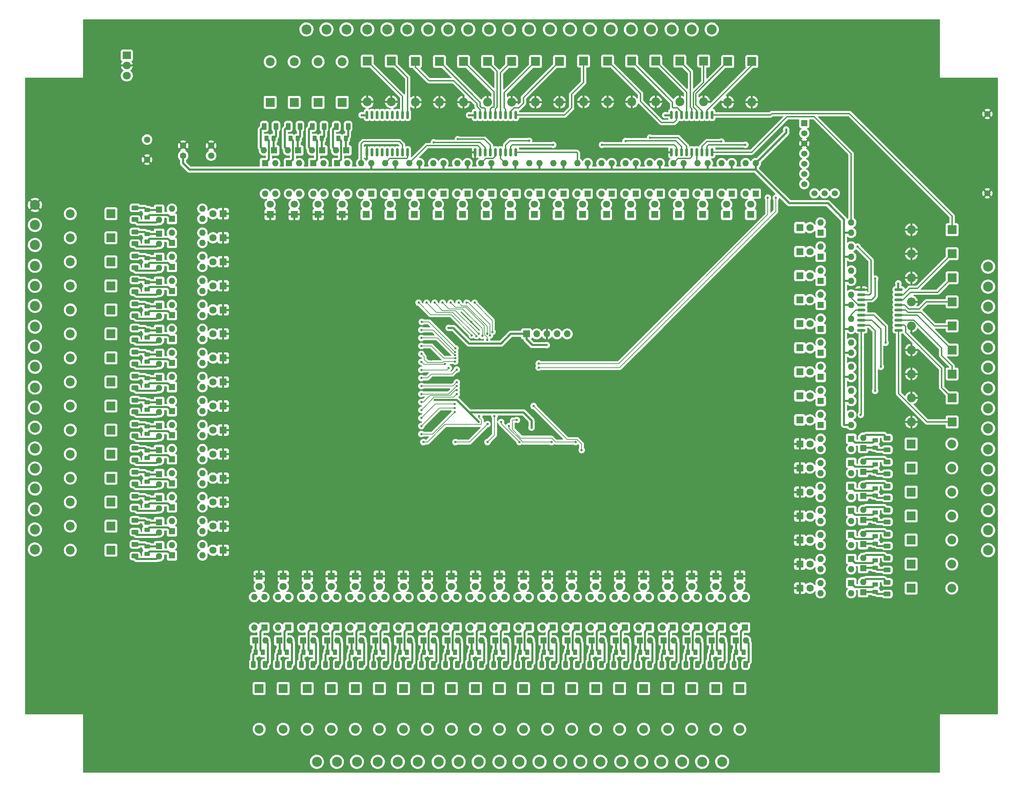
<source format=gbr>
%TF.GenerationSoftware,KiCad,Pcbnew,(6.0.9)*%
%TF.CreationDate,2023-01-18T11:33:35+02:00*%
%TF.ProjectId,SilosProject02,53696c6f-7350-4726-9f6a-65637430322e,rev?*%
%TF.SameCoordinates,Original*%
%TF.FileFunction,Copper,L2,Bot*%
%TF.FilePolarity,Positive*%
%FSLAX46Y46*%
G04 Gerber Fmt 4.6, Leading zero omitted, Abs format (unit mm)*
G04 Created by KiCad (PCBNEW (6.0.9)) date 2023-01-18 11:33:35*
%MOMM*%
%LPD*%
G01*
G04 APERTURE LIST*
G04 Aperture macros list*
%AMRoundRect*
0 Rectangle with rounded corners*
0 $1 Rounding radius*
0 $2 $3 $4 $5 $6 $7 $8 $9 X,Y pos of 4 corners*
0 Add a 4 corners polygon primitive as box body*
4,1,4,$2,$3,$4,$5,$6,$7,$8,$9,$2,$3,0*
0 Add four circle primitives for the rounded corners*
1,1,$1+$1,$2,$3*
1,1,$1+$1,$4,$5*
1,1,$1+$1,$6,$7*
1,1,$1+$1,$8,$9*
0 Add four rect primitives between the rounded corners*
20,1,$1+$1,$2,$3,$4,$5,0*
20,1,$1+$1,$4,$5,$6,$7,0*
20,1,$1+$1,$6,$7,$8,$9,0*
20,1,$1+$1,$8,$9,$2,$3,0*%
G04 Aperture macros list end*
%TA.AperFunction,SMDPad,CuDef*%
%ADD10RoundRect,0.250000X-0.625000X0.312500X-0.625000X-0.312500X0.625000X-0.312500X0.625000X0.312500X0*%
%TD*%
%TA.AperFunction,ComponentPad*%
%ADD11C,2.500000*%
%TD*%
%TA.AperFunction,ComponentPad*%
%ADD12R,1.600000X1.600000*%
%TD*%
%TA.AperFunction,ComponentPad*%
%ADD13O,1.600000X1.600000*%
%TD*%
%TA.AperFunction,SMDPad,CuDef*%
%ADD14RoundRect,0.250000X-0.450000X0.262500X-0.450000X-0.262500X0.450000X-0.262500X0.450000X0.262500X0*%
%TD*%
%TA.AperFunction,ComponentPad*%
%ADD15R,2.200000X2.200000*%
%TD*%
%TA.AperFunction,ComponentPad*%
%ADD16O,2.200000X2.200000*%
%TD*%
%TA.AperFunction,SMDPad,CuDef*%
%ADD17RoundRect,0.250000X0.450000X-0.262500X0.450000X0.262500X-0.450000X0.262500X-0.450000X-0.262500X0*%
%TD*%
%TA.AperFunction,ComponentPad*%
%ADD18R,1.800000X1.800000*%
%TD*%
%TA.AperFunction,ComponentPad*%
%ADD19C,1.800000*%
%TD*%
%TA.AperFunction,SMDPad,CuDef*%
%ADD20RoundRect,0.250000X0.625000X-0.312500X0.625000X0.312500X-0.625000X0.312500X-0.625000X-0.312500X0*%
%TD*%
%TA.AperFunction,ComponentPad*%
%ADD21R,1.700000X1.700000*%
%TD*%
%TA.AperFunction,ComponentPad*%
%ADD22O,1.700000X1.700000*%
%TD*%
%TA.AperFunction,ComponentPad*%
%ADD23R,1.524000X1.524000*%
%TD*%
%TA.AperFunction,ComponentPad*%
%ADD24C,1.524000*%
%TD*%
%TA.AperFunction,SMDPad,CuDef*%
%ADD25RoundRect,0.250000X-0.262500X-0.450000X0.262500X-0.450000X0.262500X0.450000X-0.262500X0.450000X0*%
%TD*%
%TA.AperFunction,SMDPad,CuDef*%
%ADD26RoundRect,0.250000X0.312500X0.625000X-0.312500X0.625000X-0.312500X-0.625000X0.312500X-0.625000X0*%
%TD*%
%TA.AperFunction,SMDPad,CuDef*%
%ADD27RoundRect,0.250000X0.262500X0.450000X-0.262500X0.450000X-0.262500X-0.450000X0.262500X-0.450000X0*%
%TD*%
%TA.AperFunction,SMDPad,CuDef*%
%ADD28RoundRect,0.250000X-0.312500X-0.625000X0.312500X-0.625000X0.312500X0.625000X-0.312500X0.625000X0*%
%TD*%
%TA.AperFunction,ComponentPad*%
%ADD29C,1.600000*%
%TD*%
%TA.AperFunction,SMDPad,CuDef*%
%ADD30RoundRect,0.150000X0.150000X-0.875000X0.150000X0.875000X-0.150000X0.875000X-0.150000X-0.875000X0*%
%TD*%
%TA.AperFunction,ComponentPad*%
%ADD31R,2.000000X1.905000*%
%TD*%
%TA.AperFunction,ComponentPad*%
%ADD32O,2.000000X1.905000*%
%TD*%
%TA.AperFunction,SMDPad,CuDef*%
%ADD33RoundRect,0.150000X-0.875000X-0.150000X0.875000X-0.150000X0.875000X0.150000X-0.875000X0.150000X0*%
%TD*%
%TA.AperFunction,ViaPad*%
%ADD34C,0.600000*%
%TD*%
%TA.AperFunction,Conductor*%
%ADD35C,0.500000*%
%TD*%
%TA.AperFunction,Conductor*%
%ADD36C,0.300000*%
%TD*%
%TA.AperFunction,Conductor*%
%ADD37C,0.200000*%
%TD*%
G04 APERTURE END LIST*
D10*
%TO.P,R20,1*%
%TO.N,Net-(D37-Pad1)*%
X-472000000Y-512537500D03*
%TO.P,R20,2*%
%TO.N,Net-(D37-Pad2)*%
X-472000000Y-515462500D03*
%TD*%
D11*
%TO.P,J13,1,Pin_1*%
%TO.N,IN34*%
X-340600000Y-596800000D03*
%TO.P,J13,2,Pin_2*%
%TO.N,IN33*%
X-345600000Y-596800000D03*
%TO.P,J13,3,Pin_3*%
%TO.N,IN32*%
X-350600000Y-596800000D03*
%TD*%
D10*
%TO.P,R34,1*%
%TO.N,Net-(D44-Pad1)*%
X-472000000Y-494537500D03*
%TO.P,R34,2*%
%TO.N,Net-(D44-Pad2)*%
X-472000000Y-497462500D03*
%TD*%
D12*
%TO.P,D113,1,K*%
%TO.N,Net-(D113-Pad1)*%
X-346000000Y-566500000D03*
D13*
%TO.P,D113,2,A*%
%TO.N,Net-(D113-Pad2)*%
X-343460000Y-566500000D03*
%TD*%
D14*
%TO.P,R218,1*%
%TO.N,Net-(R218-Pad1)*%
X-287200000Y-528550000D03*
%TO.P,R218,2*%
%TO.N,Net-(D157-Pad1)*%
X-287200000Y-530375000D03*
%TD*%
D12*
%TO.P,D151,1,K*%
%TO.N,Net-(D151-Pad1)*%
X-425275000Y-444200000D03*
D13*
%TO.P,D151,2,A*%
%TO.N,Net-(D151-Pad2)*%
X-427815000Y-444200000D03*
%TD*%
D15*
%TO.P,D87,1,K*%
%TO.N,Net-(D87-Pad1)*%
X-411000000Y-578500000D03*
D16*
%TO.P,D87,2,A*%
%TO.N,IN21*%
X-411000000Y-588660000D03*
%TD*%
D12*
%TO.P,U29,1*%
%TO.N,Net-(R111-Pad1)*%
X-385725000Y-563300000D03*
D13*
%TO.P,U29,2*%
%TO.N,Net-(D94-Pad2)*%
X-388265000Y-563300000D03*
%TO.P,U29,3*%
%TO.N,Net-(D93-Pad2)*%
X-388265000Y-555680000D03*
%TO.P,U29,4*%
%TO.N,Net-(R103-Pad2)*%
X-385725000Y-555680000D03*
%TD*%
D17*
%TO.P,R31,1*%
%TO.N,Net-(R31-Pad1)*%
X-469000000Y-520912500D03*
%TO.P,R31,2*%
%TO.N,Net-(D46-Pad1)*%
X-469000000Y-519087500D03*
%TD*%
D15*
%TO.P,D176,1,K*%
%TO.N,Net-(D176-Pad1)*%
X-420275000Y-432200000D03*
D16*
%TO.P,D176,2,A*%
%TO.N,IN44*%
X-420275000Y-422040000D03*
%TD*%
D12*
%TO.P,D167,1,K*%
%TO.N,Net-(D167-Pad1)*%
X-437275000Y-444200000D03*
D13*
%TO.P,D167,2,A*%
%TO.N,Net-(D167-Pad2)*%
X-439815000Y-444200000D03*
%TD*%
D18*
%TO.P,D189,1,K*%
%TO.N,Net-(D189-Pad1)*%
X-360275000Y-460200000D03*
D19*
%TO.P,D189,2,A*%
%TO.N,Net-(D189-Pad2)*%
X-360275000Y-457660000D03*
%TD*%
D11*
%TO.P,J21,1,Pin_1*%
%TO.N,OUT15*%
X-353200000Y-414000000D03*
%TO.P,J21,2,Pin_2*%
%TO.N,OUT14*%
X-348200000Y-414000000D03*
%TO.P,J21,3,Pin_3*%
%TO.N,OUT13*%
X-343200000Y-414000000D03*
%TD*%
D18*
%TO.P,D169,1,K*%
%TO.N,Net-(D169-Pad1)*%
X-306020000Y-463462500D03*
D19*
%TO.P,D169,2,A*%
%TO.N,Net-(D169-Pad2)*%
X-303480000Y-463462500D03*
%TD*%
D12*
%TO.P,U69,1*%
%TO.N,Net-(R269-Pad2)*%
X-329000000Y-455000000D03*
D13*
%TO.P,U69,2*%
%TO.N,Net-(D184-Pad2)*%
X-331540000Y-455000000D03*
%TO.P,U69,3*%
%TO.N,U2I4*%
X-331540000Y-447380000D03*
%TO.P,U69,4*%
%TO.N,+5V*%
X-329000000Y-447380000D03*
%TD*%
D15*
%TO.P,D70,1,K*%
%TO.N,Net-(D70-Pad1)*%
X-399000000Y-578500000D03*
D16*
%TO.P,D70,2,A*%
%TO.N,IN23*%
X-399000000Y-588660000D03*
%TD*%
D20*
%TO.P,R223,1*%
%TO.N,Net-(D157-Pad1)*%
X-284200000Y-530925000D03*
%TO.P,R223,2*%
%TO.N,Net-(D157-Pad2)*%
X-284200000Y-528000000D03*
%TD*%
D12*
%TO.P,U8,1*%
%TO.N,Net-(R10-Pad1)*%
X-462800000Y-461275000D03*
D13*
%TO.P,U8,2*%
%TO.N,Net-(D33-Pad2)*%
X-462800000Y-458735000D03*
%TO.P,U8,3*%
%TO.N,Net-(D32-Pad2)*%
X-455180000Y-458735000D03*
%TO.P,U8,4*%
%TO.N,Net-(R6-Pad2)*%
X-455180000Y-461275000D03*
%TD*%
D12*
%TO.P,U9,1*%
%TO.N,Net-(R13-Pad1)*%
X-462800000Y-491275000D03*
D13*
%TO.P,U9,2*%
%TO.N,Net-(D35-Pad2)*%
X-462800000Y-488735000D03*
%TO.P,U9,3*%
%TO.N,Net-(D34-Pad2)*%
X-455180000Y-488735000D03*
%TO.P,U9,4*%
%TO.N,Net-(R12-Pad2)*%
X-455180000Y-491275000D03*
%TD*%
D12*
%TO.P,U26,1*%
%TO.N,Net-(R96-Pad1)*%
X-391725000Y-563300000D03*
D13*
%TO.P,U26,2*%
%TO.N,Net-(D85-Pad2)*%
X-394265000Y-563300000D03*
%TO.P,U26,3*%
%TO.N,Net-(D84-Pad2)*%
X-394265000Y-555680000D03*
%TO.P,U26,4*%
%TO.N,Net-(R88-Pad2)*%
X-391725000Y-555680000D03*
%TD*%
D18*
%TO.P,D158,1,K*%
%TO.N,GND*%
X-432275000Y-460200000D03*
D19*
%TO.P,D158,2,A*%
%TO.N,Net-(D158-Pad2)*%
X-432275000Y-457660000D03*
%TD*%
D11*
%TO.P,J9,1,Pin_1*%
%TO.N,IN22*%
X-401400000Y-596800000D03*
%TO.P,J9,2,Pin_2*%
%TO.N,IN21*%
X-406400000Y-596800000D03*
%TO.P,J9,3,Pin_3*%
%TO.N,IN20*%
X-411400000Y-596800000D03*
%TD*%
D18*
%TO.P,D36,1,K*%
%TO.N,GND*%
X-450000000Y-514000000D03*
D19*
%TO.P,D36,2,A*%
%TO.N,Net-(D36-Pad2)*%
X-452540000Y-514000000D03*
%TD*%
D15*
%TO.P,D136,1,K*%
%TO.N,Net-(D136-Pad1)*%
X-278200000Y-541462500D03*
D16*
%TO.P,D136,2,A*%
%TO.N,IN39*%
X-268040000Y-541462500D03*
%TD*%
D15*
%TO.P,D38,1,K*%
%TO.N,Net-(D38-Pad1)*%
X-478000000Y-466000000D03*
D16*
%TO.P,D38,2,A*%
%TO.N,IN02*%
X-488160000Y-466000000D03*
%TD*%
D17*
%TO.P,R16,1*%
%TO.N,Net-(R16-Pad1)*%
X-469000000Y-514912500D03*
%TO.P,R16,2*%
%TO.N,Net-(D37-Pad1)*%
X-469000000Y-513087500D03*
%TD*%
D18*
%TO.P,D166,1,K*%
%TO.N,GND*%
X-438275000Y-460200000D03*
D19*
%TO.P,D166,2,A*%
%TO.N,Net-(D166-Pad2)*%
X-438275000Y-457660000D03*
%TD*%
D21*
%TO.P,J1,1,Pin_1*%
%TO.N,+3.3V*%
X-374250000Y-490000000D03*
D22*
%TO.P,J1,2,Pin_2*%
%TO.N,SWCLK*%
X-371710000Y-490000000D03*
%TO.P,J1,3,Pin_3*%
%TO.N,GND*%
X-369170000Y-490000000D03*
%TO.P,J1,4,Pin_4*%
%TO.N,SWDIO*%
X-366630000Y-490000000D03*
%TO.P,J1,5,Pin_5*%
%TO.N,NRST*%
X-364090000Y-490000000D03*
%TD*%
D15*
%TO.P,D30,1,K*%
%TO.N,Net-(D30-Pad1)*%
X-478000000Y-490000000D03*
D16*
%TO.P,D30,2,A*%
%TO.N,IN06*%
X-488160000Y-490000000D03*
%TD*%
D20*
%TO.P,R237,1*%
%TO.N,Net-(D165-Pad1)*%
X-284200000Y-524925000D03*
%TO.P,R237,2*%
%TO.N,Net-(D165-Pad2)*%
X-284200000Y-522000000D03*
%TD*%
D12*
%TO.P,U57,1*%
%TO.N,Net-(R239-Pad2)*%
X-300800000Y-488737500D03*
D13*
%TO.P,U57,2*%
%TO.N,Net-(D168-Pad2)*%
X-300800000Y-486197500D03*
%TO.P,U57,3*%
%TO.N,U1I5*%
X-293180000Y-486197500D03*
%TO.P,U57,4*%
%TO.N,+5V*%
X-293180000Y-488737500D03*
%TD*%
D11*
%TO.P,J19,1,Pin_1*%
%TO.N,OUT09*%
X-259000000Y-473200000D03*
%TO.P,J19,2,Pin_2*%
%TO.N,OUT08*%
X-259000000Y-478200000D03*
%TO.P,J19,3,Pin_3*%
%TO.N,OUT07*%
X-259000000Y-483200000D03*
%TD*%
D12*
%TO.P,D76,1,K*%
%TO.N,Net-(D76-Pad1)*%
X-400000000Y-566500000D03*
D13*
%TO.P,D76,2,A*%
%TO.N,Net-(D76-Pad2)*%
X-397460000Y-566500000D03*
%TD*%
D12*
%TO.P,U50,1*%
%TO.N,Net-(R212-Pad2)*%
X-300820000Y-476737500D03*
D13*
%TO.P,U50,2*%
%TO.N,Net-(D153-Pad2)*%
X-300820000Y-474197500D03*
%TO.P,U50,3*%
%TO.N,U1I7*%
X-293200000Y-474197500D03*
%TO.P,U50,4*%
%TO.N,+5V*%
X-293200000Y-476737500D03*
%TD*%
D12*
%TO.P,D111,1,K*%
%TO.N,Net-(D111-Pad1)*%
X-376000000Y-566500000D03*
D13*
%TO.P,D111,2,A*%
%TO.N,Net-(D111-Pad2)*%
X-373460000Y-566500000D03*
%TD*%
D17*
%TO.P,R40,1*%
%TO.N,Net-(R40-Pad1)*%
X-469000000Y-472912500D03*
%TO.P,R40,2*%
%TO.N,Net-(D51-Pad1)*%
X-469000000Y-471087500D03*
%TD*%
D14*
%TO.P,R246,1*%
%TO.N,Net-(R246-Pad1)*%
X-287200000Y-516550000D03*
%TO.P,R246,2*%
%TO.N,Net-(D173-Pad1)*%
X-287200000Y-518375000D03*
%TD*%
D12*
%TO.P,U38,1*%
%TO.N,Net-(R158-Pad1)*%
X-337725000Y-563300000D03*
D13*
%TO.P,U38,2*%
%TO.N,Net-(D122-Pad2)*%
X-340265000Y-563300000D03*
%TO.P,U38,3*%
%TO.N,Net-(D121-Pad2)*%
X-340265000Y-555680000D03*
%TO.P,U38,4*%
%TO.N,Net-(R152-Pad2)*%
X-337725000Y-555680000D03*
%TD*%
D12*
%TO.P,U42,1*%
%TO.N,Net-(R176-Pad1)*%
X-293200000Y-546187500D03*
D13*
%TO.P,U42,2*%
%TO.N,Net-(D133-Pad2)*%
X-293200000Y-548727500D03*
%TO.P,U42,3*%
%TO.N,Net-(D132-Pad2)*%
X-300820000Y-548727500D03*
%TO.P,U42,4*%
%TO.N,Net-(R168-Pad2)*%
X-300820000Y-546187500D03*
%TD*%
D15*
%TO.P,D47,1,K*%
%TO.N,Net-(D47-Pad1)*%
X-478000000Y-472000000D03*
D16*
%TO.P,D47,2,A*%
%TO.N,IN03*%
X-488160000Y-472000000D03*
%TD*%
D15*
%TO.P,D49,1,K*%
%TO.N,Net-(D49-Pad1)*%
X-478000000Y-526000000D03*
D16*
%TO.P,D49,2,A*%
%TO.N,IN12*%
X-488160000Y-526000000D03*
%TD*%
D12*
%TO.P,D142,1,K*%
%TO.N,Net-(D142-Pad1)*%
X-290200000Y-542462500D03*
D13*
%TO.P,D142,2,A*%
%TO.N,Net-(D142-Pad2)*%
X-290200000Y-539922500D03*
%TD*%
D15*
%TO.P,D14,1,K*%
%TO.N,OUT14*%
X-342000000Y-421920000D03*
D16*
%TO.P,D14,2,A*%
%TO.N,GND*%
X-342000000Y-432080000D03*
%TD*%
D12*
%TO.P,U25,1*%
%TO.N,Net-(R93-Pad1)*%
X-415725000Y-563300000D03*
D13*
%TO.P,U25,2*%
%TO.N,Net-(D83-Pad2)*%
X-418265000Y-563300000D03*
%TO.P,U25,3*%
%TO.N,Net-(D82-Pad2)*%
X-418265000Y-555680000D03*
%TO.P,U25,4*%
%TO.N,Net-(R87-Pad2)*%
X-415725000Y-555680000D03*
%TD*%
D11*
%TO.P,J17,1,Pin_1*%
%TO.N,OUT03*%
X-259000000Y-503600000D03*
%TO.P,J17,2,Pin_2*%
%TO.N,OUT02*%
X-259000000Y-508600000D03*
%TO.P,J17,3,Pin_3*%
%TO.N,OUT01*%
X-259000000Y-513600000D03*
%TD*%
%TO.P,J6,1,Pin_1*%
%TO.N,IN10*%
X-497000000Y-513400000D03*
%TO.P,J6,2,Pin_2*%
%TO.N,IN09*%
X-497000000Y-508400000D03*
%TO.P,J6,3,Pin_3*%
%TO.N,IN08*%
X-497000000Y-503400000D03*
%TD*%
D12*
%TO.P,D115,1,K*%
%TO.N,Net-(D115-Pad1)*%
X-322000000Y-566500000D03*
D13*
%TO.P,D115,2,A*%
%TO.N,Net-(D115-Pad2)*%
X-319460000Y-566500000D03*
%TD*%
D15*
%TO.P,D10,1,K*%
%TO.N,OUT10*%
X-318000000Y-422000000D03*
D16*
%TO.P,D10,2,A*%
%TO.N,GND*%
X-318000000Y-432160000D03*
%TD*%
D15*
%TO.P,D18,1,K*%
%TO.N,OUT18*%
X-366000000Y-422000000D03*
D16*
%TO.P,D18,2,A*%
%TO.N,GND*%
X-366000000Y-432160000D03*
%TD*%
D23*
%TO.P,A1,1,5V*%
%TO.N,+5V*%
X-304905000Y-437380000D03*
D24*
%TO.P,A1,2,3.3V*%
%TO.N,unconnected-(A1-Pad2)*%
X-304905000Y-439920000D03*
%TO.P,A1,3,GND*%
%TO.N,GND*%
X-259175000Y-454900000D03*
X-259175000Y-435100000D03*
X-304905000Y-442460000D03*
%TO.P,A1,4,RST*%
%TO.N,unconnected-(A1-Pad4)*%
X-304905000Y-445000000D03*
%TO.P,A1,5,TXD*%
%TO.N,TX*%
X-304905000Y-447540000D03*
%TO.P,A1,6,RXD*%
%TO.N,RX*%
X-304905000Y-450080000D03*
%TO.P,A1,7,CFG*%
%TO.N,unconnected-(A1-Pad7)*%
X-304905000Y-452620000D03*
%TO.P,A1,8,485_EN*%
%TO.N,unconnected-(A1-Pad8)*%
X-297285000Y-454900000D03*
%TO.P,A1,9,LINK*%
%TO.N,unconnected-(A1-Pad9)*%
X-299825000Y-454900000D03*
%TO.P,A1,10,ISP*%
%TO.N,unconnected-(A1-Pad10)*%
X-302365000Y-454900000D03*
%TD*%
D20*
%TO.P,R249,1*%
%TO.N,Net-(D173-Pad1)*%
X-284200000Y-518925000D03*
%TO.P,R249,2*%
%TO.N,Net-(D173-Pad2)*%
X-284200000Y-516000000D03*
%TD*%
D18*
%TO.P,D192,1,K*%
%TO.N,Net-(D192-Pad1)*%
X-342275000Y-460200000D03*
D19*
%TO.P,D192,2,A*%
%TO.N,Net-(D192-Pad2)*%
X-342275000Y-457660000D03*
%TD*%
D12*
%TO.P,D51,1,K*%
%TO.N,Net-(D51-Pad1)*%
X-466000000Y-471000000D03*
D13*
%TO.P,D51,2,A*%
%TO.N,Net-(D51-Pad2)*%
X-466000000Y-473540000D03*
%TD*%
D20*
%TO.P,R209,1*%
%TO.N,Net-(D149-Pad1)*%
X-284200000Y-536925000D03*
%TO.P,R209,2*%
%TO.N,Net-(D149-Pad2)*%
X-284200000Y-534000000D03*
%TD*%
D18*
%TO.P,D187,1,K*%
%TO.N,Net-(D187-Pad1)*%
X-402275000Y-460200000D03*
D19*
%TO.P,D187,2,A*%
%TO.N,Net-(D187-Pad2)*%
X-402275000Y-457660000D03*
%TD*%
D12*
%TO.P,D173,1,K*%
%TO.N,Net-(D173-Pad1)*%
X-290200000Y-518462500D03*
D13*
%TO.P,D173,2,A*%
%TO.N,Net-(D173-Pad2)*%
X-290200000Y-515922500D03*
%TD*%
D15*
%TO.P,D23,1,K*%
%TO.N,OUT23*%
X-396000000Y-422000000D03*
D16*
%TO.P,D23,2,A*%
%TO.N,GND*%
X-396000000Y-432160000D03*
%TD*%
D15*
%TO.P,D13,1,K*%
%TO.N,OUT13*%
X-336000000Y-421920000D03*
D16*
%TO.P,D13,2,A*%
%TO.N,GND*%
X-336000000Y-432080000D03*
%TD*%
D12*
%TO.P,D101,1,K*%
%TO.N,Net-(D101-Pad1)*%
X-406000000Y-566500000D03*
D13*
%TO.P,D101,2,A*%
%TO.N,Net-(D101-Pad2)*%
X-403460000Y-566500000D03*
%TD*%
D12*
%TO.P,U36,1*%
%TO.N,Net-(R146-Pad1)*%
X-319725000Y-563300000D03*
D13*
%TO.P,U36,2*%
%TO.N,Net-(D115-Pad2)*%
X-322265000Y-563300000D03*
%TO.P,U36,3*%
%TO.N,Net-(D114-Pad2)*%
X-322265000Y-555680000D03*
%TO.P,U36,4*%
%TO.N,Net-(R138-Pad2)*%
X-319725000Y-555680000D03*
%TD*%
D17*
%TO.P,R25,1*%
%TO.N,Net-(R25-Pad1)*%
X-469000000Y-466912500D03*
%TO.P,R25,2*%
%TO.N,Net-(D42-Pad1)*%
X-469000000Y-465087500D03*
%TD*%
D15*
%TO.P,D143,1,K*%
%TO.N,Net-(D143-Pad1)*%
X-351000000Y-578500000D03*
D16*
%TO.P,D143,2,A*%
%TO.N,IN31*%
X-351000000Y-588660000D03*
%TD*%
D18*
%TO.P,D73,1,K*%
%TO.N,GND*%
X-423000000Y-550500000D03*
D19*
%TO.P,D73,2,A*%
%TO.N,Net-(D73-Pad2)*%
X-423000000Y-553040000D03*
%TD*%
D18*
%TO.P,D194,1,K*%
%TO.N,Net-(D194-Pad1)*%
X-390275000Y-460200000D03*
D19*
%TO.P,D194,2,A*%
%TO.N,Net-(D194-Pad2)*%
X-390275000Y-457660000D03*
%TD*%
D15*
%TO.P,D154,1,K*%
%TO.N,Net-(D154-Pad1)*%
X-278200000Y-529462500D03*
D16*
%TO.P,D154,2,A*%
%TO.N,IN41*%
X-268040000Y-529462500D03*
%TD*%
D17*
%TO.P,R46,1*%
%TO.N,Net-(R46-Pad1)*%
X-469000000Y-526912500D03*
%TO.P,R46,2*%
%TO.N,Net-(D55-Pad1)*%
X-469000000Y-525087500D03*
%TD*%
D18*
%TO.P,D112,1,K*%
%TO.N,GND*%
X-345000000Y-550500000D03*
D19*
%TO.P,D112,2,A*%
%TO.N,Net-(D112-Pad2)*%
X-345000000Y-553040000D03*
%TD*%
D15*
%TO.P,D12,1,K*%
%TO.N,OUT12*%
X-330000000Y-421920000D03*
D16*
%TO.P,D12,2,A*%
%TO.N,GND*%
X-330000000Y-432080000D03*
%TD*%
D12*
%TO.P,U80,1*%
%TO.N,Net-(R288-Pad2)*%
X-413000000Y-455000000D03*
D13*
%TO.P,U80,2*%
%TO.N,Net-(D195-Pad2)*%
X-415540000Y-455000000D03*
%TO.P,U80,3*%
%TO.N,U4I2*%
X-415540000Y-447380000D03*
%TO.P,U80,4*%
%TO.N,+5V*%
X-413000000Y-447380000D03*
%TD*%
D18*
%TO.P,D150,1,K*%
%TO.N,GND*%
X-426275000Y-460200000D03*
D19*
%TO.P,D150,2,A*%
%TO.N,Net-(D150-Pad2)*%
X-426275000Y-457660000D03*
%TD*%
D12*
%TO.P,U37,1*%
%TO.N,Net-(R155-Pad1)*%
X-367725000Y-563300000D03*
D13*
%TO.P,U37,2*%
%TO.N,Net-(D120-Pad2)*%
X-370265000Y-563300000D03*
%TO.P,U37,3*%
%TO.N,Net-(D119-Pad2)*%
X-370265000Y-555680000D03*
%TO.P,U37,4*%
%TO.N,Net-(R151-Pad2)*%
X-367725000Y-555680000D03*
%TD*%
D17*
%TO.P,R68,1*%
%TO.N,Net-(R68-Pad1)*%
X-469000000Y-484912500D03*
%TO.P,R68,2*%
%TO.N,Net-(D67-Pad1)*%
X-469000000Y-483087500D03*
%TD*%
D12*
%TO.P,U24,1*%
%TO.N,Net-(R90-Pad1)*%
X-462800000Y-545275000D03*
D13*
%TO.P,U24,2*%
%TO.N,Net-(D81-Pad2)*%
X-462800000Y-542735000D03*
%TO.P,U24,3*%
%TO.N,Net-(D80-Pad2)*%
X-455180000Y-542735000D03*
%TO.P,U24,4*%
%TO.N,Net-(R86-Pad2)*%
X-455180000Y-545275000D03*
%TD*%
D18*
%TO.P,D174,1,K*%
%TO.N,Net-(D174-Pad1)*%
X-306020000Y-481462500D03*
D19*
%TO.P,D174,2,A*%
%TO.N,Net-(D174-Pad2)*%
X-303480000Y-481462500D03*
%TD*%
D11*
%TO.P,J26,1,Pin_1*%
%TO.N,IN47*%
X-429200000Y-414000000D03*
%TO.P,J26,2,Pin_2*%
%TO.N,IN46*%
X-424200000Y-414000000D03*
%TO.P,J26,3,Pin_3*%
%TO.N,IN45*%
X-419200000Y-414000000D03*
%TD*%
D20*
%TO.P,R165,1*%
%TO.N,Net-(D124-Pad1)*%
X-284200000Y-554925000D03*
%TO.P,R165,2*%
%TO.N,Net-(D124-Pad2)*%
X-284200000Y-552000000D03*
%TD*%
D15*
%TO.P,D127,1,K*%
%TO.N,Net-(D127-Pad1)*%
X-278200000Y-547462500D03*
D16*
%TO.P,D127,2,A*%
%TO.N,IN38*%
X-268040000Y-547462500D03*
%TD*%
D18*
%TO.P,D63,1,K*%
%TO.N,GND*%
X-450000000Y-532000000D03*
D19*
%TO.P,D63,2,A*%
%TO.N,Net-(D63-Pad2)*%
X-452540000Y-532000000D03*
%TD*%
D25*
%TO.P,R207,1*%
%TO.N,Net-(R207-Pad1)*%
X-427187500Y-441200000D03*
%TO.P,R207,2*%
%TO.N,Net-(D151-Pad1)*%
X-425362500Y-441200000D03*
%TD*%
D12*
%TO.P,U13,1*%
%TO.N,Net-(R31-Pad1)*%
X-462800000Y-521275000D03*
D13*
%TO.P,U13,2*%
%TO.N,Net-(D46-Pad2)*%
X-462800000Y-518735000D03*
%TO.P,U13,3*%
%TO.N,Net-(D45-Pad2)*%
X-455180000Y-518735000D03*
%TO.P,U13,4*%
%TO.N,Net-(R23-Pad2)*%
X-455180000Y-521275000D03*
%TD*%
D15*
%TO.P,D65,1,K*%
%TO.N,Net-(D65-Pad1)*%
X-478000000Y-484000000D03*
D16*
%TO.P,D65,2,A*%
%TO.N,IN05*%
X-488160000Y-484000000D03*
%TD*%
D12*
%TO.P,U70,1*%
%TO.N,Net-(R270-Pad2)*%
X-353000000Y-455000000D03*
D13*
%TO.P,U70,2*%
%TO.N,Net-(D185-Pad2)*%
X-355540000Y-455000000D03*
%TO.P,U70,3*%
%TO.N,U2I8*%
X-355540000Y-447380000D03*
%TO.P,U70,4*%
%TO.N,+5V*%
X-353000000Y-447380000D03*
%TD*%
D18*
%TO.P,D141,1,K*%
%TO.N,GND*%
X-306020000Y-541462500D03*
D19*
%TO.P,D141,2,A*%
%TO.N,Net-(D141-Pad2)*%
X-303480000Y-541462500D03*
%TD*%
D15*
%TO.P,D86,1,K*%
%TO.N,Net-(D86-Pad1)*%
X-441000000Y-578500000D03*
D16*
%TO.P,D86,2,A*%
%TO.N,IN16*%
X-441000000Y-588660000D03*
%TD*%
D12*
%TO.P,D138,1,K*%
%TO.N,Net-(D138-Pad1)*%
X-358000000Y-566500000D03*
D13*
%TO.P,D138,2,A*%
%TO.N,Net-(D138-Pad2)*%
X-355460000Y-566500000D03*
%TD*%
D10*
%TO.P,R33,1*%
%TO.N,Net-(D42-Pad1)*%
X-472000000Y-464537500D03*
%TO.P,R33,2*%
%TO.N,Net-(D42-Pad2)*%
X-472000000Y-467462500D03*
%TD*%
D17*
%TO.P,R61,1*%
%TO.N,Net-(R61-Pad1)*%
X-469000000Y-532912500D03*
%TO.P,R61,2*%
%TO.N,Net-(D64-Pad1)*%
X-469000000Y-531087500D03*
%TD*%
D15*
%TO.P,D107,1,K*%
%TO.N,Net-(D107-Pad1)*%
X-375000000Y-578500000D03*
D16*
%TO.P,D107,2,A*%
%TO.N,IN27*%
X-375000000Y-588660000D03*
%TD*%
D12*
%TO.P,U27,1*%
%TO.N,Net-(R105-Pad1)*%
X-439725000Y-563300000D03*
D13*
%TO.P,U27,2*%
%TO.N,Net-(D90-Pad2)*%
X-442265000Y-563300000D03*
%TO.P,U27,3*%
%TO.N,Net-(D89-Pad2)*%
X-442265000Y-555680000D03*
%TO.P,U27,4*%
%TO.N,Net-(R101-Pad2)*%
X-439725000Y-555680000D03*
%TD*%
D12*
%TO.P,D106,1,K*%
%TO.N,Net-(D106-Pad1)*%
X-430000000Y-566500000D03*
D13*
%TO.P,D106,2,A*%
%TO.N,Net-(D106-Pad2)*%
X-427460000Y-566500000D03*
%TD*%
D26*
%TO.P,R224,1*%
%TO.N,Net-(D159-Pad1)*%
X-430812500Y-438200000D03*
%TO.P,R224,2*%
%TO.N,Net-(D159-Pad2)*%
X-433737500Y-438200000D03*
%TD*%
D17*
%TO.P,R75,1*%
%TO.N,Net-(R75-Pad1)*%
X-469000000Y-538912500D03*
%TO.P,R75,2*%
%TO.N,Net-(D72-Pad1)*%
X-469000000Y-537087500D03*
%TD*%
D12*
%TO.P,U76,1*%
%TO.N,Net-(R280-Pad2)*%
X-407000000Y-455000000D03*
D13*
%TO.P,U76,2*%
%TO.N,Net-(D191-Pad2)*%
X-409540000Y-455000000D03*
%TO.P,U76,3*%
%TO.N,U4I1*%
X-409540000Y-447380000D03*
%TO.P,U76,4*%
%TO.N,+5V*%
X-407000000Y-447380000D03*
%TD*%
D12*
%TO.P,U21,1*%
%TO.N,Net-(R75-Pad1)*%
X-462800000Y-539275000D03*
D13*
%TO.P,U21,2*%
%TO.N,Net-(D72-Pad2)*%
X-462800000Y-536735000D03*
%TO.P,U21,3*%
%TO.N,Net-(D71-Pad2)*%
X-455180000Y-536735000D03*
%TO.P,U21,4*%
%TO.N,Net-(R71-Pad2)*%
X-455180000Y-539275000D03*
%TD*%
D18*
%TO.P,D32,1,K*%
%TO.N,GND*%
X-450000000Y-460000000D03*
D19*
%TO.P,D32,2,A*%
%TO.N,Net-(D32-Pad2)*%
X-452540000Y-460000000D03*
%TD*%
D15*
%TO.P,D146,1,K*%
%TO.N,Net-(D146-Pad1)*%
X-278200000Y-535462500D03*
D16*
%TO.P,D146,2,A*%
%TO.N,IN40*%
X-268040000Y-535462500D03*
%TD*%
D27*
%TO.P,R81,1*%
%TO.N,Net-(R81-Pad1)*%
X-398087500Y-569500000D03*
%TO.P,R81,2*%
%TO.N,Net-(D76-Pad1)*%
X-399912500Y-569500000D03*
%TD*%
D15*
%TO.P,D117,1,K*%
%TO.N,Net-(D117-Pad1)*%
X-339000000Y-578500000D03*
D16*
%TO.P,D117,2,A*%
%TO.N,IN33*%
X-339000000Y-588660000D03*
%TD*%
D11*
%TO.P,J18,1,Pin_1*%
%TO.N,OUT06*%
X-259000000Y-488400000D03*
%TO.P,J18,2,Pin_2*%
%TO.N,OUT05*%
X-259000000Y-493400000D03*
%TO.P,J18,3,Pin_3*%
%TO.N,OUT04*%
X-259000000Y-498400000D03*
%TD*%
D18*
%TO.P,D119,1,K*%
%TO.N,GND*%
X-369000000Y-550500000D03*
D19*
%TO.P,D119,2,A*%
%TO.N,Net-(D119-Pad2)*%
X-369000000Y-553040000D03*
%TD*%
D15*
%TO.P,D95,1,K*%
%TO.N,Net-(D95-Pad1)*%
X-435000000Y-578500000D03*
D16*
%TO.P,D95,2,A*%
%TO.N,IN17*%
X-435000000Y-588660000D03*
%TD*%
D18*
%TO.P,D193,1,K*%
%TO.N,Net-(D193-Pad1)*%
X-366275000Y-460200000D03*
D19*
%TO.P,D193,2,A*%
%TO.N,Net-(D193-Pad2)*%
X-366275000Y-457660000D03*
%TD*%
D27*
%TO.P,R120,1*%
%TO.N,Net-(R120-Pad1)*%
X-434087500Y-569500000D03*
%TO.P,R120,2*%
%TO.N,Net-(D99-Pad1)*%
X-435912500Y-569500000D03*
%TD*%
D15*
%TO.P,D58,1,K*%
%TO.N,Net-(D58-Pad1)*%
X-478000000Y-532000000D03*
D16*
%TO.P,D58,2,A*%
%TO.N,IN13*%
X-488160000Y-532000000D03*
%TD*%
D12*
%TO.P,U43,1*%
%TO.N,Net-(R185-Pad1)*%
X-355725000Y-563300000D03*
D13*
%TO.P,U43,2*%
%TO.N,Net-(D138-Pad2)*%
X-358265000Y-563300000D03*
%TO.P,U43,3*%
%TO.N,Net-(D137-Pad2)*%
X-358265000Y-555680000D03*
%TO.P,U43,4*%
%TO.N,Net-(R181-Pad2)*%
X-355725000Y-555680000D03*
%TD*%
D12*
%TO.P,U20,1*%
%TO.N,Net-(R68-Pad1)*%
X-462800000Y-485275000D03*
D13*
%TO.P,U20,2*%
%TO.N,Net-(D67-Pad2)*%
X-462800000Y-482735000D03*
%TO.P,U20,3*%
%TO.N,Net-(D66-Pad2)*%
X-455180000Y-482735000D03*
%TO.P,U20,4*%
%TO.N,Net-(R66-Pad2)*%
X-455180000Y-485275000D03*
%TD*%
D28*
%TO.P,R128,1*%
%TO.N,Net-(D99-Pad1)*%
X-436462500Y-572500000D03*
%TO.P,R128,2*%
%TO.N,Net-(D99-Pad2)*%
X-433537500Y-572500000D03*
%TD*%
D12*
%TO.P,D94,1,K*%
%TO.N,Net-(D94-Pad1)*%
X-388000000Y-566500000D03*
D13*
%TO.P,D94,2,A*%
%TO.N,Net-(D94-Pad2)*%
X-385460000Y-566500000D03*
%TD*%
D28*
%TO.P,R130,1*%
%TO.N,Net-(D103-Pad1)*%
X-382462500Y-572500000D03*
%TO.P,R130,2*%
%TO.N,Net-(D103-Pad2)*%
X-379537500Y-572500000D03*
%TD*%
D15*
%TO.P,D1,1,K*%
%TO.N,OUT01*%
X-268000000Y-512000000D03*
D16*
%TO.P,D1,2,A*%
%TO.N,GND*%
X-278160000Y-512000000D03*
%TD*%
D18*
%TO.P,D195,1,K*%
%TO.N,Net-(D195-Pad1)*%
X-414275000Y-460200000D03*
D19*
%TO.P,D195,2,A*%
%TO.N,Net-(D195-Pad2)*%
X-414275000Y-457660000D03*
%TD*%
D11*
%TO.P,J7,1,Pin_1*%
%TO.N,IN16*%
X-497000000Y-543800000D03*
%TO.P,J7,2,Pin_2*%
%TO.N,IN15*%
X-497000000Y-538800000D03*
%TO.P,J7,3,Pin_3*%
%TO.N,IN14*%
X-497000000Y-533800000D03*
%TD*%
D15*
%TO.P,D125,1,K*%
%TO.N,Net-(D125-Pad1)*%
X-363000000Y-578500000D03*
D16*
%TO.P,D125,2,A*%
%TO.N,IN29*%
X-363000000Y-588660000D03*
%TD*%
D12*
%TO.P,U75,1*%
%TO.N,Net-(R279-Pad2)*%
X-383000000Y-455000000D03*
D13*
%TO.P,U75,2*%
%TO.N,Net-(D190-Pad2)*%
X-385540000Y-455000000D03*
%TO.P,U75,3*%
%TO.N,U3I5*%
X-385540000Y-447380000D03*
%TO.P,U75,4*%
%TO.N,+5V*%
X-383000000Y-447380000D03*
%TD*%
D27*
%TO.P,R108,1*%
%TO.N,Net-(R108-Pad1)*%
X-410087500Y-569500000D03*
%TO.P,R108,2*%
%TO.N,Net-(D92-Pad1)*%
X-411912500Y-569500000D03*
%TD*%
%TO.P,R173,1*%
%TO.N,Net-(R173-Pad1)*%
X-332087500Y-569500000D03*
%TO.P,R173,2*%
%TO.N,Net-(D131-Pad1)*%
X-333912500Y-569500000D03*
%TD*%
D15*
%TO.P,D108,1,K*%
%TO.N,Net-(D108-Pad1)*%
X-345000000Y-578500000D03*
D16*
%TO.P,D108,2,A*%
%TO.N,IN32*%
X-345000000Y-588660000D03*
%TD*%
D18*
%TO.P,D172,1,K*%
%TO.N,GND*%
X-306020000Y-517462500D03*
D19*
%TO.P,D172,2,A*%
%TO.N,Net-(D172-Pad2)*%
X-303480000Y-517462500D03*
%TD*%
D15*
%TO.P,D155,1,K*%
%TO.N,Net-(D155-Pad1)*%
X-432275000Y-432200000D03*
D16*
%TO.P,D155,2,A*%
%TO.N,IN46*%
X-432275000Y-422040000D03*
%TD*%
D18*
%TO.P,D80,1,K*%
%TO.N,GND*%
X-450000000Y-544000000D03*
D19*
%TO.P,D80,2,A*%
%TO.N,Net-(D80-Pad2)*%
X-452540000Y-544000000D03*
%TD*%
D12*
%TO.P,D145,1,K*%
%TO.N,Net-(D145-Pad1)*%
X-352000000Y-566500000D03*
D13*
%TO.P,D145,2,A*%
%TO.N,Net-(D145-Pad2)*%
X-349460000Y-566500000D03*
%TD*%
D27*
%TO.P,R126,1*%
%TO.N,Net-(R126-Pad1)*%
X-380087500Y-569500000D03*
%TO.P,R126,2*%
%TO.N,Net-(D103-Pad1)*%
X-381912500Y-569500000D03*
%TD*%
D18*
%TO.P,D130,1,K*%
%TO.N,GND*%
X-333000000Y-550500000D03*
D19*
%TO.P,D130,2,A*%
%TO.N,Net-(D130-Pad2)*%
X-333000000Y-553040000D03*
%TD*%
D12*
%TO.P,U72,1*%
%TO.N,Net-(R272-Pad2)*%
X-401000000Y-455000000D03*
D13*
%TO.P,U72,2*%
%TO.N,Net-(D187-Pad2)*%
X-403540000Y-455000000D03*
%TO.P,U72,3*%
%TO.N,U3I8*%
X-403540000Y-447380000D03*
%TO.P,U72,4*%
%TO.N,+5V*%
X-401000000Y-447380000D03*
%TD*%
D12*
%TO.P,U56,1*%
%TO.N,Net-(R235-Pad1)*%
X-439550000Y-447400000D03*
D13*
%TO.P,U56,2*%
%TO.N,Net-(D167-Pad2)*%
X-437010000Y-447400000D03*
%TO.P,U56,3*%
%TO.N,Net-(D166-Pad2)*%
X-437010000Y-455020000D03*
%TO.P,U56,4*%
%TO.N,Net-(R230-Pad2)*%
X-439550000Y-455020000D03*
%TD*%
D25*
%TO.P,R221,1*%
%TO.N,Net-(R221-Pad1)*%
X-433187500Y-441200000D03*
%TO.P,R221,2*%
%TO.N,Net-(D159-Pad1)*%
X-431362500Y-441200000D03*
%TD*%
D18*
%TO.P,D182,1,K*%
%TO.N,Net-(D182-Pad1)*%
X-372275000Y-460200000D03*
D19*
%TO.P,D182,2,A*%
%TO.N,Net-(D182-Pad2)*%
X-372275000Y-457660000D03*
%TD*%
D12*
%TO.P,D85,1,K*%
%TO.N,Net-(D85-Pad1)*%
X-394000000Y-566500000D03*
D13*
%TO.P,D85,2,A*%
%TO.N,Net-(D85-Pad2)*%
X-391460000Y-566500000D03*
%TD*%
D18*
%TO.P,D75,1,K*%
%TO.N,GND*%
X-399000000Y-550500000D03*
D19*
%TO.P,D75,2,A*%
%TO.N,Net-(D75-Pad2)*%
X-399000000Y-553040000D03*
%TD*%
D14*
%TO.P,R232,1*%
%TO.N,Net-(R232-Pad1)*%
X-287200000Y-522550000D03*
%TO.P,R232,2*%
%TO.N,Net-(D165-Pad1)*%
X-287200000Y-524375000D03*
%TD*%
D12*
%TO.P,U73,1*%
%TO.N,Net-(R277-Pad2)*%
X-335000000Y-455000000D03*
D13*
%TO.P,U73,2*%
%TO.N,Net-(D188-Pad2)*%
X-337540000Y-455000000D03*
%TO.P,U73,3*%
%TO.N,U2I5*%
X-337540000Y-447380000D03*
%TO.P,U73,4*%
%TO.N,+5V*%
X-335000000Y-447380000D03*
%TD*%
D11*
%TO.P,J24,1,Pin_1*%
%TO.N,OUT24*%
X-398800000Y-414000000D03*
%TO.P,J24,2,Pin_2*%
%TO.N,OUT23*%
X-393800000Y-414000000D03*
%TO.P,J24,3,Pin_3*%
%TO.N,OUT22*%
X-388800000Y-414000000D03*
%TD*%
D18*
%TO.P,D82,1,K*%
%TO.N,GND*%
X-417000000Y-550500000D03*
D19*
%TO.P,D82,2,A*%
%TO.N,Net-(D82-Pad2)*%
X-417000000Y-553040000D03*
%TD*%
D18*
%TO.P,D156,1,K*%
%TO.N,GND*%
X-306020000Y-529462500D03*
D19*
%TO.P,D156,2,A*%
%TO.N,Net-(D156-Pad2)*%
X-303480000Y-529462500D03*
%TD*%
D27*
%TO.P,R123,1*%
%TO.N,Net-(R123-Pad1)*%
X-404087500Y-569500000D03*
%TO.P,R123,2*%
%TO.N,Net-(D101-Pad1)*%
X-405912500Y-569500000D03*
%TD*%
D18*
%TO.P,D180,1,K*%
%TO.N,Net-(D180-Pad1)*%
X-324275000Y-460200000D03*
D19*
%TO.P,D180,2,A*%
%TO.N,Net-(D180-Pad2)*%
X-324275000Y-457660000D03*
%TD*%
D10*
%TO.P,R18,1*%
%TO.N,Net-(D33-Pad1)*%
X-472000000Y-458537500D03*
%TO.P,R18,2*%
%TO.N,Net-(D33-Pad2)*%
X-472000000Y-461462500D03*
%TD*%
D12*
%TO.P,U63,1*%
%TO.N,Net-(R254-Pad2)*%
X-300800000Y-506737500D03*
D13*
%TO.P,U63,2*%
%TO.N,Net-(D177-Pad2)*%
X-300800000Y-504197500D03*
%TO.P,U63,3*%
%TO.N,U1I2*%
X-293180000Y-504197500D03*
%TO.P,U63,4*%
%TO.N,+5V*%
X-293180000Y-506737500D03*
%TD*%
D12*
%TO.P,D53,1,K*%
%TO.N,Net-(D53-Pad1)*%
X-466000000Y-501000000D03*
D13*
%TO.P,D53,2,A*%
%TO.N,Net-(D53-Pad2)*%
X-466000000Y-503540000D03*
%TD*%
D10*
%TO.P,R50,1*%
%TO.N,Net-(D55-Pad1)*%
X-472000000Y-524537500D03*
%TO.P,R50,2*%
%TO.N,Net-(D55-Pad2)*%
X-472000000Y-527462500D03*
%TD*%
D12*
%TO.P,U60,1*%
%TO.N,Net-(R246-Pad1)*%
X-293200000Y-516187500D03*
D13*
%TO.P,U60,2*%
%TO.N,Net-(D173-Pad2)*%
X-293200000Y-518727500D03*
%TO.P,U60,3*%
%TO.N,Net-(D172-Pad2)*%
X-300820000Y-518727500D03*
%TO.P,U60,4*%
%TO.N,Net-(R244-Pad2)*%
X-300820000Y-516187500D03*
%TD*%
D12*
%TO.P,U58,1*%
%TO.N,Net-(R240-Pad2)*%
X-300820000Y-464737500D03*
D13*
%TO.P,U58,2*%
%TO.N,Net-(D169-Pad2)*%
X-300820000Y-462197500D03*
%TO.P,U58,3*%
%TO.N,U2I1*%
X-293200000Y-462197500D03*
%TO.P,U58,4*%
%TO.N,+5V*%
X-293200000Y-464737500D03*
%TD*%
D12*
%TO.P,U14,1*%
%TO.N,Net-(R40-Pad1)*%
X-462800000Y-473275000D03*
D13*
%TO.P,U14,2*%
%TO.N,Net-(D51-Pad2)*%
X-462800000Y-470735000D03*
%TO.P,U14,3*%
%TO.N,Net-(D50-Pad2)*%
X-455180000Y-470735000D03*
%TO.P,U14,4*%
%TO.N,Net-(R36-Pad2)*%
X-455180000Y-473275000D03*
%TD*%
D12*
%TO.P,D131,1,K*%
%TO.N,Net-(D131-Pad1)*%
X-334000000Y-566500000D03*
D13*
%TO.P,D131,2,A*%
%TO.N,Net-(D131-Pad2)*%
X-331460000Y-566500000D03*
%TD*%
D12*
%TO.P,U17,1*%
%TO.N,Net-(R55-Pad1)*%
X-462800000Y-479275000D03*
D13*
%TO.P,U17,2*%
%TO.N,Net-(D60-Pad2)*%
X-462800000Y-476735000D03*
%TO.P,U17,3*%
%TO.N,Net-(D59-Pad2)*%
X-455180000Y-476735000D03*
%TO.P,U17,4*%
%TO.N,Net-(R51-Pad2)*%
X-455180000Y-479275000D03*
%TD*%
D15*
%TO.P,D8,1,K*%
%TO.N,OUT08*%
X-268000000Y-470000000D03*
D16*
%TO.P,D8,2,A*%
%TO.N,GND*%
X-278160000Y-470000000D03*
%TD*%
D18*
%TO.P,D61,1,K*%
%TO.N,GND*%
X-450000000Y-508000000D03*
D19*
%TO.P,D61,2,A*%
%TO.N,Net-(D61-Pad2)*%
X-452540000Y-508000000D03*
%TD*%
D15*
%TO.P,D9,1,K*%
%TO.N,OUT09*%
X-268000000Y-464000000D03*
D16*
%TO.P,D9,2,A*%
%TO.N,GND*%
X-278160000Y-464000000D03*
%TD*%
D18*
%TO.P,D177,1,K*%
%TO.N,Net-(D177-Pad1)*%
X-306020000Y-505462500D03*
D19*
%TO.P,D177,2,A*%
%TO.N,Net-(D177-Pad2)*%
X-303480000Y-505462500D03*
%TD*%
D12*
%TO.P,D67,1,K*%
%TO.N,Net-(D67-Pad1)*%
X-466000000Y-483000000D03*
D13*
%TO.P,D67,2,A*%
%TO.N,Net-(D67-Pad2)*%
X-466000000Y-485540000D03*
%TD*%
D29*
%TO.P,C16,1*%
%TO.N,Net-(C16-Pad1)*%
X-469000000Y-441500000D03*
%TO.P,C16,2*%
%TO.N,GND*%
X-469000000Y-446500000D03*
%TD*%
D12*
%TO.P,U74,1*%
%TO.N,Net-(R278-Pad2)*%
X-359000000Y-455000000D03*
D13*
%TO.P,U74,2*%
%TO.N,Net-(D189-Pad2)*%
X-361540000Y-455000000D03*
%TO.P,U74,3*%
%TO.N,U3I1*%
X-361540000Y-447380000D03*
%TO.P,U74,4*%
%TO.N,+5V*%
X-359000000Y-447380000D03*
%TD*%
D12*
%TO.P,U59,1*%
%TO.N,Net-(R243-Pad2)*%
X-300800000Y-512737500D03*
D13*
%TO.P,U59,2*%
%TO.N,Net-(D171-Pad2)*%
X-300800000Y-510197500D03*
%TO.P,U59,3*%
%TO.N,U1I1*%
X-293180000Y-510197500D03*
%TO.P,U59,4*%
%TO.N,+5V*%
X-293180000Y-512737500D03*
%TD*%
D12*
%TO.P,D179,1,K*%
%TO.N,Net-(D179-Pad1)*%
X-419275000Y-444200000D03*
D13*
%TO.P,D179,2,A*%
%TO.N,Net-(D179-Pad2)*%
X-421815000Y-444200000D03*
%TD*%
D12*
%TO.P,U10,1*%
%TO.N,Net-(R16-Pad1)*%
X-462800000Y-515275000D03*
D13*
%TO.P,U10,2*%
%TO.N,Net-(D37-Pad2)*%
X-462800000Y-512735000D03*
%TO.P,U10,3*%
%TO.N,Net-(D36-Pad2)*%
X-455180000Y-512735000D03*
%TO.P,U10,4*%
%TO.N,Net-(R15-Pad2)*%
X-455180000Y-515275000D03*
%TD*%
D12*
%TO.P,U40,1*%
%TO.N,Net-(R170-Pad1)*%
X-361725000Y-563300000D03*
D13*
%TO.P,U40,2*%
%TO.N,Net-(D129-Pad2)*%
X-364265000Y-563300000D03*
%TO.P,U40,3*%
%TO.N,Net-(D128-Pad2)*%
X-364265000Y-555680000D03*
%TO.P,U40,4*%
%TO.N,Net-(R166-Pad2)*%
X-361725000Y-555680000D03*
%TD*%
D12*
%TO.P,U45,1*%
%TO.N,Net-(R191-Pad1)*%
X-293200000Y-540187500D03*
D13*
%TO.P,U45,2*%
%TO.N,Net-(D142-Pad2)*%
X-293200000Y-542727500D03*
%TO.P,U45,3*%
%TO.N,Net-(D141-Pad2)*%
X-300820000Y-542727500D03*
%TO.P,U45,4*%
%TO.N,Net-(R183-Pad2)*%
X-300820000Y-540187500D03*
%TD*%
D15*
%TO.P,D109,1,K*%
%TO.N,Net-(D109-Pad1)*%
X-321000000Y-578500000D03*
D16*
%TO.P,D109,2,A*%
%TO.N,IN36*%
X-321000000Y-588660000D03*
%TD*%
D14*
%TO.P,R204,1*%
%TO.N,Net-(R204-Pad1)*%
X-287200000Y-534550000D03*
%TO.P,R204,2*%
%TO.N,Net-(D149-Pad1)*%
X-287200000Y-536375000D03*
%TD*%
D12*
%TO.P,D35,1,K*%
%TO.N,Net-(D35-Pad1)*%
X-466000000Y-489000000D03*
D13*
%TO.P,D35,2,A*%
%TO.N,Net-(D35-Pad2)*%
X-466000000Y-491540000D03*
%TD*%
D15*
%TO.P,D17,1,K*%
%TO.N,OUT17*%
X-360000000Y-421920000D03*
D16*
%TO.P,D17,2,A*%
%TO.N,GND*%
X-360000000Y-432080000D03*
%TD*%
D12*
%TO.P,U51,1*%
%TO.N,Net-(R218-Pad1)*%
X-293200000Y-528187500D03*
D13*
%TO.P,U51,2*%
%TO.N,Net-(D157-Pad2)*%
X-293200000Y-530727500D03*
%TO.P,U51,3*%
%TO.N,Net-(D156-Pad2)*%
X-300820000Y-530727500D03*
%TO.P,U51,4*%
%TO.N,Net-(R215-Pad2)*%
X-300820000Y-528187500D03*
%TD*%
D17*
%TO.P,R90,1*%
%TO.N,Net-(R90-Pad1)*%
X-469000000Y-544912500D03*
%TO.P,R90,2*%
%TO.N,Net-(D81-Pad1)*%
X-469000000Y-543087500D03*
%TD*%
D14*
%TO.P,R176,1*%
%TO.N,Net-(R176-Pad1)*%
X-287200000Y-546550000D03*
%TO.P,R176,2*%
%TO.N,Net-(D133-Pad1)*%
X-287200000Y-548375000D03*
%TD*%
D15*
%TO.P,D5,1,K*%
%TO.N,OUT05*%
X-268000000Y-488000000D03*
D16*
%TO.P,D5,2,A*%
%TO.N,GND*%
X-278160000Y-488000000D03*
%TD*%
D12*
%TO.P,D92,1,K*%
%TO.N,Net-(D92-Pad1)*%
X-412000000Y-566500000D03*
D13*
%TO.P,D92,2,A*%
%TO.N,Net-(D92-Pad2)*%
X-409460000Y-566500000D03*
%TD*%
D12*
%TO.P,U16,1*%
%TO.N,Net-(R46-Pad1)*%
X-462800000Y-527275000D03*
D13*
%TO.P,U16,2*%
%TO.N,Net-(D55-Pad2)*%
X-462800000Y-524735000D03*
%TO.P,U16,3*%
%TO.N,Net-(D54-Pad2)*%
X-455180000Y-524735000D03*
%TO.P,U16,4*%
%TO.N,Net-(R38-Pad2)*%
X-455180000Y-527275000D03*
%TD*%
D12*
%TO.P,D64,1,K*%
%TO.N,Net-(D64-Pad1)*%
X-466000000Y-531000000D03*
D13*
%TO.P,D64,2,A*%
%TO.N,Net-(D64-Pad2)*%
X-466000000Y-533540000D03*
%TD*%
D28*
%TO.P,R85,1*%
%TO.N,Net-(D76-Pad1)*%
X-400462500Y-572500000D03*
%TO.P,R85,2*%
%TO.N,Net-(D76-Pad2)*%
X-397537500Y-572500000D03*
%TD*%
D17*
%TO.P,R28,1*%
%TO.N,Net-(R28-Pad1)*%
X-469000000Y-496912500D03*
%TO.P,R28,2*%
%TO.N,Net-(D44-Pad1)*%
X-469000000Y-495087500D03*
%TD*%
D12*
%TO.P,U35,1*%
%TO.N,Net-(R143-Pad1)*%
X-343725000Y-563300000D03*
D13*
%TO.P,U35,2*%
%TO.N,Net-(D113-Pad2)*%
X-346265000Y-563300000D03*
%TO.P,U35,3*%
%TO.N,Net-(D112-Pad2)*%
X-346265000Y-555680000D03*
%TO.P,U35,4*%
%TO.N,Net-(R137-Pad2)*%
X-343725000Y-555680000D03*
%TD*%
D15*
%TO.P,D97,1,K*%
%TO.N,Net-(D97-Pad1)*%
X-381000000Y-578500000D03*
D16*
%TO.P,D97,2,A*%
%TO.N,IN26*%
X-381000000Y-588660000D03*
%TD*%
D15*
%TO.P,D15,1,K*%
%TO.N,OUT15*%
X-348000000Y-421920000D03*
D16*
%TO.P,D15,2,A*%
%TO.N,GND*%
X-348000000Y-432080000D03*
%TD*%
D15*
%TO.P,D69,1,K*%
%TO.N,Net-(D69-Pad1)*%
X-423000000Y-578500000D03*
D16*
%TO.P,D69,2,A*%
%TO.N,IN19*%
X-423000000Y-588660000D03*
%TD*%
D12*
%TO.P,U23,1*%
%TO.N,Net-(R81-Pad1)*%
X-397725000Y-563300000D03*
D13*
%TO.P,U23,2*%
%TO.N,Net-(D76-Pad2)*%
X-400265000Y-563300000D03*
%TO.P,U23,3*%
%TO.N,Net-(D75-Pad2)*%
X-400265000Y-555680000D03*
%TO.P,U23,4*%
%TO.N,Net-(R73-Pad2)*%
X-397725000Y-555680000D03*
%TD*%
D12*
%TO.P,U71,1*%
%TO.N,Net-(R271-Pad2)*%
X-377000000Y-455000000D03*
D13*
%TO.P,U71,2*%
%TO.N,Net-(D186-Pad2)*%
X-379540000Y-455000000D03*
%TO.P,U71,3*%
%TO.N,U3I4*%
X-379540000Y-447380000D03*
%TO.P,U71,4*%
%TO.N,+5V*%
X-377000000Y-447380000D03*
%TD*%
D10*
%TO.P,R63,1*%
%TO.N,Net-(D60-Pad1)*%
X-472000000Y-476537500D03*
%TO.P,R63,2*%
%TO.N,Net-(D60-Pad2)*%
X-472000000Y-479462500D03*
%TD*%
D15*
%TO.P,D27,1,K*%
%TO.N,OUT25*%
X-408000000Y-421920000D03*
D16*
%TO.P,D27,2,A*%
%TO.N,GND*%
X-408000000Y-432080000D03*
%TD*%
D11*
%TO.P,J2,1,Pin_1*%
%TO.N,IN01*%
X-497000000Y-467800000D03*
%TO.P,J2,2,Pin_2*%
%TO.N,+24V*%
X-497000000Y-462800000D03*
%TO.P,J2,3,Pin_3*%
%TO.N,GND*%
X-497000000Y-457800000D03*
%TD*%
D18*
%TO.P,D152,1,K*%
%TO.N,Net-(D152-Pad1)*%
X-306020000Y-499462500D03*
D19*
%TO.P,D152,2,A*%
%TO.N,Net-(D152-Pad2)*%
X-303480000Y-499462500D03*
%TD*%
D11*
%TO.P,J5,1,Pin_1*%
%TO.N,IN13*%
X-497000000Y-528600000D03*
%TO.P,J5,2,Pin_2*%
%TO.N,IN12*%
X-497000000Y-523600000D03*
%TO.P,J5,3,Pin_3*%
%TO.N,IN11*%
X-497000000Y-518600000D03*
%TD*%
D12*
%TO.P,D83,1,K*%
%TO.N,Net-(D83-Pad1)*%
X-418000000Y-566500000D03*
D13*
%TO.P,D83,2,A*%
%TO.N,Net-(D83-Pad2)*%
X-415460000Y-566500000D03*
%TD*%
D27*
%TO.P,R158,1*%
%TO.N,Net-(R158-Pad1)*%
X-338087500Y-569500000D03*
%TO.P,R158,2*%
%TO.N,Net-(D122-Pad1)*%
X-339912500Y-569500000D03*
%TD*%
%TO.P,R146,1*%
%TO.N,Net-(R146-Pad1)*%
X-320087500Y-569500000D03*
%TO.P,R146,2*%
%TO.N,Net-(D115-Pad1)*%
X-321912500Y-569500000D03*
%TD*%
D15*
%TO.P,D56,1,K*%
%TO.N,Net-(D56-Pad1)*%
X-478000000Y-478000000D03*
D16*
%TO.P,D56,2,A*%
%TO.N,IN04*%
X-488160000Y-478000000D03*
%TD*%
D12*
%TO.P,D157,1,K*%
%TO.N,Net-(D157-Pad1)*%
X-290200000Y-530462500D03*
D13*
%TO.P,D157,2,A*%
%TO.N,Net-(D157-Pad2)*%
X-290200000Y-527922500D03*
%TD*%
D12*
%TO.P,U67,1*%
%TO.N,Net-(R263-Pad2)*%
X-371000000Y-455000000D03*
D13*
%TO.P,U67,2*%
%TO.N,Net-(D182-Pad2)*%
X-373540000Y-455000000D03*
%TO.P,U67,3*%
%TO.N,U3I3*%
X-373540000Y-447380000D03*
%TO.P,U67,4*%
%TO.N,+5V*%
X-371000000Y-447380000D03*
%TD*%
D27*
%TO.P,R78,1*%
%TO.N,Net-(R78-Pad1)*%
X-422087500Y-569500000D03*
%TO.P,R78,2*%
%TO.N,Net-(D74-Pad1)*%
X-423912500Y-569500000D03*
%TD*%
%TO.P,R170,1*%
%TO.N,Net-(R170-Pad1)*%
X-362087500Y-569500000D03*
%TO.P,R170,2*%
%TO.N,Net-(D129-Pad1)*%
X-363912500Y-569500000D03*
%TD*%
D29*
%TO.P,C18,1*%
%TO.N,+5V*%
X-460000000Y-445500000D03*
%TO.P,C18,2*%
%TO.N,GND*%
X-460000000Y-443000000D03*
%TD*%
D18*
%TO.P,D144,1,K*%
%TO.N,GND*%
X-351000000Y-550500000D03*
D19*
%TO.P,D144,2,A*%
%TO.N,Net-(D144-Pad2)*%
X-351000000Y-553040000D03*
%TD*%
D12*
%TO.P,D74,1,K*%
%TO.N,Net-(D74-Pad1)*%
X-424000000Y-566500000D03*
D13*
%TO.P,D74,2,A*%
%TO.N,Net-(D74-Pad2)*%
X-421460000Y-566500000D03*
%TD*%
D12*
%TO.P,U61,1*%
%TO.N,Net-(R250-Pad2)*%
X-300800000Y-482737500D03*
D13*
%TO.P,U61,2*%
%TO.N,Net-(D174-Pad2)*%
X-300800000Y-480197500D03*
%TO.P,U61,3*%
%TO.N,U1I6*%
X-293180000Y-480197500D03*
%TO.P,U61,4*%
%TO.N,+5V*%
X-293180000Y-482737500D03*
%TD*%
D12*
%TO.P,U33,1*%
%TO.N,Net-(R133-Pad1)*%
X-427725000Y-563300000D03*
D13*
%TO.P,U33,2*%
%TO.N,Net-(D106-Pad2)*%
X-430265000Y-563300000D03*
%TO.P,U33,3*%
%TO.N,Net-(D105-Pad2)*%
X-430265000Y-555680000D03*
%TO.P,U33,4*%
%TO.N,Net-(R131-Pad2)*%
X-427725000Y-555680000D03*
%TD*%
D15*
%TO.P,D68,1,K*%
%TO.N,Net-(D68-Pad1)*%
X-478000000Y-538000000D03*
D16*
%TO.P,D68,2,A*%
%TO.N,IN14*%
X-488160000Y-538000000D03*
%TD*%
D18*
%TO.P,D105,1,K*%
%TO.N,GND*%
X-429000000Y-550500000D03*
D19*
%TO.P,D105,2,A*%
%TO.N,Net-(D105-Pad2)*%
X-429000000Y-553040000D03*
%TD*%
D18*
%TO.P,D184,1,K*%
%TO.N,Net-(D184-Pad1)*%
X-330275000Y-460200000D03*
D19*
%TO.P,D184,2,A*%
%TO.N,Net-(D184-Pad2)*%
X-330275000Y-457660000D03*
%TD*%
D18*
%TO.P,D161,1,K*%
%TO.N,Net-(D161-Pad1)*%
X-306020000Y-469462500D03*
D19*
%TO.P,D161,2,A*%
%TO.N,Net-(D161-Pad2)*%
X-303480000Y-469462500D03*
%TD*%
D12*
%TO.P,U15,1*%
%TO.N,Net-(R43-Pad1)*%
X-462800000Y-503275000D03*
D13*
%TO.P,U15,2*%
%TO.N,Net-(D53-Pad2)*%
X-462800000Y-500735000D03*
%TO.P,U15,3*%
%TO.N,Net-(D52-Pad2)*%
X-455180000Y-500735000D03*
%TO.P,U15,4*%
%TO.N,Net-(R37-Pad2)*%
X-455180000Y-503275000D03*
%TD*%
D12*
%TO.P,U31,1*%
%TO.N,Net-(R123-Pad1)*%
X-403725000Y-563300000D03*
D13*
%TO.P,U31,2*%
%TO.N,Net-(D101-Pad2)*%
X-406265000Y-563300000D03*
%TO.P,U31,3*%
%TO.N,Net-(D100-Pad2)*%
X-406265000Y-555680000D03*
%TO.P,U31,4*%
%TO.N,Net-(R117-Pad2)*%
X-403725000Y-555680000D03*
%TD*%
D18*
%TO.P,D100,1,K*%
%TO.N,GND*%
X-405000000Y-550500000D03*
D19*
%TO.P,D100,2,A*%
%TO.N,Net-(D100-Pad2)*%
X-405000000Y-553040000D03*
%TD*%
D28*
%TO.P,R84,1*%
%TO.N,Net-(D74-Pad1)*%
X-424462500Y-572500000D03*
%TO.P,R84,2*%
%TO.N,Net-(D74-Pad2)*%
X-421537500Y-572500000D03*
%TD*%
D15*
%TO.P,D6,1,K*%
%TO.N,OUT06*%
X-268000000Y-482000000D03*
D16*
%TO.P,D6,2,A*%
%TO.N,GND*%
X-278160000Y-482000000D03*
%TD*%
D12*
%TO.P,D33,1,K*%
%TO.N,Net-(D33-Pad1)*%
X-466000000Y-459000000D03*
D13*
%TO.P,D33,2,A*%
%TO.N,Net-(D33-Pad2)*%
X-466000000Y-461540000D03*
%TD*%
D14*
%TO.P,R161,1*%
%TO.N,Net-(R161-Pad1)*%
X-287200000Y-552550000D03*
%TO.P,R161,2*%
%TO.N,Net-(D124-Pad1)*%
X-287200000Y-554375000D03*
%TD*%
D12*
%TO.P,U46,1*%
%TO.N,Net-(R198-Pad1)*%
X-349725000Y-563300000D03*
D13*
%TO.P,U46,2*%
%TO.N,Net-(D145-Pad2)*%
X-352265000Y-563300000D03*
%TO.P,U46,3*%
%TO.N,Net-(D144-Pad2)*%
X-352265000Y-555680000D03*
%TO.P,U46,4*%
%TO.N,Net-(R196-Pad2)*%
X-349725000Y-555680000D03*
%TD*%
D12*
%TO.P,D60,1,K*%
%TO.N,Net-(D60-Pad1)*%
X-466000000Y-477000000D03*
D13*
%TO.P,D60,2,A*%
%TO.N,Net-(D60-Pad2)*%
X-466000000Y-479540000D03*
%TD*%
D12*
%TO.P,D122,1,K*%
%TO.N,Net-(D122-Pad1)*%
X-340000000Y-566500000D03*
D13*
%TO.P,D122,2,A*%
%TO.N,Net-(D122-Pad2)*%
X-337460000Y-566500000D03*
%TD*%
D11*
%TO.P,J23,1,Pin_1*%
%TO.N,OUT21*%
X-383600000Y-414000000D03*
%TO.P,J23,2,Pin_2*%
%TO.N,OUT20*%
X-378600000Y-414000000D03*
%TO.P,J23,3,Pin_3*%
%TO.N,OUT19*%
X-373600000Y-414000000D03*
%TD*%
D12*
%TO.P,U49,1*%
%TO.N,Net-(R211-Pad2)*%
X-300800000Y-500737500D03*
D13*
%TO.P,U49,2*%
%TO.N,Net-(D152-Pad2)*%
X-300800000Y-498197500D03*
%TO.P,U49,3*%
%TO.N,U1I3*%
X-293180000Y-498197500D03*
%TO.P,U49,4*%
%TO.N,+5V*%
X-293180000Y-500737500D03*
%TD*%
D18*
%TO.P,D128,1,K*%
%TO.N,GND*%
X-363000000Y-550500000D03*
D19*
%TO.P,D128,2,A*%
%TO.N,Net-(D128-Pad2)*%
X-363000000Y-553040000D03*
%TD*%
D18*
%TO.P,D123,1,K*%
%TO.N,GND*%
X-306000000Y-553462500D03*
D19*
%TO.P,D123,2,A*%
%TO.N,Net-(D123-Pad2)*%
X-303460000Y-553462500D03*
%TD*%
D12*
%TO.P,D42,1,K*%
%TO.N,Net-(D42-Pad1)*%
X-466000000Y-465000000D03*
D13*
%TO.P,D42,2,A*%
%TO.N,Net-(D42-Pad2)*%
X-466000000Y-467540000D03*
%TD*%
D17*
%TO.P,R10,1*%
%TO.N,Net-(R10-Pad1)*%
X-469000000Y-460912500D03*
%TO.P,R10,2*%
%TO.N,Net-(D33-Pad1)*%
X-469000000Y-459087500D03*
%TD*%
D30*
%TO.P,U5,1,I1*%
%TO.N,U4I1*%
X-403920000Y-444650000D03*
%TO.P,U5,2,I2*%
%TO.N,U4I2*%
X-405190000Y-444650000D03*
%TO.P,U5,3,I3*%
%TO.N,unconnected-(U5-Pad3)*%
X-406460000Y-444650000D03*
%TO.P,U5,4,I4*%
%TO.N,unconnected-(U5-Pad4)*%
X-407730000Y-444650000D03*
%TO.P,U5,5,I5*%
%TO.N,unconnected-(U5-Pad5)*%
X-409000000Y-444650000D03*
%TO.P,U5,6,I6*%
%TO.N,unconnected-(U5-Pad6)*%
X-410270000Y-444650000D03*
%TO.P,U5,7,I7*%
%TO.N,unconnected-(U5-Pad7)*%
X-411540000Y-444650000D03*
%TO.P,U5,8,I8*%
%TO.N,unconnected-(U5-Pad8)*%
X-412810000Y-444650000D03*
%TO.P,U5,9,GND*%
%TO.N,GND*%
X-414080000Y-444650000D03*
%TO.P,U5,10,COM*%
%TO.N,+24V*%
X-414080000Y-435350000D03*
%TO.P,U5,11,O8*%
%TO.N,unconnected-(U5-Pad11)*%
X-412810000Y-435350000D03*
%TO.P,U5,12,O7*%
%TO.N,unconnected-(U5-Pad12)*%
X-411540000Y-435350000D03*
%TO.P,U5,13,O6*%
%TO.N,unconnected-(U5-Pad13)*%
X-410270000Y-435350000D03*
%TO.P,U5,14,O5*%
%TO.N,unconnected-(U5-Pad14)*%
X-409000000Y-435350000D03*
%TO.P,U5,15,O4*%
%TO.N,unconnected-(U5-Pad15)*%
X-407730000Y-435350000D03*
%TO.P,U5,16,O3*%
%TO.N,unconnected-(U5-Pad16)*%
X-406460000Y-435350000D03*
%TO.P,U5,17,O2*%
%TO.N,OUT26*%
X-405190000Y-435350000D03*
%TO.P,U5,18,O1*%
%TO.N,OUT25*%
X-403920000Y-435350000D03*
%TD*%
D15*
%TO.P,D78,1,K*%
%TO.N,Net-(D78-Pad1)*%
X-417000000Y-578500000D03*
D16*
%TO.P,D78,2,A*%
%TO.N,IN20*%
X-417000000Y-588660000D03*
%TD*%
D11*
%TO.P,J14,1,Pin_1*%
%TO.N,IN31*%
X-355800000Y-596800000D03*
%TO.P,J14,2,Pin_2*%
%TO.N,IN30*%
X-360800000Y-596800000D03*
%TO.P,J14,3,Pin_3*%
%TO.N,IN29*%
X-365800000Y-596800000D03*
%TD*%
D12*
%TO.P,U28,1*%
%TO.N,Net-(R108-Pad1)*%
X-409725000Y-563300000D03*
D13*
%TO.P,U28,2*%
%TO.N,Net-(D92-Pad2)*%
X-412265000Y-563300000D03*
%TO.P,U28,3*%
%TO.N,Net-(D91-Pad2)*%
X-412265000Y-555680000D03*
%TO.P,U28,4*%
%TO.N,Net-(R102-Pad2)*%
X-409725000Y-555680000D03*
%TD*%
D18*
%TO.P,D98,1,K*%
%TO.N,GND*%
X-435000000Y-550500000D03*
D19*
%TO.P,D98,2,A*%
%TO.N,Net-(D98-Pad2)*%
X-435000000Y-553040000D03*
%TD*%
D11*
%TO.P,J10,1,Pin_1*%
%TO.N,IN28*%
X-371000000Y-596800000D03*
%TO.P,J10,2,Pin_2*%
%TO.N,IN27*%
X-376000000Y-596800000D03*
%TO.P,J10,3,Pin_3*%
%TO.N,IN26*%
X-381000000Y-596800000D03*
%TD*%
D14*
%TO.P,R191,1*%
%TO.N,Net-(R191-Pad1)*%
X-287200000Y-540550000D03*
%TO.P,R191,2*%
%TO.N,Net-(D142-Pad1)*%
X-287200000Y-542375000D03*
%TD*%
D31*
%TO.P,U6,1,IN*%
%TO.N,Net-(C16-Pad1)*%
X-474055000Y-420460000D03*
D32*
%TO.P,U6,2,GND*%
%TO.N,GND*%
X-474055000Y-423000000D03*
%TO.P,U6,3,OUT*%
%TO.N,+5V*%
X-474055000Y-425540000D03*
%TD*%
D28*
%TO.P,R194,1*%
%TO.N,Net-(D140-Pad1)*%
X-328462500Y-572500000D03*
%TO.P,R194,2*%
%TO.N,Net-(D140-Pad2)*%
X-325537500Y-572500000D03*
%TD*%
D30*
%TO.P,U4,1,I1*%
%TO.N,U3I1*%
X-376920000Y-444650000D03*
%TO.P,U4,2,I2*%
%TO.N,U3I2*%
X-378190000Y-444650000D03*
%TO.P,U4,3,I3*%
%TO.N,U3I3*%
X-379460000Y-444650000D03*
%TO.P,U4,4,I4*%
%TO.N,U3I4*%
X-380730000Y-444650000D03*
%TO.P,U4,5,I5*%
%TO.N,U3I5*%
X-382000000Y-444650000D03*
%TO.P,U4,6,I6*%
%TO.N,U3I6*%
X-383270000Y-444650000D03*
%TO.P,U4,7,I7*%
%TO.N,U3I7*%
X-384540000Y-444650000D03*
%TO.P,U4,8,I8*%
%TO.N,U3I8*%
X-385810000Y-444650000D03*
%TO.P,U4,9,GND*%
%TO.N,GND*%
X-387080000Y-444650000D03*
%TO.P,U4,10,COM*%
%TO.N,+24V*%
X-387080000Y-435350000D03*
%TO.P,U4,11,O8*%
%TO.N,OUT24*%
X-385810000Y-435350000D03*
%TO.P,U4,12,O7*%
%TO.N,OUT23*%
X-384540000Y-435350000D03*
%TO.P,U4,13,O6*%
%TO.N,OUT22*%
X-383270000Y-435350000D03*
%TO.P,U4,14,O5*%
%TO.N,OUT21*%
X-382000000Y-435350000D03*
%TO.P,U4,15,O4*%
%TO.N,OUT20*%
X-380730000Y-435350000D03*
%TO.P,U4,16,O3*%
%TO.N,OUT19*%
X-379460000Y-435350000D03*
%TO.P,U4,17,O2*%
%TO.N,OUT18*%
X-378190000Y-435350000D03*
%TO.P,U4,18,O1*%
%TO.N,OUT17*%
X-376920000Y-435350000D03*
%TD*%
D11*
%TO.P,J22,1,Pin_1*%
%TO.N,OUT18*%
X-368400000Y-414000000D03*
%TO.P,J22,2,Pin_2*%
%TO.N,OUT17*%
X-363400000Y-414000000D03*
%TO.P,J22,3,Pin_3*%
%TO.N,OUT16*%
X-358400000Y-414000000D03*
%TD*%
D10*
%TO.P,R98,1*%
%TO.N,Net-(D81-Pad1)*%
X-472000000Y-542537500D03*
%TO.P,R98,2*%
%TO.N,Net-(D81-Pad2)*%
X-472000000Y-545462500D03*
%TD*%
D15*
%TO.P,D147,1,K*%
%TO.N,Net-(D147-Pad1)*%
X-426275000Y-432200000D03*
D16*
%TO.P,D147,2,A*%
%TO.N,IN45*%
X-426275000Y-422040000D03*
%TD*%
D28*
%TO.P,R115,1*%
%TO.N,Net-(D94-Pad1)*%
X-388462500Y-572500000D03*
%TO.P,R115,2*%
%TO.N,Net-(D94-Pad2)*%
X-385537500Y-572500000D03*
%TD*%
%TO.P,R193,1*%
%TO.N,Net-(D138-Pad1)*%
X-358462500Y-572500000D03*
%TO.P,R193,2*%
%TO.N,Net-(D138-Pad2)*%
X-355537500Y-572500000D03*
%TD*%
%TO.P,R100,1*%
%TO.N,Net-(D85-Pad1)*%
X-394462500Y-572500000D03*
%TO.P,R100,2*%
%TO.N,Net-(D85-Pad2)*%
X-391537500Y-572500000D03*
%TD*%
D18*
%TO.P,D132,1,K*%
%TO.N,GND*%
X-306020000Y-547462500D03*
D19*
%TO.P,D132,2,A*%
%TO.N,Net-(D132-Pad2)*%
X-303480000Y-547462500D03*
%TD*%
D17*
%TO.P,R58,1*%
%TO.N,Net-(R58-Pad1)*%
X-469000000Y-508912500D03*
%TO.P,R58,2*%
%TO.N,Net-(D62-Pad1)*%
X-469000000Y-507087500D03*
%TD*%
D12*
%TO.P,U19,1*%
%TO.N,Net-(R61-Pad1)*%
X-462800000Y-533275000D03*
D13*
%TO.P,U19,2*%
%TO.N,Net-(D64-Pad2)*%
X-462800000Y-530735000D03*
%TO.P,U19,3*%
%TO.N,Net-(D63-Pad2)*%
X-455180000Y-530735000D03*
%TO.P,U19,4*%
%TO.N,Net-(R53-Pad2)*%
X-455180000Y-533275000D03*
%TD*%
D12*
%TO.P,D81,1,K*%
%TO.N,Net-(D81-Pad1)*%
X-466000000Y-543000000D03*
D13*
%TO.P,D81,2,A*%
%TO.N,Net-(D81-Pad2)*%
X-466000000Y-545540000D03*
%TD*%
D11*
%TO.P,J3,1,Pin_1*%
%TO.N,IN07*%
X-497000000Y-498200000D03*
%TO.P,J3,2,Pin_2*%
%TO.N,IN06*%
X-497000000Y-493200000D03*
%TO.P,J3,3,Pin_3*%
%TO.N,IN05*%
X-497000000Y-488200000D03*
%TD*%
D27*
%TO.P,R96,1*%
%TO.N,Net-(R96-Pad1)*%
X-392087500Y-569500000D03*
%TO.P,R96,2*%
%TO.N,Net-(D85-Pad1)*%
X-393912500Y-569500000D03*
%TD*%
D18*
%TO.P,D153,1,K*%
%TO.N,Net-(D153-Pad1)*%
X-306020000Y-475462500D03*
D19*
%TO.P,D153,2,A*%
%TO.N,Net-(D153-Pad2)*%
X-303480000Y-475462500D03*
%TD*%
D26*
%TO.P,R210,1*%
%TO.N,Net-(D151-Pad1)*%
X-424812500Y-438200000D03*
%TO.P,R210,2*%
%TO.N,Net-(D151-Pad2)*%
X-427737500Y-438200000D03*
%TD*%
D27*
%TO.P,R188,1*%
%TO.N,Net-(R188-Pad1)*%
X-326087500Y-569500000D03*
%TO.P,R188,2*%
%TO.N,Net-(D140-Pad1)*%
X-327912500Y-569500000D03*
%TD*%
D12*
%TO.P,U41,1*%
%TO.N,Net-(R173-Pad1)*%
X-331725000Y-563300000D03*
D13*
%TO.P,U41,2*%
%TO.N,Net-(D131-Pad2)*%
X-334265000Y-563300000D03*
%TO.P,U41,3*%
%TO.N,Net-(D130-Pad2)*%
X-334265000Y-555680000D03*
%TO.P,U41,4*%
%TO.N,Net-(R167-Pad2)*%
X-331725000Y-555680000D03*
%TD*%
D12*
%TO.P,U65,1*%
%TO.N,Net-(R261-Pad2)*%
X-323000000Y-455000000D03*
D13*
%TO.P,U65,2*%
%TO.N,Net-(D180-Pad2)*%
X-325540000Y-455000000D03*
%TO.P,U65,3*%
%TO.N,U2I3*%
X-325540000Y-447380000D03*
%TO.P,U65,4*%
%TO.N,+5V*%
X-323000000Y-447380000D03*
%TD*%
D27*
%TO.P,R185,1*%
%TO.N,Net-(R185-Pad1)*%
X-356087500Y-569500000D03*
%TO.P,R185,2*%
%TO.N,Net-(D138-Pad1)*%
X-357912500Y-569500000D03*
%TD*%
D15*
%TO.P,D4,1,K*%
%TO.N,OUT04*%
X-268000000Y-494000000D03*
D16*
%TO.P,D4,2,A*%
%TO.N,GND*%
X-278160000Y-494000000D03*
%TD*%
D18*
%TO.P,D188,1,K*%
%TO.N,Net-(D188-Pad1)*%
X-336275000Y-460200000D03*
D19*
%TO.P,D188,2,A*%
%TO.N,Net-(D188-Pad2)*%
X-336275000Y-457660000D03*
%TD*%
D28*
%TO.P,R149,1*%
%TO.N,Net-(D113-Pad1)*%
X-346462500Y-572500000D03*
%TO.P,R149,2*%
%TO.N,Net-(D113-Pad2)*%
X-343537500Y-572500000D03*
%TD*%
D12*
%TO.P,D124,1,K*%
%TO.N,Net-(D124-Pad1)*%
X-290200000Y-554462500D03*
D13*
%TO.P,D124,2,A*%
%TO.N,Net-(D124-Pad2)*%
X-290200000Y-551922500D03*
%TD*%
D12*
%TO.P,U48,1*%
%TO.N,Net-(R207-Pad1)*%
X-427475000Y-447400000D03*
D13*
%TO.P,U48,2*%
%TO.N,Net-(D151-Pad2)*%
X-424935000Y-447400000D03*
%TO.P,U48,3*%
%TO.N,Net-(D150-Pad2)*%
X-424935000Y-455020000D03*
%TO.P,U48,4*%
%TO.N,Net-(R202-Pad2)*%
X-427475000Y-455020000D03*
%TD*%
D27*
%TO.P,R111,1*%
%TO.N,Net-(R111-Pad1)*%
X-386087500Y-569500000D03*
%TO.P,R111,2*%
%TO.N,Net-(D94-Pad1)*%
X-387912500Y-569500000D03*
%TD*%
D18*
%TO.P,D110,1,K*%
%TO.N,GND*%
X-375000000Y-550500000D03*
D19*
%TO.P,D110,2,A*%
%TO.N,Net-(D110-Pad2)*%
X-375000000Y-553040000D03*
%TD*%
D12*
%TO.P,U79,1*%
%TO.N,Net-(R287-Pad2)*%
X-389000000Y-455000000D03*
D13*
%TO.P,U79,2*%
%TO.N,Net-(D194-Pad2)*%
X-391540000Y-455000000D03*
%TO.P,U79,3*%
%TO.N,U3I6*%
X-391540000Y-447380000D03*
%TO.P,U79,4*%
%TO.N,+5V*%
X-389000000Y-447380000D03*
%TD*%
D15*
%TO.P,D57,1,K*%
%TO.N,Net-(D57-Pad1)*%
X-478000000Y-508000000D03*
D16*
%TO.P,D57,2,A*%
%TO.N,IN09*%
X-488160000Y-508000000D03*
%TD*%
D15*
%TO.P,D28,1,K*%
%TO.N,OUT26*%
X-414000000Y-421920000D03*
D16*
%TO.P,D28,2,A*%
%TO.N,GND*%
X-414000000Y-432080000D03*
%TD*%
D20*
%TO.P,R180,1*%
%TO.N,Net-(D133-Pad1)*%
X-284200000Y-548925000D03*
%TO.P,R180,2*%
%TO.N,Net-(D133-Pad2)*%
X-284200000Y-546000000D03*
%TD*%
D28*
%TO.P,R179,1*%
%TO.N,Net-(D131-Pad1)*%
X-334462500Y-572500000D03*
%TO.P,R179,2*%
%TO.N,Net-(D131-Pad2)*%
X-331537500Y-572500000D03*
%TD*%
D15*
%TO.P,D11,1,K*%
%TO.N,OUT11*%
X-324000000Y-422000000D03*
D16*
%TO.P,D11,2,A*%
%TO.N,GND*%
X-324000000Y-432160000D03*
%TD*%
D11*
%TO.P,J8,1,Pin_1*%
%TO.N,IN25*%
X-386200000Y-596800000D03*
%TO.P,J8,2,Pin_2*%
%TO.N,IN24*%
X-391200000Y-596800000D03*
%TO.P,J8,3,Pin_3*%
%TO.N,IN23*%
X-396200000Y-596800000D03*
%TD*%
D15*
%TO.P,D21,1,K*%
%TO.N,OUT21*%
X-384000000Y-422000000D03*
D16*
%TO.P,D21,2,A*%
%TO.N,GND*%
X-384000000Y-432160000D03*
%TD*%
D18*
%TO.P,D114,1,K*%
%TO.N,GND*%
X-321000000Y-550500000D03*
D19*
%TO.P,D114,2,A*%
%TO.N,Net-(D114-Pad2)*%
X-321000000Y-553040000D03*
%TD*%
D18*
%TO.P,D41,1,K*%
%TO.N,GND*%
X-450000000Y-466000000D03*
D19*
%TO.P,D41,2,A*%
%TO.N,Net-(D41-Pad2)*%
X-452540000Y-466000000D03*
%TD*%
D28*
%TO.P,R178,1*%
%TO.N,Net-(D129-Pad1)*%
X-364462500Y-572500000D03*
%TO.P,R178,2*%
%TO.N,Net-(D129-Pad2)*%
X-361537500Y-572500000D03*
%TD*%
D15*
%TO.P,D88,1,K*%
%TO.N,Net-(D88-Pad1)*%
X-387000000Y-578500000D03*
D16*
%TO.P,D88,2,A*%
%TO.N,IN25*%
X-387000000Y-588660000D03*
%TD*%
D15*
%TO.P,D126,1,K*%
%TO.N,Net-(D126-Pad1)*%
X-333000000Y-578500000D03*
D16*
%TO.P,D126,2,A*%
%TO.N,IN34*%
X-333000000Y-588660000D03*
%TD*%
D18*
%TO.P,D59,1,K*%
%TO.N,GND*%
X-450000000Y-478000000D03*
D19*
%TO.P,D59,2,A*%
%TO.N,Net-(D59-Pad2)*%
X-452540000Y-478000000D03*
%TD*%
D15*
%TO.P,D20,1,K*%
%TO.N,OUT20*%
X-378000000Y-422000000D03*
D16*
%TO.P,D20,2,A*%
%TO.N,GND*%
X-378000000Y-432160000D03*
%TD*%
D12*
%TO.P,D55,1,K*%
%TO.N,Net-(D55-Pad1)*%
X-466000000Y-525000000D03*
D13*
%TO.P,D55,2,A*%
%TO.N,Net-(D55-Pad2)*%
X-466000000Y-527540000D03*
%TD*%
D15*
%TO.P,D96,1,K*%
%TO.N,Net-(D96-Pad1)*%
X-405000000Y-578500000D03*
D16*
%TO.P,D96,2,A*%
%TO.N,IN22*%
X-405000000Y-588660000D03*
%TD*%
D28*
%TO.P,R99,1*%
%TO.N,Net-(D83-Pad1)*%
X-418462500Y-572500000D03*
%TO.P,R99,2*%
%TO.N,Net-(D83-Pad2)*%
X-415537500Y-572500000D03*
%TD*%
D15*
%TO.P,D19,1,K*%
%TO.N,OUT19*%
X-372000000Y-422000000D03*
D16*
%TO.P,D19,2,A*%
%TO.N,GND*%
X-372000000Y-432160000D03*
%TD*%
D18*
%TO.P,D93,1,K*%
%TO.N,GND*%
X-387000000Y-550500000D03*
D19*
%TO.P,D93,2,A*%
%TO.N,Net-(D93-Pad2)*%
X-387000000Y-553040000D03*
%TD*%
D12*
%TO.P,U77,1*%
%TO.N,Net-(R285-Pad2)*%
X-341000000Y-455000000D03*
D13*
%TO.P,U77,2*%
%TO.N,Net-(D192-Pad2)*%
X-343540000Y-455000000D03*
%TO.P,U77,3*%
%TO.N,U2I6*%
X-343540000Y-447380000D03*
%TO.P,U77,4*%
%TO.N,+5V*%
X-341000000Y-447380000D03*
%TD*%
D12*
%TO.P,U30,1*%
%TO.N,Net-(R120-Pad1)*%
X-433725000Y-563300000D03*
D13*
%TO.P,U30,2*%
%TO.N,Net-(D99-Pad2)*%
X-436265000Y-563300000D03*
%TO.P,U30,3*%
%TO.N,Net-(D98-Pad2)*%
X-436265000Y-555680000D03*
%TO.P,U30,4*%
%TO.N,Net-(R116-Pad2)*%
X-433725000Y-555680000D03*
%TD*%
D18*
%TO.P,D139,1,K*%
%TO.N,GND*%
X-327000000Y-550500000D03*
D19*
%TO.P,D139,2,A*%
%TO.N,Net-(D139-Pad2)*%
X-327000000Y-553040000D03*
%TD*%
D27*
%TO.P,R155,1*%
%TO.N,Net-(R155-Pad1)*%
X-368087500Y-569500000D03*
%TO.P,R155,2*%
%TO.N,Net-(D120-Pad1)*%
X-369912500Y-569500000D03*
%TD*%
D12*
%TO.P,U54,1*%
%TO.N,Net-(R226-Pad2)*%
X-300820000Y-470737500D03*
D13*
%TO.P,U54,2*%
%TO.N,Net-(D161-Pad2)*%
X-300820000Y-468197500D03*
%TO.P,U54,3*%
%TO.N,U1I8*%
X-293200000Y-468197500D03*
%TO.P,U54,4*%
%TO.N,+5V*%
X-293200000Y-470737500D03*
%TD*%
D10*
%TO.P,R70,1*%
%TO.N,Net-(D67-Pad1)*%
X-472000000Y-482537500D03*
%TO.P,R70,2*%
%TO.N,Net-(D67-Pad2)*%
X-472000000Y-485462500D03*
%TD*%
D15*
%TO.P,D2,1,K*%
%TO.N,OUT02*%
X-268000000Y-506000000D03*
D16*
%TO.P,D2,2,A*%
%TO.N,GND*%
X-278160000Y-506000000D03*
%TD*%
D30*
%TO.P,U2,1,I1*%
%TO.N,U2I1*%
X-327920000Y-444650000D03*
%TO.P,U2,2,I2*%
%TO.N,U2I2*%
X-329190000Y-444650000D03*
%TO.P,U2,3,I3*%
%TO.N,U2I3*%
X-330460000Y-444650000D03*
%TO.P,U2,4,I4*%
%TO.N,U2I4*%
X-331730000Y-444650000D03*
%TO.P,U2,5,I5*%
%TO.N,U2I5*%
X-333000000Y-444650000D03*
%TO.P,U2,6,I6*%
%TO.N,U2I6*%
X-334270000Y-444650000D03*
%TO.P,U2,7,I7*%
%TO.N,U2I7*%
X-335540000Y-444650000D03*
%TO.P,U2,8,I8*%
%TO.N,U2I8*%
X-336810000Y-444650000D03*
%TO.P,U2,9,GND*%
%TO.N,GND*%
X-338080000Y-444650000D03*
%TO.P,U2,10,COM*%
%TO.N,+24V*%
X-338080000Y-435350000D03*
%TO.P,U2,11,O8*%
%TO.N,OUT16*%
X-336810000Y-435350000D03*
%TO.P,U2,12,O7*%
%TO.N,OUT15*%
X-335540000Y-435350000D03*
%TO.P,U2,13,O6*%
%TO.N,OUT14*%
X-334270000Y-435350000D03*
%TO.P,U2,14,O5*%
%TO.N,OUT13*%
X-333000000Y-435350000D03*
%TO.P,U2,15,O4*%
%TO.N,OUT12*%
X-331730000Y-435350000D03*
%TO.P,U2,16,O3*%
%TO.N,OUT11*%
X-330460000Y-435350000D03*
%TO.P,U2,17,O2*%
%TO.N,OUT10*%
X-329190000Y-435350000D03*
%TO.P,U2,18,O1*%
%TO.N,OUT09*%
X-327920000Y-435350000D03*
%TD*%
D15*
%TO.P,D134,1,K*%
%TO.N,Net-(D134-Pad1)*%
X-357000000Y-578500000D03*
D16*
%TO.P,D134,2,A*%
%TO.N,IN30*%
X-357000000Y-588660000D03*
%TD*%
D11*
%TO.P,J11,1,Pin_1*%
%TO.N,IN19*%
X-416600000Y-596800000D03*
%TO.P,J11,2,Pin_2*%
%TO.N,IN18*%
X-421600000Y-596800000D03*
%TO.P,J11,3,Pin_3*%
%TO.N,IN17*%
X-426600000Y-596800000D03*
%TD*%
D26*
%TO.P,R260,1*%
%TO.N,Net-(D179-Pad1)*%
X-418812500Y-438200000D03*
%TO.P,R260,2*%
%TO.N,Net-(D179-Pad2)*%
X-421737500Y-438200000D03*
%TD*%
D18*
%TO.P,D43,1,K*%
%TO.N,GND*%
X-450000000Y-496000000D03*
D19*
%TO.P,D43,2,A*%
%TO.N,Net-(D43-Pad2)*%
X-452540000Y-496000000D03*
%TD*%
D15*
%TO.P,D170,1,K*%
%TO.N,Net-(D170-Pad1)*%
X-278200000Y-517462500D03*
D16*
%TO.P,D170,2,A*%
%TO.N,IN43*%
X-268040000Y-517462500D03*
%TD*%
D11*
%TO.P,J20,1,Pin_1*%
%TO.N,OUT12*%
X-338000000Y-414000000D03*
%TO.P,J20,2,Pin_2*%
%TO.N,OUT11*%
X-333000000Y-414000000D03*
%TO.P,J20,3,Pin_3*%
%TO.N,OUT10*%
X-328000000Y-414000000D03*
%TD*%
D28*
%TO.P,R163,1*%
%TO.N,Net-(D120-Pad1)*%
X-370462500Y-572500000D03*
%TO.P,R163,2*%
%TO.N,Net-(D120-Pad2)*%
X-367537500Y-572500000D03*
%TD*%
D20*
%TO.P,R195,1*%
%TO.N,Net-(D142-Pad1)*%
X-284200000Y-542925000D03*
%TO.P,R195,2*%
%TO.N,Net-(D142-Pad2)*%
X-284200000Y-540000000D03*
%TD*%
D28*
%TO.P,R114,1*%
%TO.N,Net-(D92-Pad1)*%
X-412462500Y-572500000D03*
%TO.P,R114,2*%
%TO.N,Net-(D92-Pad2)*%
X-409537500Y-572500000D03*
%TD*%
D12*
%TO.P,U39,1*%
%TO.N,Net-(R161-Pad1)*%
X-293200000Y-552187500D03*
D13*
%TO.P,U39,2*%
%TO.N,Net-(D124-Pad2)*%
X-293200000Y-554727500D03*
%TO.P,U39,3*%
%TO.N,Net-(D123-Pad2)*%
X-300820000Y-554727500D03*
%TO.P,U39,4*%
%TO.N,Net-(R153-Pad2)*%
X-300820000Y-552187500D03*
%TD*%
D12*
%TO.P,U78,1*%
%TO.N,Net-(R286-Pad2)*%
X-365000000Y-455000000D03*
D13*
%TO.P,U78,2*%
%TO.N,Net-(D193-Pad2)*%
X-367540000Y-455000000D03*
%TO.P,U78,3*%
%TO.N,U3I2*%
X-367540000Y-447380000D03*
%TO.P,U78,4*%
%TO.N,+5V*%
X-365000000Y-447380000D03*
%TD*%
D12*
%TO.P,D129,1,K*%
%TO.N,Net-(D129-Pad1)*%
X-364000000Y-566500000D03*
D13*
%TO.P,D129,2,A*%
%TO.N,Net-(D129-Pad2)*%
X-361460000Y-566500000D03*
%TD*%
D12*
%TO.P,U32,1*%
%TO.N,Net-(R126-Pad1)*%
X-379725000Y-563300000D03*
D13*
%TO.P,U32,2*%
%TO.N,Net-(D103-Pad2)*%
X-382265000Y-563300000D03*
%TO.P,U32,3*%
%TO.N,Net-(D102-Pad2)*%
X-382265000Y-555680000D03*
%TO.P,U32,4*%
%TO.N,Net-(R118-Pad2)*%
X-379725000Y-555680000D03*
%TD*%
D18*
%TO.P,D45,1,K*%
%TO.N,GND*%
X-450000000Y-520000000D03*
D19*
%TO.P,D45,2,A*%
%TO.N,Net-(D45-Pad2)*%
X-452540000Y-520000000D03*
%TD*%
D18*
%TO.P,D178,1,K*%
%TO.N,GND*%
X-420275000Y-460200000D03*
D19*
%TO.P,D178,2,A*%
%TO.N,Net-(D178-Pad2)*%
X-420275000Y-457660000D03*
%TD*%
D18*
%TO.P,D54,1,K*%
%TO.N,GND*%
X-450000000Y-526000000D03*
D19*
%TO.P,D54,2,A*%
%TO.N,Net-(D54-Pad2)*%
X-452540000Y-526000000D03*
%TD*%
D11*
%TO.P,J16,1,Pin_1*%
%TO.N,IN43*%
X-259000000Y-518800000D03*
%TO.P,J16,2,Pin_2*%
%TO.N,IN42*%
X-259000000Y-523800000D03*
%TO.P,J16,3,Pin_3*%
%TO.N,IN41*%
X-259000000Y-528800000D03*
%TD*%
D12*
%TO.P,D159,1,K*%
%TO.N,Net-(D159-Pad1)*%
X-431275000Y-444200000D03*
D13*
%TO.P,D159,2,A*%
%TO.N,Net-(D159-Pad2)*%
X-433815000Y-444200000D03*
%TD*%
D10*
%TO.P,R65,1*%
%TO.N,Net-(D64-Pad1)*%
X-472000000Y-530537500D03*
%TO.P,R65,2*%
%TO.N,Net-(D64-Pad2)*%
X-472000000Y-533462500D03*
%TD*%
D18*
%TO.P,D185,1,K*%
%TO.N,Net-(D185-Pad1)*%
X-354275000Y-460200000D03*
D19*
%TO.P,D185,2,A*%
%TO.N,Net-(D185-Pad2)*%
X-354275000Y-457660000D03*
%TD*%
D12*
%TO.P,U62,1*%
%TO.N,Net-(R251-Pad2)*%
X-317000000Y-455000000D03*
D13*
%TO.P,U62,2*%
%TO.N,Net-(D175-Pad2)*%
X-319540000Y-455000000D03*
%TO.P,U62,3*%
%TO.N,U2I2*%
X-319540000Y-447380000D03*
%TO.P,U62,4*%
%TO.N,+5V*%
X-317000000Y-447380000D03*
%TD*%
D15*
%TO.P,D162,1,K*%
%TO.N,Net-(D162-Pad1)*%
X-278200000Y-523462500D03*
D16*
%TO.P,D162,2,A*%
%TO.N,IN42*%
X-268040000Y-523462500D03*
%TD*%
D18*
%TO.P,D148,1,K*%
%TO.N,GND*%
X-306020000Y-535462500D03*
D19*
%TO.P,D148,2,A*%
%TO.N,Net-(D148-Pad2)*%
X-303480000Y-535462500D03*
%TD*%
D12*
%TO.P,U68,1*%
%TO.N,Net-(R264-Pad2)*%
X-395000000Y-455000000D03*
D13*
%TO.P,U68,2*%
%TO.N,Net-(D183-Pad2)*%
X-397540000Y-455000000D03*
%TO.P,U68,3*%
%TO.N,U3I7*%
X-397540000Y-447380000D03*
%TO.P,U68,4*%
%TO.N,+5V*%
X-395000000Y-447380000D03*
%TD*%
D15*
%TO.P,D29,1,K*%
%TO.N,Net-(D29-Pad1)*%
X-478000000Y-460000000D03*
D16*
%TO.P,D29,2,A*%
%TO.N,IN01*%
X-488160000Y-460000000D03*
%TD*%
D25*
%TO.P,R257,1*%
%TO.N,Net-(R257-Pad1)*%
X-421187500Y-441200000D03*
%TO.P,R257,2*%
%TO.N,Net-(D179-Pad1)*%
X-419362500Y-441200000D03*
%TD*%
D12*
%TO.P,U55,1*%
%TO.N,Net-(R232-Pad1)*%
X-293200000Y-522187500D03*
D13*
%TO.P,U55,2*%
%TO.N,Net-(D165-Pad2)*%
X-293200000Y-524727500D03*
%TO.P,U55,3*%
%TO.N,Net-(D164-Pad2)*%
X-300820000Y-524727500D03*
%TO.P,U55,4*%
%TO.N,Net-(R229-Pad2)*%
X-300820000Y-522187500D03*
%TD*%
D15*
%TO.P,D24,1,K*%
%TO.N,OUT24*%
X-402000000Y-422000000D03*
D16*
%TO.P,D24,2,A*%
%TO.N,GND*%
X-402000000Y-432160000D03*
%TD*%
D15*
%TO.P,D135,1,K*%
%TO.N,Net-(D135-Pad1)*%
X-327000000Y-578500000D03*
D16*
%TO.P,D135,2,A*%
%TO.N,IN35*%
X-327000000Y-588660000D03*
%TD*%
D33*
%TO.P,U1,1,I1*%
%TO.N,U1I1*%
X-290650000Y-489080000D03*
%TO.P,U1,2,I2*%
%TO.N,U1I2*%
X-290650000Y-487810000D03*
%TO.P,U1,3,I3*%
%TO.N,U1I3*%
X-290650000Y-486540000D03*
%TO.P,U1,4,I4*%
%TO.N,U1I4*%
X-290650000Y-485270000D03*
%TO.P,U1,5,I5*%
%TO.N,U1I5*%
X-290650000Y-484000000D03*
%TO.P,U1,6,I6*%
%TO.N,U1I6*%
X-290650000Y-482730000D03*
%TO.P,U1,7,I7*%
%TO.N,U1I7*%
X-290650000Y-481460000D03*
%TO.P,U1,8,I8*%
%TO.N,U1I8*%
X-290650000Y-480190000D03*
%TO.P,U1,9,GND*%
%TO.N,GND*%
X-290650000Y-478920000D03*
%TO.P,U1,10,COM*%
%TO.N,+24V*%
X-281350000Y-478920000D03*
%TO.P,U1,11,O8*%
%TO.N,OUT08*%
X-281350000Y-480190000D03*
%TO.P,U1,12,O7*%
%TO.N,OUT07*%
X-281350000Y-481460000D03*
%TO.P,U1,13,O6*%
%TO.N,OUT06*%
X-281350000Y-482730000D03*
%TO.P,U1,14,O5*%
%TO.N,OUT05*%
X-281350000Y-484000000D03*
%TO.P,U1,15,O4*%
%TO.N,OUT04*%
X-281350000Y-485270000D03*
%TO.P,U1,16,O3*%
%TO.N,OUT03*%
X-281350000Y-486540000D03*
%TO.P,U1,17,O2*%
%TO.N,OUT02*%
X-281350000Y-487810000D03*
%TO.P,U1,18,O1*%
%TO.N,OUT01*%
X-281350000Y-489080000D03*
%TD*%
D17*
%TO.P,R55,1*%
%TO.N,Net-(R55-Pad1)*%
X-469000000Y-478912500D03*
%TO.P,R55,2*%
%TO.N,Net-(D60-Pad1)*%
X-469000000Y-477087500D03*
%TD*%
D10*
%TO.P,R35,1*%
%TO.N,Net-(D46-Pad1)*%
X-472000000Y-518537500D03*
%TO.P,R35,2*%
%TO.N,Net-(D46-Pad2)*%
X-472000000Y-521462500D03*
%TD*%
D26*
%TO.P,R238,1*%
%TO.N,Net-(D167-Pad1)*%
X-436812500Y-438200000D03*
%TO.P,R238,2*%
%TO.N,Net-(D167-Pad2)*%
X-439737500Y-438200000D03*
%TD*%
D10*
%TO.P,R83,1*%
%TO.N,Net-(D72-Pad1)*%
X-472000000Y-536537500D03*
%TO.P,R83,2*%
%TO.N,Net-(D72-Pad2)*%
X-472000000Y-539462500D03*
%TD*%
D18*
%TO.P,D89,1,K*%
%TO.N,GND*%
X-441000000Y-550500000D03*
D19*
%TO.P,D89,2,A*%
%TO.N,Net-(D89-Pad2)*%
X-441000000Y-553040000D03*
%TD*%
D12*
%TO.P,D90,1,K*%
%TO.N,Net-(D90-Pad1)*%
X-442000000Y-566500000D03*
D13*
%TO.P,D90,2,A*%
%TO.N,Net-(D90-Pad2)*%
X-439460000Y-566500000D03*
%TD*%
D18*
%TO.P,D91,1,K*%
%TO.N,GND*%
X-411000000Y-550500000D03*
D19*
%TO.P,D91,2,A*%
%TO.N,Net-(D91-Pad2)*%
X-411000000Y-553040000D03*
%TD*%
D12*
%TO.P,D99,1,K*%
%TO.N,Net-(D99-Pad1)*%
X-436000000Y-566500000D03*
D13*
%TO.P,D99,2,A*%
%TO.N,Net-(D99-Pad2)*%
X-433460000Y-566500000D03*
%TD*%
D11*
%TO.P,J4,1,Pin_1*%
%TO.N,IN04*%
X-497000000Y-483000000D03*
%TO.P,J4,2,Pin_2*%
%TO.N,IN03*%
X-497000000Y-478000000D03*
%TO.P,J4,3,Pin_3*%
%TO.N,IN02*%
X-497000000Y-473000000D03*
%TD*%
D15*
%TO.P,D31,1,K*%
%TO.N,Net-(D31-Pad1)*%
X-478000000Y-514000000D03*
D16*
%TO.P,D31,2,A*%
%TO.N,IN10*%
X-488160000Y-514000000D03*
%TD*%
D18*
%TO.P,D183,1,K*%
%TO.N,Net-(D183-Pad1)*%
X-396275000Y-460200000D03*
D19*
%TO.P,D183,2,A*%
%TO.N,Net-(D183-Pad2)*%
X-396275000Y-457660000D03*
%TD*%
D10*
%TO.P,R64,1*%
%TO.N,Net-(D62-Pad1)*%
X-472000000Y-506537500D03*
%TO.P,R64,2*%
%TO.N,Net-(D62-Pad2)*%
X-472000000Y-509462500D03*
%TD*%
D12*
%TO.P,D120,1,K*%
%TO.N,Net-(D120-Pad1)*%
X-370000000Y-566500000D03*
D13*
%TO.P,D120,2,A*%
%TO.N,Net-(D120-Pad2)*%
X-367460000Y-566500000D03*
%TD*%
D18*
%TO.P,D186,1,K*%
%TO.N,Net-(D186-Pad1)*%
X-378275000Y-460200000D03*
D19*
%TO.P,D186,2,A*%
%TO.N,Net-(D186-Pad2)*%
X-378275000Y-457660000D03*
%TD*%
D15*
%TO.P,D48,1,K*%
%TO.N,Net-(D48-Pad1)*%
X-478000000Y-502000000D03*
D16*
%TO.P,D48,2,A*%
%TO.N,IN08*%
X-488160000Y-502000000D03*
%TD*%
D12*
%TO.P,U47,1*%
%TO.N,Net-(R204-Pad1)*%
X-293200000Y-534187500D03*
D13*
%TO.P,U47,2*%
%TO.N,Net-(D149-Pad2)*%
X-293200000Y-536727500D03*
%TO.P,U47,3*%
%TO.N,Net-(D148-Pad2)*%
X-300820000Y-536727500D03*
%TO.P,U47,4*%
%TO.N,Net-(R201-Pad2)*%
X-300820000Y-534187500D03*
%TD*%
D18*
%TO.P,D181,1,K*%
%TO.N,Net-(D181-Pad1)*%
X-348275000Y-460200000D03*
D19*
%TO.P,D181,2,A*%
%TO.N,Net-(D181-Pad2)*%
X-348275000Y-457660000D03*
%TD*%
D15*
%TO.P,D77,1,K*%
%TO.N,Net-(D77-Pad1)*%
X-478000000Y-544000000D03*
D16*
%TO.P,D77,2,A*%
%TO.N,IN15*%
X-488160000Y-544000000D03*
%TD*%
D15*
%TO.P,D116,1,K*%
%TO.N,Net-(D116-Pad1)*%
X-369000000Y-578500000D03*
D16*
%TO.P,D116,2,A*%
%TO.N,IN28*%
X-369000000Y-588660000D03*
%TD*%
D25*
%TO.P,R235,1*%
%TO.N,Net-(R235-Pad1)*%
X-439187500Y-441200000D03*
%TO.P,R235,2*%
%TO.N,Net-(D167-Pad1)*%
X-437362500Y-441200000D03*
%TD*%
D18*
%TO.P,D102,1,K*%
%TO.N,GND*%
X-381000000Y-550500000D03*
D19*
%TO.P,D102,2,A*%
%TO.N,Net-(D102-Pad2)*%
X-381000000Y-553040000D03*
%TD*%
D18*
%TO.P,D160,1,K*%
%TO.N,Net-(D160-Pad1)*%
X-306020000Y-493462500D03*
D19*
%TO.P,D160,2,A*%
%TO.N,Net-(D160-Pad2)*%
X-303480000Y-493462500D03*
%TD*%
D10*
%TO.P,R49,1*%
%TO.N,Net-(D53-Pad1)*%
X-472000000Y-500537500D03*
%TO.P,R49,2*%
%TO.N,Net-(D53-Pad2)*%
X-472000000Y-503462500D03*
%TD*%
D12*
%TO.P,U11,1*%
%TO.N,Net-(R25-Pad1)*%
X-462800000Y-467275000D03*
D13*
%TO.P,U11,2*%
%TO.N,Net-(D42-Pad2)*%
X-462800000Y-464735000D03*
%TO.P,U11,3*%
%TO.N,Net-(D41-Pad2)*%
X-455180000Y-464735000D03*
%TO.P,U11,4*%
%TO.N,Net-(R21-Pad2)*%
X-455180000Y-467275000D03*
%TD*%
D28*
%TO.P,R129,1*%
%TO.N,Net-(D101-Pad1)*%
X-406462500Y-572500000D03*
%TO.P,R129,2*%
%TO.N,Net-(D101-Pad2)*%
X-403537500Y-572500000D03*
%TD*%
D12*
%TO.P,D149,1,K*%
%TO.N,Net-(D149-Pad1)*%
X-290200000Y-536462500D03*
D13*
%TO.P,D149,2,A*%
%TO.N,Net-(D149-Pad2)*%
X-290200000Y-533922500D03*
%TD*%
D27*
%TO.P,R93,1*%
%TO.N,Net-(R93-Pad1)*%
X-416087500Y-569500000D03*
%TO.P,R93,2*%
%TO.N,Net-(D83-Pad1)*%
X-417912500Y-569500000D03*
%TD*%
D15*
%TO.P,D104,1,K*%
%TO.N,Net-(D104-Pad1)*%
X-429000000Y-578500000D03*
D16*
%TO.P,D104,2,A*%
%TO.N,IN18*%
X-429000000Y-588660000D03*
%TD*%
D15*
%TO.P,D79,1,K*%
%TO.N,Net-(D79-Pad1)*%
X-393000000Y-578500000D03*
D16*
%TO.P,D79,2,A*%
%TO.N,IN24*%
X-393000000Y-588660000D03*
%TD*%
D11*
%TO.P,J12,1,Pin_1*%
%TO.N,IN37*%
X-325400000Y-596800000D03*
%TO.P,J12,2,Pin_2*%
%TO.N,IN36*%
X-330400000Y-596800000D03*
%TO.P,J12,3,Pin_3*%
%TO.N,IN35*%
X-335400000Y-596800000D03*
%TD*%
D12*
%TO.P,U44,1*%
%TO.N,Net-(R188-Pad1)*%
X-325725000Y-563300000D03*
D13*
%TO.P,U44,2*%
%TO.N,Net-(D140-Pad2)*%
X-328265000Y-563300000D03*
%TO.P,U44,3*%
%TO.N,Net-(D139-Pad2)*%
X-328265000Y-555680000D03*
%TO.P,U44,4*%
%TO.N,Net-(R182-Pad2)*%
X-325725000Y-555680000D03*
%TD*%
D15*
%TO.P,D22,1,K*%
%TO.N,OUT22*%
X-390000000Y-422000000D03*
D16*
%TO.P,D22,2,A*%
%TO.N,GND*%
X-390000000Y-432160000D03*
%TD*%
D18*
%TO.P,D175,1,K*%
%TO.N,Net-(D175-Pad1)*%
X-318275000Y-460200000D03*
D19*
%TO.P,D175,2,A*%
%TO.N,Net-(D175-Pad2)*%
X-318275000Y-457660000D03*
%TD*%
D15*
%TO.P,D7,1,K*%
%TO.N,OUT07*%
X-268000000Y-476000000D03*
D16*
%TO.P,D7,2,A*%
%TO.N,GND*%
X-278160000Y-476000000D03*
%TD*%
D18*
%TO.P,D34,1,K*%
%TO.N,GND*%
X-450000000Y-490000000D03*
D19*
%TO.P,D34,2,A*%
%TO.N,Net-(D34-Pad2)*%
X-452540000Y-490000000D03*
%TD*%
D18*
%TO.P,D191,1,K*%
%TO.N,Net-(D191-Pad1)*%
X-408275000Y-460200000D03*
D19*
%TO.P,D191,2,A*%
%TO.N,Net-(D191-Pad2)*%
X-408275000Y-457660000D03*
%TD*%
D28*
%TO.P,R200,1*%
%TO.N,Net-(D145-Pad1)*%
X-352462500Y-572500000D03*
%TO.P,R200,2*%
%TO.N,Net-(D145-Pad2)*%
X-349537500Y-572500000D03*
%TD*%
D12*
%TO.P,D72,1,K*%
%TO.N,Net-(D72-Pad1)*%
X-466000000Y-537000000D03*
D13*
%TO.P,D72,2,A*%
%TO.N,Net-(D72-Pad2)*%
X-466000000Y-539540000D03*
%TD*%
D18*
%TO.P,D50,1,K*%
%TO.N,GND*%
X-450000000Y-472000000D03*
D19*
%TO.P,D50,2,A*%
%TO.N,Net-(D50-Pad2)*%
X-452540000Y-472000000D03*
%TD*%
D15*
%TO.P,D118,1,K*%
%TO.N,Net-(D118-Pad1)*%
X-278200000Y-553462500D03*
D16*
%TO.P,D118,2,A*%
%TO.N,IN37*%
X-268040000Y-553462500D03*
%TD*%
D12*
%TO.P,D46,1,K*%
%TO.N,Net-(D46-Pad1)*%
X-466000000Y-519000000D03*
D13*
%TO.P,D46,2,A*%
%TO.N,Net-(D46-Pad2)*%
X-466000000Y-521540000D03*
%TD*%
D12*
%TO.P,U34,1*%
%TO.N,Net-(R140-Pad1)*%
X-373725000Y-563300000D03*
D13*
%TO.P,U34,2*%
%TO.N,Net-(D111-Pad2)*%
X-376265000Y-563300000D03*
%TO.P,U34,3*%
%TO.N,Net-(D110-Pad2)*%
X-376265000Y-555680000D03*
%TO.P,U34,4*%
%TO.N,Net-(R136-Pad2)*%
X-373725000Y-555680000D03*
%TD*%
D12*
%TO.P,U22,1*%
%TO.N,Net-(R78-Pad1)*%
X-421725000Y-563300000D03*
D13*
%TO.P,U22,2*%
%TO.N,Net-(D74-Pad2)*%
X-424265000Y-563300000D03*
%TO.P,U22,3*%
%TO.N,Net-(D73-Pad2)*%
X-424265000Y-555680000D03*
%TO.P,U22,4*%
%TO.N,Net-(R72-Pad2)*%
X-421725000Y-555680000D03*
%TD*%
D18*
%TO.P,D66,1,K*%
%TO.N,GND*%
X-450000000Y-484000000D03*
D19*
%TO.P,D66,2,A*%
%TO.N,Net-(D66-Pad2)*%
X-452540000Y-484000000D03*
%TD*%
D27*
%TO.P,R198,1*%
%TO.N,Net-(R198-Pad1)*%
X-350087500Y-569500000D03*
%TO.P,R198,2*%
%TO.N,Net-(D145-Pad1)*%
X-351912500Y-569500000D03*
%TD*%
D12*
%TO.P,D165,1,K*%
%TO.N,Net-(D165-Pad1)*%
X-290200000Y-524462500D03*
D13*
%TO.P,D165,2,A*%
%TO.N,Net-(D165-Pad2)*%
X-290200000Y-521922500D03*
%TD*%
D15*
%TO.P,D39,1,K*%
%TO.N,Net-(D39-Pad1)*%
X-478000000Y-496000000D03*
D16*
%TO.P,D39,2,A*%
%TO.N,IN07*%
X-488160000Y-496000000D03*
%TD*%
D28*
%TO.P,R135,1*%
%TO.N,Net-(D106-Pad1)*%
X-430462500Y-572500000D03*
%TO.P,R135,2*%
%TO.N,Net-(D106-Pad2)*%
X-427537500Y-572500000D03*
%TD*%
D27*
%TO.P,R143,1*%
%TO.N,Net-(R143-Pad1)*%
X-344087500Y-569500000D03*
%TO.P,R143,2*%
%TO.N,Net-(D113-Pad1)*%
X-345912500Y-569500000D03*
%TD*%
D12*
%TO.P,U66,1*%
%TO.N,Net-(R262-Pad2)*%
X-347000000Y-455000000D03*
D13*
%TO.P,U66,2*%
%TO.N,Net-(D181-Pad2)*%
X-349540000Y-455000000D03*
%TO.P,U66,3*%
%TO.N,U2I7*%
X-349540000Y-447380000D03*
%TO.P,U66,4*%
%TO.N,+5V*%
X-347000000Y-447380000D03*
%TD*%
D18*
%TO.P,D168,1,K*%
%TO.N,Net-(D168-Pad1)*%
X-306020000Y-487462500D03*
D19*
%TO.P,D168,2,A*%
%TO.N,Net-(D168-Pad2)*%
X-303480000Y-487462500D03*
%TD*%
D27*
%TO.P,R133,1*%
%TO.N,Net-(R133-Pad1)*%
X-428087500Y-569500000D03*
%TO.P,R133,2*%
%TO.N,Net-(D106-Pad1)*%
X-429912500Y-569500000D03*
%TD*%
D18*
%TO.P,D171,1,K*%
%TO.N,Net-(D171-Pad1)*%
X-306020000Y-511462500D03*
D19*
%TO.P,D171,2,A*%
%TO.N,Net-(D171-Pad2)*%
X-303480000Y-511462500D03*
%TD*%
D12*
%TO.P,D103,1,K*%
%TO.N,Net-(D103-Pad1)*%
X-382000000Y-566500000D03*
D13*
%TO.P,D103,2,A*%
%TO.N,Net-(D103-Pad2)*%
X-379460000Y-566500000D03*
%TD*%
D12*
%TO.P,D140,1,K*%
%TO.N,Net-(D140-Pad1)*%
X-328000000Y-566500000D03*
D13*
%TO.P,D140,2,A*%
%TO.N,Net-(D140-Pad2)*%
X-325460000Y-566500000D03*
%TD*%
D27*
%TO.P,R140,1*%
%TO.N,Net-(R140-Pad1)*%
X-374087500Y-569500000D03*
%TO.P,R140,2*%
%TO.N,Net-(D111-Pad1)*%
X-375912500Y-569500000D03*
%TD*%
D28*
%TO.P,R113,1*%
%TO.N,Net-(D90-Pad1)*%
X-442462500Y-572500000D03*
%TO.P,R113,2*%
%TO.N,Net-(D90-Pad2)*%
X-439537500Y-572500000D03*
%TD*%
D11*
%TO.P,J15,1,Pin_1*%
%TO.N,IN40*%
X-259000000Y-534000000D03*
%TO.P,J15,2,Pin_2*%
%TO.N,IN39*%
X-259000000Y-539000000D03*
%TO.P,J15,3,Pin_3*%
%TO.N,IN38*%
X-259000000Y-544000000D03*
%TD*%
D15*
%TO.P,D3,1,K*%
%TO.N,OUT03*%
X-268000000Y-500000000D03*
D16*
%TO.P,D3,2,A*%
%TO.N,GND*%
X-278160000Y-500000000D03*
%TD*%
D28*
%TO.P,R148,1*%
%TO.N,Net-(D111-Pad1)*%
X-376462500Y-572500000D03*
%TO.P,R148,2*%
%TO.N,Net-(D111-Pad2)*%
X-373537500Y-572500000D03*
%TD*%
D12*
%TO.P,U52,1*%
%TO.N,Net-(R221-Pad1)*%
X-433550000Y-447400000D03*
D13*
%TO.P,U52,2*%
%TO.N,Net-(D159-Pad2)*%
X-431010000Y-447400000D03*
%TO.P,U52,3*%
%TO.N,Net-(D158-Pad2)*%
X-431010000Y-455020000D03*
%TO.P,U52,4*%
%TO.N,Net-(R216-Pad2)*%
X-433550000Y-455020000D03*
%TD*%
D18*
%TO.P,D71,1,K*%
%TO.N,GND*%
X-450000000Y-538000000D03*
D19*
%TO.P,D71,2,A*%
%TO.N,Net-(D71-Pad2)*%
X-452540000Y-538000000D03*
%TD*%
D12*
%TO.P,U12,1*%
%TO.N,Net-(R28-Pad1)*%
X-462800000Y-497275000D03*
D13*
%TO.P,U12,2*%
%TO.N,Net-(D44-Pad2)*%
X-462800000Y-494735000D03*
%TO.P,U12,3*%
%TO.N,Net-(D43-Pad2)*%
X-455180000Y-494735000D03*
%TO.P,U12,4*%
%TO.N,Net-(R22-Pad2)*%
X-455180000Y-497275000D03*
%TD*%
D10*
%TO.P,R19,1*%
%TO.N,Net-(D35-Pad1)*%
X-472000000Y-488537500D03*
%TO.P,R19,2*%
%TO.N,Net-(D35-Pad2)*%
X-472000000Y-491462500D03*
%TD*%
D12*
%TO.P,U18,1*%
%TO.N,Net-(R58-Pad1)*%
X-462800000Y-509275000D03*
D13*
%TO.P,U18,2*%
%TO.N,Net-(D62-Pad2)*%
X-462800000Y-506735000D03*
%TO.P,U18,3*%
%TO.N,Net-(D61-Pad2)*%
X-455180000Y-506735000D03*
%TO.P,U18,4*%
%TO.N,Net-(R52-Pad2)*%
X-455180000Y-509275000D03*
%TD*%
D17*
%TO.P,R43,1*%
%TO.N,Net-(R43-Pad1)*%
X-469000000Y-502912500D03*
%TO.P,R43,2*%
%TO.N,Net-(D53-Pad1)*%
X-469000000Y-501087500D03*
%TD*%
D18*
%TO.P,D137,1,K*%
%TO.N,GND*%
X-357000000Y-550500000D03*
D19*
%TO.P,D137,2,A*%
%TO.N,Net-(D137-Pad2)*%
X-357000000Y-553040000D03*
%TD*%
D17*
%TO.P,R13,1*%
%TO.N,Net-(R13-Pad1)*%
X-469000000Y-490912500D03*
%TO.P,R13,2*%
%TO.N,Net-(D35-Pad1)*%
X-469000000Y-489087500D03*
%TD*%
D12*
%TO.P,U53,1*%
%TO.N,Net-(R225-Pad2)*%
X-300800000Y-494737500D03*
D13*
%TO.P,U53,2*%
%TO.N,Net-(D160-Pad2)*%
X-300800000Y-492197500D03*
%TO.P,U53,3*%
%TO.N,U1I4*%
X-293180000Y-492197500D03*
%TO.P,U53,4*%
%TO.N,+5V*%
X-293180000Y-494737500D03*
%TD*%
D28*
%TO.P,R150,1*%
%TO.N,Net-(D115-Pad1)*%
X-322462500Y-572500000D03*
%TO.P,R150,2*%
%TO.N,Net-(D115-Pad2)*%
X-319537500Y-572500000D03*
%TD*%
D10*
%TO.P,R48,1*%
%TO.N,Net-(D51-Pad1)*%
X-472000000Y-470537500D03*
%TO.P,R48,2*%
%TO.N,Net-(D51-Pad2)*%
X-472000000Y-473462500D03*
%TD*%
D29*
%TO.P,C15,1*%
%TO.N,+3.3V*%
X-453000000Y-445500000D03*
%TO.P,C15,2*%
%TO.N,GND*%
X-453000000Y-443000000D03*
%TD*%
D18*
%TO.P,D52,1,K*%
%TO.N,GND*%
X-450000000Y-502000000D03*
D19*
%TO.P,D52,2,A*%
%TO.N,Net-(D52-Pad2)*%
X-452540000Y-502000000D03*
%TD*%
D12*
%TO.P,D62,1,K*%
%TO.N,Net-(D62-Pad1)*%
X-466000000Y-507000000D03*
D13*
%TO.P,D62,2,A*%
%TO.N,Net-(D62-Pad2)*%
X-466000000Y-509540000D03*
%TD*%
D18*
%TO.P,D84,1,K*%
%TO.N,GND*%
X-393000000Y-550500000D03*
D19*
%TO.P,D84,2,A*%
%TO.N,Net-(D84-Pad2)*%
X-393000000Y-553040000D03*
%TD*%
D18*
%TO.P,D121,1,K*%
%TO.N,GND*%
X-339000000Y-550500000D03*
D19*
%TO.P,D121,2,A*%
%TO.N,Net-(D121-Pad2)*%
X-339000000Y-553040000D03*
%TD*%
D12*
%TO.P,D133,1,K*%
%TO.N,Net-(D133-Pad1)*%
X-290200000Y-548462500D03*
D13*
%TO.P,D133,2,A*%
%TO.N,Net-(D133-Pad2)*%
X-290200000Y-545922500D03*
%TD*%
D18*
%TO.P,D164,1,K*%
%TO.N,GND*%
X-306020000Y-523462500D03*
D19*
%TO.P,D164,2,A*%
%TO.N,Net-(D164-Pad2)*%
X-303480000Y-523462500D03*
%TD*%
D18*
%TO.P,D190,1,K*%
%TO.N,Net-(D190-Pad1)*%
X-384275000Y-460200000D03*
D19*
%TO.P,D190,2,A*%
%TO.N,Net-(D190-Pad2)*%
X-384275000Y-457660000D03*
%TD*%
D11*
%TO.P,J25,1,Pin_1*%
%TO.N,IN44*%
X-414000000Y-414000000D03*
%TO.P,J25,2,Pin_2*%
%TO.N,OUT26*%
X-409000000Y-414000000D03*
%TO.P,J25,3,Pin_3*%
%TO.N,OUT25*%
X-404000000Y-414000000D03*
%TD*%
D15*
%TO.P,D16,1,K*%
%TO.N,OUT16*%
X-354000000Y-421920000D03*
D16*
%TO.P,D16,2,A*%
%TO.N,GND*%
X-354000000Y-432080000D03*
%TD*%
D15*
%TO.P,D40,1,K*%
%TO.N,Net-(D40-Pad1)*%
X-478000000Y-520000000D03*
D16*
%TO.P,D40,2,A*%
%TO.N,IN11*%
X-488160000Y-520000000D03*
%TD*%
D12*
%TO.P,U64,1*%
%TO.N,Net-(R257-Pad1)*%
X-421550000Y-447400000D03*
D13*
%TO.P,U64,2*%
%TO.N,Net-(D179-Pad2)*%
X-419010000Y-447400000D03*
%TO.P,U64,3*%
%TO.N,Net-(D178-Pad2)*%
X-419010000Y-455020000D03*
%TO.P,U64,4*%
%TO.N,Net-(R255-Pad2)*%
X-421550000Y-455020000D03*
%TD*%
D12*
%TO.P,D37,1,K*%
%TO.N,Net-(D37-Pad1)*%
X-466000000Y-513000000D03*
D13*
%TO.P,D37,2,A*%
%TO.N,Net-(D37-Pad2)*%
X-466000000Y-515540000D03*
%TD*%
D12*
%TO.P,D44,1,K*%
%TO.N,Net-(D44-Pad1)*%
X-466000000Y-495000000D03*
D13*
%TO.P,D44,2,A*%
%TO.N,Net-(D44-Pad2)*%
X-466000000Y-497540000D03*
%TD*%
D15*
%TO.P,D163,1,K*%
%TO.N,Net-(D163-Pad1)*%
X-438275000Y-432200000D03*
D16*
%TO.P,D163,2,A*%
%TO.N,IN47*%
X-438275000Y-422040000D03*
%TD*%
D27*
%TO.P,R105,1*%
%TO.N,Net-(R105-Pad1)*%
X-440087500Y-569500000D03*
%TO.P,R105,2*%
%TO.N,Net-(D90-Pad1)*%
X-441912500Y-569500000D03*
%TD*%
D28*
%TO.P,R164,1*%
%TO.N,Net-(D122-Pad1)*%
X-340462500Y-572500000D03*
%TO.P,R164,2*%
%TO.N,Net-(D122-Pad2)*%
X-337537500Y-572500000D03*
%TD*%
D34*
%TO.N,+5V*%
X-309400000Y-439000000D03*
%TO.N,GND*%
X-453000000Y-453000000D03*
X-288000000Y-448000000D03*
X-454000000Y-557000000D03*
X-479000000Y-568000000D03*
X-283000000Y-449000000D03*
X-396000000Y-501000000D03*
X-300000000Y-581000000D03*
X-465000000Y-419000000D03*
X-283000000Y-451000000D03*
X-292000000Y-583000000D03*
X-287000000Y-436000000D03*
X-475000000Y-561000000D03*
X-444000000Y-457000000D03*
X-458000000Y-553000000D03*
X-309000000Y-442000000D03*
X-398000000Y-504000000D03*
X-481000000Y-566000000D03*
X-340000000Y-445000000D03*
X-465000000Y-414000000D03*
X-453000000Y-550000000D03*
X-458000000Y-452000000D03*
X-449000000Y-554000000D03*
X-367000000Y-496000000D03*
X-398000000Y-496400000D03*
X-294000000Y-585000000D03*
X-456000000Y-555000000D03*
X-388000000Y-487000000D03*
X-389400000Y-513600000D03*
X-471000000Y-565000000D03*
X-291000000Y-477000000D03*
X-294000000Y-575000000D03*
X-447000000Y-448000000D03*
X-469000000Y-567000000D03*
X-283000000Y-438000000D03*
X-283000000Y-436000000D03*
X-444000000Y-453000000D03*
X-296000000Y-577000000D03*
X-475000000Y-572000000D03*
X-389000000Y-445000000D03*
X-457000000Y-451000000D03*
X-445000000Y-448000000D03*
X-287000000Y-434000000D03*
X-469000000Y-414000000D03*
X-283000000Y-440000000D03*
X-463000000Y-419000000D03*
X-467000000Y-414000000D03*
X-414000000Y-443000000D03*
X-473000000Y-563000000D03*
X-287000000Y-438000000D03*
X-451000000Y-552000000D03*
X-288000000Y-446000000D03*
X-477000000Y-570000000D03*
X-473000000Y-574000000D03*
X-455000000Y-455000000D03*
X-471000000Y-419000000D03*
X-288000000Y-579000000D03*
X-288000000Y-450000000D03*
X-283000000Y-453000000D03*
X-449000000Y-448000000D03*
X-459000000Y-453000000D03*
X-397000000Y-511000000D03*
X-454000000Y-454000000D03*
X-290000000Y-581000000D03*
X-469000000Y-419000000D03*
X-286000000Y-577000000D03*
X-298000000Y-579000000D03*
X-376800000Y-512400000D03*
X-467000000Y-419000000D03*
X-467000000Y-569000000D03*
X-396600000Y-492800000D03*
X-471000000Y-414000000D03*
X-444000000Y-455000000D03*
X-463000000Y-414000000D03*
X-387000000Y-504000000D03*
X-292000000Y-573000000D03*
%TO.N,+24V*%
X-339600000Y-435400000D03*
X-415400000Y-435400000D03*
X-281400000Y-477400000D03*
X-388600000Y-435400000D03*
%TO.N,+3.3V*%
X-373000000Y-513400000D03*
X-369200000Y-492800000D03*
X-397175000Y-506500000D03*
X-393700000Y-488500000D03*
X-386175000Y-512000000D03*
%TO.N,Net-(R2-Pad1)*%
X-312000000Y-456000000D03*
X-371200000Y-498400000D03*
%TO.N,Net-(R3-Pad1)*%
X-314000000Y-456000000D03*
X-371200000Y-497400000D03*
%TO.N,PA0*%
X-400500000Y-511000000D03*
X-392175000Y-507500000D03*
%TO.N,PA1*%
X-392175000Y-508500000D03*
X-400500000Y-513000000D03*
%TO.N,PA2*%
X-400500000Y-515000000D03*
X-392175000Y-509500000D03*
%TO.N,PB2*%
X-384000000Y-517000000D03*
X-382250000Y-510500000D03*
%TO.N,PA4*%
X-400000000Y-517000000D03*
X-386075500Y-510500000D03*
%TO.N,PB4*%
X-387200000Y-482200000D03*
X-382774500Y-489500000D03*
%TO.N,PB9*%
X-397200000Y-482200000D03*
X-386175000Y-490000000D03*
%TO.N,PB5*%
X-383373172Y-490382021D03*
X-389200000Y-482200000D03*
%TO.N,PB6*%
X-384075500Y-490000000D03*
X-391200000Y-482200000D03*
%TO.N,PB11*%
X-362000000Y-517000000D03*
X-376675000Y-511500000D03*
%TO.N,PB7*%
X-384075500Y-491500000D03*
X-393200000Y-482200000D03*
%TO.N,PB12*%
X-372500000Y-508000000D03*
X-360500000Y-519000000D03*
%TO.N,PC0*%
X-391675000Y-502099500D03*
X-400500000Y-503000000D03*
%TO.N,PB8*%
X-385274500Y-490500000D03*
X-395200000Y-482200000D03*
%TO.N,PC1*%
X-400500000Y-505000000D03*
X-391675000Y-503000000D03*
%TO.N,PC2*%
X-400500000Y-507000000D03*
X-391675000Y-504000000D03*
%TO.N,PC3*%
X-400500000Y-509000000D03*
X-391675000Y-505000000D03*
%TO.N,PC4*%
X-392000000Y-517000000D03*
X-384000000Y-512500000D03*
%TO.N,PC13*%
X-400500000Y-497000000D03*
X-394675000Y-497500000D03*
%TO.N,PC14*%
X-400500000Y-499000000D03*
X-393675000Y-498500000D03*
%TO.N,PC15*%
X-400500000Y-501000000D03*
X-391675000Y-498900500D03*
%TO.N,PE0*%
X-399200000Y-482200000D03*
X-386773189Y-490539631D03*
%TO.N,PE4*%
X-400500000Y-491000000D03*
X-392075500Y-495299503D03*
%TO.N,PE1*%
X-387914849Y-490346643D03*
X-401200000Y-482200000D03*
%TO.N,PE5*%
X-392045460Y-496098440D03*
X-400500000Y-493000000D03*
%TO.N,PE2*%
X-392000000Y-493600000D03*
X-400400000Y-487000000D03*
%TO.N,PE6*%
X-392075500Y-496900500D03*
X-400500000Y-495000000D03*
%TO.N,PE10*%
X-380600500Y-512000000D03*
X-376000000Y-517000000D03*
%TO.N,PE14*%
X-368000000Y-517000000D03*
X-378600500Y-513000000D03*
%TO.N,PE3*%
X-392075500Y-494500000D03*
X-400500000Y-489000000D03*
%TO.N,U1I1*%
X-290800000Y-510200000D03*
%TO.N,U1I2*%
X-287200000Y-504200000D03*
%TO.N,U1I3*%
X-285800000Y-498200000D03*
%TO.N,U1I4*%
X-284600000Y-492200000D03*
%TO.N,U1I7*%
X-287200000Y-476200000D03*
%TO.N,U1I8*%
X-291602500Y-468197500D03*
%TO.N,U2I2*%
X-319600000Y-442800000D03*
%TO.N,U2I3*%
X-325600000Y-442000000D03*
%TO.N,U2I6*%
X-343400000Y-441000000D03*
%TO.N,U2I7*%
X-349540000Y-441860000D03*
%TO.N,U2I8*%
X-355400000Y-442800000D03*
%TO.N,U3I2*%
X-367600000Y-442800000D03*
%TO.N,U3I3*%
X-373600000Y-441800000D03*
%TO.N,U3I6*%
X-391400000Y-441400000D03*
%TO.N,U3I7*%
X-397400000Y-442200000D03*
%TD*%
D35*
%TO.N,+5V*%
X-335000000Y-449000000D02*
X-329000000Y-449000000D01*
X-299000000Y-457400000D02*
X-295000000Y-461400000D01*
X-294862500Y-494737500D02*
X-295000000Y-494600000D01*
X-294862500Y-464737500D02*
X-295000000Y-464600000D01*
X-317000000Y-447380000D02*
X-309400000Y-439780000D01*
X-407000000Y-449000000D02*
X-407000000Y-447380000D01*
X-371000000Y-449000000D02*
X-365000000Y-449000000D01*
X-295000000Y-476800000D02*
X-295000000Y-481800000D01*
X-295000000Y-494600000D02*
X-295000000Y-500800000D01*
X-401000000Y-449000000D02*
X-395000000Y-449000000D01*
X-329000000Y-449000000D02*
X-329000000Y-447380000D01*
X-341000000Y-449000000D02*
X-341000000Y-447380000D01*
X-294937500Y-500737500D02*
X-295000000Y-500800000D01*
X-359000000Y-449000000D02*
X-353000000Y-449000000D01*
X-407000000Y-449000000D02*
X-401000000Y-449000000D01*
X-323000000Y-449000000D02*
X-323000000Y-447380000D01*
X-341000000Y-449000000D02*
X-335000000Y-449000000D01*
X-309400000Y-439780000D02*
X-309400000Y-439000000D01*
X-295000000Y-506800000D02*
X-295000000Y-512600000D01*
X-293180000Y-500737500D02*
X-294937500Y-500737500D01*
X-293180000Y-512737500D02*
X-294862500Y-512737500D01*
X-294937500Y-482737500D02*
X-295000000Y-482800000D01*
X-401000000Y-449000000D02*
X-401000000Y-447380000D01*
X-293180000Y-482737500D02*
X-294937500Y-482737500D01*
X-413000000Y-449000000D02*
X-407000000Y-449000000D01*
X-377000000Y-449000000D02*
X-371000000Y-449000000D01*
X-389000000Y-449000000D02*
X-383000000Y-449000000D01*
X-317000000Y-449000000D02*
X-317000000Y-447380000D01*
X-295000000Y-488600000D02*
X-295000000Y-494600000D01*
X-460000000Y-447400000D02*
X-458400000Y-449000000D01*
X-413000000Y-449000000D02*
X-413000000Y-447380000D01*
X-371000000Y-449000000D02*
X-371000000Y-447380000D01*
X-295000000Y-481800000D02*
X-295000000Y-482800000D01*
X-294862500Y-512737500D02*
X-295000000Y-512600000D01*
X-383000000Y-449000000D02*
X-383000000Y-447380000D01*
X-377000000Y-449000000D02*
X-377000000Y-447380000D01*
X-347000000Y-449000000D02*
X-347000000Y-447380000D01*
X-293180000Y-494737500D02*
X-294862500Y-494737500D01*
X-294937500Y-476737500D02*
X-295000000Y-476800000D01*
X-293180000Y-488737500D02*
X-294862500Y-488737500D01*
X-347000000Y-449000000D02*
X-341000000Y-449000000D01*
X-295000000Y-464600000D02*
X-295000000Y-470600000D01*
X-460000000Y-445500000D02*
X-460000000Y-447400000D01*
X-353000000Y-449000000D02*
X-353000000Y-447380000D01*
X-295000000Y-461400000D02*
X-295000000Y-464600000D01*
X-294862500Y-470737500D02*
X-295000000Y-470600000D01*
X-295000000Y-482800000D02*
X-295000000Y-488600000D01*
X-359000000Y-449000000D02*
X-359000000Y-447380000D01*
X-293200000Y-464737500D02*
X-294862500Y-464737500D01*
X-395000000Y-449000000D02*
X-395000000Y-447380000D01*
X-293200000Y-476737500D02*
X-294937500Y-476737500D01*
X-293200000Y-470737500D02*
X-294862500Y-470737500D01*
X-293180000Y-506737500D02*
X-294937500Y-506737500D01*
X-353000000Y-449000000D02*
X-347000000Y-449000000D01*
X-365000000Y-449000000D02*
X-365000000Y-447380000D01*
X-295000000Y-500800000D02*
X-295000000Y-506800000D01*
X-335000000Y-449000000D02*
X-335000000Y-447380000D01*
X-294937500Y-506737500D02*
X-295000000Y-506800000D01*
X-329000000Y-449000000D02*
X-323000000Y-449000000D01*
X-323000000Y-449000000D02*
X-317000000Y-449000000D01*
X-294862500Y-488737500D02*
X-295000000Y-488600000D01*
X-317000000Y-449000000D02*
X-308600000Y-457400000D01*
X-383000000Y-449000000D02*
X-377000000Y-449000000D01*
X-458400000Y-449000000D02*
X-413000000Y-449000000D01*
X-365000000Y-449000000D02*
X-359000000Y-449000000D01*
X-308600000Y-457400000D02*
X-299000000Y-457400000D01*
X-395000000Y-449000000D02*
X-389000000Y-449000000D01*
X-389000000Y-449000000D02*
X-389000000Y-447380000D01*
X-295000000Y-470600000D02*
X-295000000Y-476800000D01*
%TO.N,+24V*%
X-338130000Y-435400000D02*
X-338080000Y-435350000D01*
X-387130000Y-435400000D02*
X-387080000Y-435350000D01*
X-414130000Y-435400000D02*
X-414080000Y-435350000D01*
X-281400000Y-478870000D02*
X-281350000Y-478920000D01*
X-281400000Y-477400000D02*
X-281400000Y-478870000D01*
X-339600000Y-435400000D02*
X-338130000Y-435400000D01*
X-388600000Y-435400000D02*
X-387130000Y-435400000D01*
X-415400000Y-435400000D02*
X-414130000Y-435400000D01*
%TO.N,+3.3V*%
X-374250000Y-490000000D02*
X-374250000Y-491350000D01*
X-375012500Y-509587500D02*
X-388587500Y-509587500D01*
X-386175000Y-512000000D02*
X-388587500Y-509587500D01*
X-372800000Y-492800000D02*
X-369200000Y-492800000D01*
X-388600000Y-492400000D02*
X-380600000Y-492400000D01*
X-392500000Y-488500000D02*
X-388600000Y-492400000D01*
X-373000000Y-513400000D02*
X-373000000Y-511600000D01*
X-373000000Y-511600000D02*
X-375012500Y-509587500D01*
X-391675000Y-506500000D02*
X-397175000Y-506500000D01*
X-393700000Y-488500000D02*
X-392500000Y-488500000D01*
X-374250000Y-491350000D02*
X-372800000Y-492800000D01*
X-388587500Y-509587500D02*
X-391675000Y-506500000D01*
X-380600000Y-492400000D02*
X-378200000Y-490000000D01*
X-378200000Y-490000000D02*
X-374250000Y-490000000D01*
D36*
%TO.N,OUT01*%
X-281350000Y-504860610D02*
X-274210610Y-512000000D01*
X-274210610Y-512000000D02*
X-268000000Y-512000000D01*
X-281350000Y-489080000D02*
X-281350000Y-504860610D01*
%TO.N,OUT02*%
X-270600000Y-503400000D02*
X-268000000Y-506000000D01*
X-270600000Y-498600000D02*
X-270600000Y-503400000D01*
X-280000000Y-487800000D02*
X-279600000Y-488200000D01*
X-279600000Y-489600000D02*
X-270600000Y-498600000D01*
X-279600000Y-488200000D02*
X-279600000Y-489600000D01*
X-280887893Y-487810000D02*
X-280877893Y-487800000D01*
X-280877893Y-487800000D02*
X-280000000Y-487800000D01*
X-281350000Y-487810000D02*
X-280887893Y-487810000D01*
%TO.N,OUT03*%
X-268000000Y-498000000D02*
X-268000000Y-500000000D01*
X-270600000Y-495400000D02*
X-268000000Y-498000000D01*
X-281350000Y-486540000D02*
X-277569390Y-486540000D01*
X-277569390Y-486540000D02*
X-270600000Y-493509390D01*
X-270600000Y-493509390D02*
X-270600000Y-495400000D01*
%TO.N,OUT04*%
X-276730000Y-485270000D02*
X-268000000Y-494000000D01*
X-281350000Y-485270000D02*
X-276730000Y-485270000D01*
%TO.N,OUT05*%
X-279000000Y-484600000D02*
X-275800000Y-484600000D01*
X-275800000Y-484600000D02*
X-272400000Y-488000000D01*
X-279600000Y-484000000D02*
X-279000000Y-484600000D01*
X-281350000Y-484000000D02*
X-279600000Y-484000000D01*
X-272400000Y-488000000D02*
X-268000000Y-488000000D01*
%TO.N,OUT06*%
X-274400000Y-482000000D02*
X-268000000Y-482000000D01*
X-276200000Y-483800000D02*
X-274400000Y-482000000D01*
X-279870000Y-482730000D02*
X-278800000Y-483800000D01*
X-281350000Y-482730000D02*
X-279870000Y-482730000D01*
X-278800000Y-483800000D02*
X-276200000Y-483800000D01*
%TO.N,OUT07*%
X-278400000Y-479600000D02*
X-271600000Y-479600000D01*
X-281350000Y-481460000D02*
X-280260000Y-481460000D01*
X-271600000Y-479600000D02*
X-268000000Y-476000000D01*
X-280260000Y-481460000D02*
X-278400000Y-479600000D01*
%TO.N,OUT08*%
X-276600000Y-478600000D02*
X-268000000Y-470000000D01*
X-281350000Y-480190000D02*
X-280190000Y-480190000D01*
X-278600000Y-478600000D02*
X-276600000Y-478600000D01*
X-280190000Y-480190000D02*
X-278600000Y-478600000D01*
%TO.N,OUT09*%
X-268000000Y-460600000D02*
X-277300000Y-451300000D01*
X-268000000Y-460600000D02*
X-268000000Y-464000000D01*
X-293600000Y-435000000D02*
X-277300000Y-451300000D01*
X-327920000Y-435350000D02*
X-313350000Y-435350000D01*
X-313000000Y-435000000D02*
X-293600000Y-435000000D01*
X-313350000Y-435350000D02*
X-313000000Y-435000000D01*
%TO.N,OUT10*%
X-329190000Y-434190000D02*
X-318000000Y-423000000D01*
X-329190000Y-435350000D02*
X-329190000Y-434190000D01*
X-318000000Y-423000000D02*
X-318000000Y-422000000D01*
%TO.N,OUT11*%
X-330460000Y-435350000D02*
X-330460000Y-434340000D01*
X-332000000Y-432800000D02*
X-332000000Y-430000000D01*
X-330460000Y-434340000D02*
X-332000000Y-432800000D01*
X-332000000Y-430000000D02*
X-324000000Y-422000000D01*
%TO.N,OUT12*%
X-331730000Y-434270000D02*
X-332600000Y-433400000D01*
X-332600000Y-429800000D02*
X-330000000Y-427200000D01*
X-332600000Y-433400000D02*
X-332600000Y-429800000D01*
X-330000000Y-427200000D02*
X-330000000Y-421920000D01*
X-331730000Y-435350000D02*
X-331730000Y-434270000D01*
%TO.N,OUT13*%
X-333307107Y-424612893D02*
X-336000000Y-421920000D01*
X-333307107Y-433400000D02*
X-333307107Y-424612893D01*
X-333000000Y-435350000D02*
X-333000000Y-433707107D01*
X-333000000Y-433707107D02*
X-333307107Y-433400000D01*
%TO.N,OUT14*%
X-334270000Y-435350000D02*
X-334270000Y-429650000D01*
X-334270000Y-429650000D02*
X-342000000Y-421920000D01*
%TO.N,OUT15*%
X-335540000Y-434660000D02*
X-336600000Y-433600000D01*
X-335540000Y-435350000D02*
X-335540000Y-434660000D01*
X-337800000Y-432120000D02*
X-348000000Y-421920000D01*
X-337800000Y-433400000D02*
X-337800000Y-432120000D01*
X-337600000Y-433600000D02*
X-337800000Y-433400000D01*
X-336600000Y-433600000D02*
X-337600000Y-433600000D01*
%TO.N,OUT16*%
X-336810000Y-436610000D02*
X-337400000Y-437200000D01*
X-336810000Y-435350000D02*
X-336810000Y-436610000D01*
X-337400000Y-437200000D02*
X-340600000Y-437200000D01*
X-353880000Y-421920000D02*
X-354000000Y-421920000D01*
X-340600000Y-437200000D02*
X-345800000Y-432000000D01*
X-345800000Y-432000000D02*
X-345800000Y-430000000D01*
X-345800000Y-430000000D02*
X-353880000Y-421920000D01*
%TO.N,OUT17*%
X-364750000Y-435350000D02*
X-363000000Y-433600000D01*
X-360000000Y-427200000D02*
X-360000000Y-421920000D01*
X-376920000Y-435350000D02*
X-364750000Y-435350000D01*
X-363000000Y-433600000D02*
X-363000000Y-430200000D01*
X-363000000Y-430200000D02*
X-360000000Y-427200000D01*
%TO.N,OUT18*%
X-378190000Y-435350000D02*
X-378190000Y-434390000D01*
X-375000000Y-431000000D02*
X-366000000Y-422000000D01*
X-376200000Y-433600000D02*
X-375000000Y-432400000D01*
X-377400000Y-433600000D02*
X-376200000Y-433600000D01*
X-375000000Y-432400000D02*
X-375000000Y-431000000D01*
X-378190000Y-434390000D02*
X-377400000Y-433600000D01*
%TO.N,OUT19*%
X-379800000Y-429800000D02*
X-372000000Y-422000000D01*
X-379460000Y-433940000D02*
X-379800000Y-433600000D01*
X-379460000Y-435350000D02*
X-379460000Y-433940000D01*
X-379800000Y-433600000D02*
X-379800000Y-429800000D01*
%TO.N,OUT20*%
X-380730000Y-424730000D02*
X-378000000Y-422000000D01*
X-380730000Y-435350000D02*
X-380730000Y-424730000D01*
%TO.N,OUT21*%
X-381600000Y-433400000D02*
X-381600000Y-424400000D01*
X-382000000Y-435350000D02*
X-382000000Y-433800000D01*
X-382000000Y-433800000D02*
X-381600000Y-433400000D01*
X-381600000Y-424400000D02*
X-384000000Y-422000000D01*
%TO.N,OUT22*%
X-383270000Y-435350000D02*
X-383270000Y-433870000D01*
X-382800000Y-433400000D02*
X-382400000Y-433400000D01*
X-383270000Y-433870000D02*
X-382800000Y-433400000D01*
X-382400000Y-429600000D02*
X-390000000Y-422000000D01*
X-382400000Y-433400000D02*
X-382400000Y-429600000D01*
%TO.N,OUT23*%
X-384540000Y-433860000D02*
X-384800000Y-433600000D01*
X-385800000Y-433200000D02*
X-385800000Y-432200000D01*
X-384800000Y-433600000D02*
X-385400000Y-433600000D01*
X-385400000Y-433600000D02*
X-385800000Y-433200000D01*
X-385800000Y-432200000D02*
X-396000000Y-422000000D01*
X-384540000Y-435350000D02*
X-384540000Y-433860000D01*
%TO.N,OUT24*%
X-385810000Y-433990000D02*
X-386600000Y-433200000D01*
X-385810000Y-435350000D02*
X-385810000Y-433990000D01*
X-392400000Y-426800000D02*
X-398600000Y-426800000D01*
X-386600000Y-432600000D02*
X-392400000Y-426800000D01*
X-398600000Y-426800000D02*
X-402000000Y-423400000D01*
X-402000000Y-423400000D02*
X-402000000Y-422000000D01*
X-386600000Y-433200000D02*
X-386600000Y-432600000D01*
%TO.N,OUT25*%
X-403920000Y-435350000D02*
X-403920000Y-426000000D01*
X-403920000Y-426000000D02*
X-408000000Y-421920000D01*
%TO.N,OUT26*%
X-405190000Y-430730000D02*
X-414000000Y-421920000D01*
X-405190000Y-435350000D02*
X-405190000Y-430730000D01*
D35*
%TO.N,Net-(D33-Pad1)*%
X-472000000Y-458537500D02*
X-469550000Y-458537500D01*
X-469550000Y-458537500D02*
X-469000000Y-459087500D01*
X-469000000Y-459087500D02*
X-466087500Y-459087500D01*
X-466087500Y-459087500D02*
X-466000000Y-459000000D01*
%TO.N,Net-(D33-Pad2)*%
X-466660000Y-462200000D02*
X-471262500Y-462200000D01*
X-471262500Y-462200000D02*
X-472000000Y-461462500D01*
X-466000000Y-461540000D02*
X-466660000Y-462200000D01*
%TO.N,Net-(D35-Pad1)*%
X-469550000Y-488537500D02*
X-469000000Y-489087500D01*
X-469000000Y-489087500D02*
X-466087500Y-489087500D01*
X-466087500Y-489087500D02*
X-466000000Y-489000000D01*
X-472000000Y-488537500D02*
X-469550000Y-488537500D01*
%TO.N,Net-(D35-Pad2)*%
X-472000000Y-491800000D02*
X-471600000Y-492200000D01*
X-471600000Y-492200000D02*
X-466660000Y-492200000D01*
X-466660000Y-492200000D02*
X-466000000Y-491540000D01*
X-472000000Y-491462500D02*
X-472000000Y-491800000D01*
%TO.N,Net-(D37-Pad1)*%
X-469550000Y-512537500D02*
X-469000000Y-513087500D01*
X-469000000Y-513087500D02*
X-466087500Y-513087500D01*
X-466087500Y-513087500D02*
X-466000000Y-513000000D01*
X-472000000Y-512537500D02*
X-469550000Y-512537500D01*
%TO.N,Net-(D37-Pad2)*%
X-472000000Y-515800000D02*
X-471600000Y-516200000D01*
X-471600000Y-516200000D02*
X-466660000Y-516200000D01*
X-466660000Y-516200000D02*
X-466000000Y-515540000D01*
X-472000000Y-515462500D02*
X-472000000Y-515800000D01*
%TO.N,Net-(D42-Pad1)*%
X-469000000Y-465087500D02*
X-466087500Y-465087500D01*
X-472000000Y-464537500D02*
X-469550000Y-464537500D01*
X-469550000Y-464537500D02*
X-469000000Y-465087500D01*
X-466087500Y-465087500D02*
X-466000000Y-465000000D01*
%TO.N,Net-(D42-Pad2)*%
X-466660000Y-468200000D02*
X-466000000Y-467540000D01*
X-472000000Y-467462500D02*
X-472000000Y-467800000D01*
X-472000000Y-467800000D02*
X-471600000Y-468200000D01*
X-471600000Y-468200000D02*
X-466660000Y-468200000D01*
%TO.N,Net-(D44-Pad1)*%
X-469000000Y-495087500D02*
X-466087500Y-495087500D01*
X-466087500Y-495087500D02*
X-466000000Y-495000000D01*
X-472000000Y-494537500D02*
X-469550000Y-494537500D01*
X-469550000Y-494537500D02*
X-469000000Y-495087500D01*
%TO.N,Net-(D44-Pad2)*%
X-472000000Y-497462500D02*
X-472000000Y-497800000D01*
X-472000000Y-497800000D02*
X-471600000Y-498200000D01*
X-471600000Y-498200000D02*
X-466660000Y-498200000D01*
X-466660000Y-498200000D02*
X-466000000Y-497540000D01*
%TO.N,Net-(D46-Pad1)*%
X-472000000Y-518537500D02*
X-469550000Y-518537500D01*
X-469550000Y-518537500D02*
X-469000000Y-519087500D01*
X-466087500Y-519087500D02*
X-466000000Y-519000000D01*
X-469000000Y-519087500D02*
X-466087500Y-519087500D01*
%TO.N,Net-(D46-Pad2)*%
X-472000000Y-521800000D02*
X-471600000Y-522200000D01*
X-472000000Y-521462500D02*
X-472000000Y-521800000D01*
X-471600000Y-522200000D02*
X-466660000Y-522200000D01*
X-466660000Y-522200000D02*
X-466000000Y-521540000D01*
%TO.N,Net-(D51-Pad1)*%
X-466087500Y-471087500D02*
X-466000000Y-471000000D01*
X-472000000Y-470537500D02*
X-469550000Y-470537500D01*
X-469550000Y-470537500D02*
X-469000000Y-471087500D01*
X-469000000Y-471087500D02*
X-466087500Y-471087500D01*
%TO.N,Net-(D51-Pad2)*%
X-471800000Y-474200000D02*
X-466660000Y-474200000D01*
X-472000000Y-473462500D02*
X-472000000Y-474000000D01*
X-472000000Y-474000000D02*
X-471800000Y-474200000D01*
X-466660000Y-474200000D02*
X-466000000Y-473540000D01*
%TO.N,Net-(D53-Pad1)*%
X-466087500Y-501087500D02*
X-466000000Y-501000000D01*
X-472000000Y-500537500D02*
X-469550000Y-500537500D01*
X-469550000Y-500537500D02*
X-469000000Y-501087500D01*
X-469000000Y-501087500D02*
X-466087500Y-501087500D01*
%TO.N,Net-(D53-Pad2)*%
X-472000000Y-503462500D02*
X-472000000Y-503800000D01*
X-466660000Y-504200000D02*
X-466000000Y-503540000D01*
X-472000000Y-503800000D02*
X-471600000Y-504200000D01*
X-471600000Y-504200000D02*
X-466660000Y-504200000D01*
%TO.N,Net-(D55-Pad1)*%
X-472000000Y-524537500D02*
X-469550000Y-524537500D01*
X-469550000Y-524537500D02*
X-469000000Y-525087500D01*
X-469000000Y-525087500D02*
X-466087500Y-525087500D01*
X-466087500Y-525087500D02*
X-466000000Y-525000000D01*
%TO.N,Net-(D55-Pad2)*%
X-472000000Y-528000000D02*
X-471800000Y-528200000D01*
X-471800000Y-528200000D02*
X-466660000Y-528200000D01*
X-472000000Y-527462500D02*
X-472000000Y-528000000D01*
X-466660000Y-528200000D02*
X-466000000Y-527540000D01*
%TO.N,Net-(D60-Pad1)*%
X-472000000Y-476537500D02*
X-469550000Y-476537500D01*
X-466087500Y-477087500D02*
X-466000000Y-477000000D01*
X-469000000Y-477087500D02*
X-466087500Y-477087500D01*
X-469550000Y-476537500D02*
X-469000000Y-477087500D01*
%TO.N,Net-(D60-Pad2)*%
X-472000000Y-479462500D02*
X-472000000Y-479800000D01*
X-472000000Y-479800000D02*
X-471600000Y-480200000D01*
X-466660000Y-480200000D02*
X-466000000Y-479540000D01*
X-471600000Y-480200000D02*
X-466660000Y-480200000D01*
%TO.N,Net-(D62-Pad1)*%
X-469550000Y-506537500D02*
X-469000000Y-507087500D01*
X-469000000Y-507087500D02*
X-466087500Y-507087500D01*
X-472000000Y-506537500D02*
X-469550000Y-506537500D01*
X-466087500Y-507087500D02*
X-466000000Y-507000000D01*
%TO.N,Net-(D62-Pad2)*%
X-471600000Y-510200000D02*
X-466660000Y-510200000D01*
X-466660000Y-510200000D02*
X-466000000Y-509540000D01*
X-472000000Y-509462500D02*
X-472000000Y-509800000D01*
X-472000000Y-509800000D02*
X-471600000Y-510200000D01*
%TO.N,Net-(D64-Pad1)*%
X-469000000Y-531087500D02*
X-466087500Y-531087500D01*
X-469550000Y-530537500D02*
X-469000000Y-531087500D01*
X-466087500Y-531087500D02*
X-466000000Y-531000000D01*
X-472000000Y-530537500D02*
X-469550000Y-530537500D01*
%TO.N,Net-(D64-Pad2)*%
X-466660000Y-534200000D02*
X-466000000Y-533540000D01*
X-471400000Y-534200000D02*
X-466660000Y-534200000D01*
X-472000000Y-533462500D02*
X-472000000Y-533600000D01*
X-472000000Y-533600000D02*
X-471400000Y-534200000D01*
%TO.N,Net-(D67-Pad1)*%
X-472000000Y-482537500D02*
X-469550000Y-482537500D01*
X-466087500Y-483087500D02*
X-466000000Y-483000000D01*
X-469000000Y-483087500D02*
X-466087500Y-483087500D01*
X-469550000Y-482537500D02*
X-469000000Y-483087500D01*
%TO.N,Net-(D67-Pad2)*%
X-472000000Y-485800000D02*
X-471600000Y-486200000D01*
X-471600000Y-486200000D02*
X-466660000Y-486200000D01*
X-466660000Y-486200000D02*
X-466000000Y-485540000D01*
X-472000000Y-485462500D02*
X-472000000Y-485800000D01*
%TO.N,Net-(D72-Pad1)*%
X-469000000Y-537087500D02*
X-466087500Y-537087500D01*
X-466087500Y-537087500D02*
X-466000000Y-537000000D01*
X-469550000Y-536537500D02*
X-469000000Y-537087500D01*
X-472000000Y-536537500D02*
X-469550000Y-536537500D01*
%TO.N,Net-(D72-Pad2)*%
X-466660000Y-540200000D02*
X-466000000Y-539540000D01*
X-472000000Y-539462500D02*
X-472000000Y-539800000D01*
X-472000000Y-539800000D02*
X-471600000Y-540200000D01*
X-471600000Y-540200000D02*
X-466660000Y-540200000D01*
%TO.N,Net-(D74-Pad1)*%
X-423912500Y-566587500D02*
X-424000000Y-566500000D01*
X-424462500Y-572500000D02*
X-424462500Y-570050000D01*
X-423912500Y-569500000D02*
X-423912500Y-566587500D01*
X-424462500Y-570050000D02*
X-423912500Y-569500000D01*
%TO.N,Net-(D74-Pad2)*%
X-421100000Y-572500000D02*
X-420800000Y-572200000D01*
X-420800000Y-567160000D02*
X-421460000Y-566500000D01*
X-420800000Y-572200000D02*
X-420800000Y-567160000D01*
X-421537500Y-572500000D02*
X-421100000Y-572500000D01*
%TO.N,Net-(D76-Pad1)*%
X-400462500Y-570050000D02*
X-399912500Y-569500000D01*
X-399912500Y-566587500D02*
X-400000000Y-566500000D01*
X-399912500Y-569500000D02*
X-399912500Y-566587500D01*
X-400462500Y-572500000D02*
X-400462500Y-570050000D01*
%TO.N,Net-(D76-Pad2)*%
X-396800000Y-567160000D02*
X-397460000Y-566500000D01*
X-397500000Y-572500000D02*
X-396800000Y-571800000D01*
X-396800000Y-571800000D02*
X-396800000Y-567160000D01*
X-397537500Y-572500000D02*
X-397500000Y-572500000D01*
%TO.N,Net-(D81-Pad1)*%
X-469550000Y-542537500D02*
X-469000000Y-543087500D01*
X-472000000Y-542537500D02*
X-469550000Y-542537500D01*
X-469000000Y-543087500D02*
X-466087500Y-543087500D01*
X-466087500Y-543087500D02*
X-466000000Y-543000000D01*
%TO.N,Net-(D81-Pad2)*%
X-472000000Y-545462500D02*
X-472000000Y-545800000D01*
X-472000000Y-545800000D02*
X-471600000Y-546200000D01*
X-471600000Y-546200000D02*
X-466660000Y-546200000D01*
X-466660000Y-546200000D02*
X-466000000Y-545540000D01*
%TO.N,Net-(D83-Pad1)*%
X-418462500Y-570050000D02*
X-417912500Y-569500000D01*
X-417912500Y-566587500D02*
X-418000000Y-566500000D01*
X-418462500Y-572500000D02*
X-418462500Y-570050000D01*
X-417912500Y-569500000D02*
X-417912500Y-566587500D01*
%TO.N,Net-(D83-Pad2)*%
X-414800000Y-572400000D02*
X-414800000Y-567160000D01*
X-415537500Y-572500000D02*
X-414900000Y-572500000D01*
X-414900000Y-572500000D02*
X-414800000Y-572400000D01*
X-414800000Y-567160000D02*
X-415460000Y-566500000D01*
%TO.N,Net-(D85-Pad1)*%
X-394462500Y-572500000D02*
X-394462500Y-570050000D01*
X-393912500Y-569500000D02*
X-393912500Y-566587500D01*
X-394462500Y-570050000D02*
X-393912500Y-569500000D01*
X-393912500Y-566587500D02*
X-394000000Y-566500000D01*
%TO.N,Net-(D85-Pad2)*%
X-390800000Y-571800000D02*
X-390800000Y-567160000D01*
X-390800000Y-567160000D02*
X-391460000Y-566500000D01*
X-391537500Y-572500000D02*
X-391500000Y-572500000D01*
X-391500000Y-572500000D02*
X-390800000Y-571800000D01*
%TO.N,Net-(D90-Pad1)*%
X-442462500Y-570050000D02*
X-441912500Y-569500000D01*
X-441912500Y-566587500D02*
X-442000000Y-566500000D01*
X-441912500Y-569500000D02*
X-441912500Y-566587500D01*
X-442462500Y-572500000D02*
X-442462500Y-570050000D01*
%TO.N,Net-(D90-Pad2)*%
X-438800000Y-572000000D02*
X-438800000Y-567160000D01*
X-439537500Y-572500000D02*
X-439300000Y-572500000D01*
X-438800000Y-567160000D02*
X-439460000Y-566500000D01*
X-439300000Y-572500000D02*
X-438800000Y-572000000D01*
%TO.N,Net-(D92-Pad1)*%
X-411912500Y-566587500D02*
X-412000000Y-566500000D01*
X-412462500Y-570050000D02*
X-411912500Y-569500000D01*
X-412462500Y-572500000D02*
X-412462500Y-570050000D01*
X-411912500Y-569500000D02*
X-411912500Y-566587500D01*
%TO.N,Net-(D92-Pad2)*%
X-409537500Y-572500000D02*
X-409100000Y-572500000D01*
X-408800000Y-567160000D02*
X-409460000Y-566500000D01*
X-408800000Y-572200000D02*
X-408800000Y-567160000D01*
X-409100000Y-572500000D02*
X-408800000Y-572200000D01*
%TO.N,Net-(D94-Pad1)*%
X-387912500Y-569500000D02*
X-387912500Y-566587500D01*
X-388462500Y-570050000D02*
X-387912500Y-569500000D01*
X-387912500Y-566587500D02*
X-388000000Y-566500000D01*
X-388462500Y-572500000D02*
X-388462500Y-570050000D01*
%TO.N,Net-(D94-Pad2)*%
X-385537500Y-572500000D02*
X-385300000Y-572500000D01*
X-384800000Y-572000000D02*
X-384800000Y-567160000D01*
X-384800000Y-567160000D02*
X-385460000Y-566500000D01*
X-385300000Y-572500000D02*
X-384800000Y-572000000D01*
%TO.N,Net-(D99-Pad1)*%
X-435912500Y-569500000D02*
X-435912500Y-566587500D01*
X-436462500Y-572500000D02*
X-436462500Y-570050000D01*
X-435912500Y-566587500D02*
X-436000000Y-566500000D01*
X-436462500Y-570050000D02*
X-435912500Y-569500000D01*
%TO.N,Net-(D99-Pad2)*%
X-433100000Y-572500000D02*
X-432800000Y-572200000D01*
X-432800000Y-572200000D02*
X-432800000Y-567160000D01*
X-432800000Y-567160000D02*
X-433460000Y-566500000D01*
X-433537500Y-572500000D02*
X-433100000Y-572500000D01*
%TO.N,Net-(D101-Pad1)*%
X-406462500Y-570050000D02*
X-405912500Y-569500000D01*
X-406462500Y-572500000D02*
X-406462500Y-570050000D01*
X-405912500Y-566587500D02*
X-406000000Y-566500000D01*
X-405912500Y-569500000D02*
X-405912500Y-566587500D01*
%TO.N,Net-(D101-Pad2)*%
X-402800000Y-567160000D02*
X-403460000Y-566500000D01*
X-403300000Y-572500000D02*
X-402800000Y-572000000D01*
X-402800000Y-572000000D02*
X-402800000Y-567160000D01*
X-403537500Y-572500000D02*
X-403300000Y-572500000D01*
%TO.N,Net-(D103-Pad1)*%
X-381912500Y-566587500D02*
X-382000000Y-566500000D01*
X-382462500Y-572500000D02*
X-382462500Y-570050000D01*
X-381912500Y-569500000D02*
X-381912500Y-566587500D01*
X-382462500Y-570050000D02*
X-381912500Y-569500000D01*
%TO.N,Net-(D103-Pad2)*%
X-378800000Y-572200000D02*
X-378800000Y-567160000D01*
X-379537500Y-572500000D02*
X-379100000Y-572500000D01*
X-379100000Y-572500000D02*
X-378800000Y-572200000D01*
X-378800000Y-567160000D02*
X-379460000Y-566500000D01*
%TO.N,Net-(D106-Pad1)*%
X-430462500Y-570050000D02*
X-429912500Y-569500000D01*
X-429912500Y-569500000D02*
X-429912500Y-566587500D01*
X-430462500Y-572500000D02*
X-430462500Y-570050000D01*
X-429912500Y-566587500D02*
X-430000000Y-566500000D01*
%TO.N,Net-(D106-Pad2)*%
X-426800000Y-567160000D02*
X-427460000Y-566500000D01*
X-427537500Y-572500000D02*
X-427100000Y-572500000D01*
X-426800000Y-572200000D02*
X-426800000Y-567160000D01*
X-427100000Y-572500000D02*
X-426800000Y-572200000D01*
%TO.N,Net-(D111-Pad1)*%
X-376462500Y-572500000D02*
X-376462500Y-570050000D01*
X-375912500Y-566587500D02*
X-376000000Y-566500000D01*
X-376462500Y-570050000D02*
X-375912500Y-569500000D01*
X-375912500Y-569500000D02*
X-375912500Y-566587500D01*
%TO.N,Net-(D111-Pad2)*%
X-373300000Y-572500000D02*
X-372800000Y-572000000D01*
X-372800000Y-572000000D02*
X-372800000Y-567160000D01*
X-372800000Y-567160000D02*
X-373460000Y-566500000D01*
X-373537500Y-572500000D02*
X-373300000Y-572500000D01*
%TO.N,Net-(D113-Pad1)*%
X-345912500Y-569500000D02*
X-345912500Y-566587500D01*
X-346462500Y-570050000D02*
X-345912500Y-569500000D01*
X-345912500Y-566587500D02*
X-346000000Y-566500000D01*
X-346462500Y-572500000D02*
X-346462500Y-570050000D01*
%TO.N,Net-(D113-Pad2)*%
X-343500000Y-572500000D02*
X-342800000Y-571800000D01*
X-342800000Y-571800000D02*
X-342800000Y-567160000D01*
X-342800000Y-567160000D02*
X-343460000Y-566500000D01*
X-343537500Y-572500000D02*
X-343500000Y-572500000D01*
%TO.N,Net-(D115-Pad1)*%
X-322462500Y-570050000D02*
X-321912500Y-569500000D01*
X-321912500Y-566587500D02*
X-322000000Y-566500000D01*
X-322462500Y-572500000D02*
X-322462500Y-570050000D01*
X-321912500Y-569500000D02*
X-321912500Y-566587500D01*
%TO.N,Net-(D115-Pad2)*%
X-318800000Y-567160000D02*
X-319460000Y-566500000D01*
X-319500000Y-572500000D02*
X-318800000Y-571800000D01*
X-318800000Y-571800000D02*
X-318800000Y-567160000D01*
X-319537500Y-572500000D02*
X-319500000Y-572500000D01*
%TO.N,Net-(D120-Pad1)*%
X-369912500Y-566587500D02*
X-370000000Y-566500000D01*
X-369912500Y-569500000D02*
X-369912500Y-566587500D01*
X-370462500Y-572500000D02*
X-370462500Y-570050000D01*
X-370462500Y-570050000D02*
X-369912500Y-569500000D01*
%TO.N,Net-(D120-Pad2)*%
X-366800000Y-567160000D02*
X-367460000Y-566500000D01*
X-367300000Y-572500000D02*
X-366800000Y-572000000D01*
X-367537500Y-572500000D02*
X-367300000Y-572500000D01*
X-366800000Y-572000000D02*
X-366800000Y-567160000D01*
%TO.N,Net-(D122-Pad1)*%
X-340462500Y-570050000D02*
X-339912500Y-569500000D01*
X-340462500Y-572500000D02*
X-340462500Y-570050000D01*
X-339912500Y-569500000D02*
X-339912500Y-566587500D01*
X-339912500Y-566587500D02*
X-340000000Y-566500000D01*
%TO.N,Net-(D122-Pad2)*%
X-337500000Y-572500000D02*
X-336800000Y-571800000D01*
X-337537500Y-572500000D02*
X-337500000Y-572500000D01*
X-336800000Y-571800000D02*
X-336800000Y-567160000D01*
X-336800000Y-567160000D02*
X-337460000Y-566500000D01*
%TO.N,Net-(D124-Pad1)*%
X-287200000Y-554375000D02*
X-290112500Y-554375000D01*
X-286650000Y-554925000D02*
X-287200000Y-554375000D01*
X-290112500Y-554375000D02*
X-290200000Y-554462500D01*
X-284200000Y-554925000D02*
X-286650000Y-554925000D01*
%TO.N,Net-(D124-Pad2)*%
X-285000000Y-551200000D02*
X-289477500Y-551200000D01*
X-284200000Y-552000000D02*
X-285000000Y-551200000D01*
X-289477500Y-551200000D02*
X-290200000Y-551922500D01*
%TO.N,Net-(D129-Pad1)*%
X-364462500Y-572500000D02*
X-364462500Y-570050000D01*
X-363912500Y-569500000D02*
X-363912500Y-566587500D01*
X-363912500Y-566587500D02*
X-364000000Y-566500000D01*
X-364462500Y-570050000D02*
X-363912500Y-569500000D01*
%TO.N,Net-(D129-Pad2)*%
X-361500000Y-572500000D02*
X-360800000Y-571800000D01*
X-360800000Y-567160000D02*
X-361460000Y-566500000D01*
X-360800000Y-571800000D02*
X-360800000Y-567160000D01*
X-361537500Y-572500000D02*
X-361500000Y-572500000D01*
%TO.N,Net-(D131-Pad1)*%
X-333912500Y-569500000D02*
X-333912500Y-566587500D01*
X-334462500Y-570050000D02*
X-333912500Y-569500000D01*
X-333912500Y-566587500D02*
X-334000000Y-566500000D01*
X-334462500Y-572500000D02*
X-334462500Y-570050000D01*
%TO.N,Net-(D131-Pad2)*%
X-331537500Y-572500000D02*
X-331300000Y-572500000D01*
X-330800000Y-572000000D02*
X-330800000Y-567160000D01*
X-330800000Y-567160000D02*
X-331460000Y-566500000D01*
X-331300000Y-572500000D02*
X-330800000Y-572000000D01*
%TO.N,Net-(D133-Pad1)*%
X-290112500Y-548375000D02*
X-290200000Y-548462500D01*
X-286650000Y-548925000D02*
X-287200000Y-548375000D01*
X-284200000Y-548925000D02*
X-286650000Y-548925000D01*
X-287200000Y-548375000D02*
X-290112500Y-548375000D01*
%TO.N,Net-(D133-Pad2)*%
X-284200000Y-546000000D02*
X-285000000Y-545200000D01*
X-289477500Y-545200000D02*
X-290200000Y-545922500D01*
X-285000000Y-545200000D02*
X-289477500Y-545200000D01*
%TO.N,Net-(D138-Pad1)*%
X-357912500Y-566587500D02*
X-358000000Y-566500000D01*
X-358462500Y-572500000D02*
X-358462500Y-570050000D01*
X-357912500Y-569500000D02*
X-357912500Y-566587500D01*
X-358462500Y-570050000D02*
X-357912500Y-569500000D01*
%TO.N,Net-(D138-Pad2)*%
X-355500000Y-572500000D02*
X-354800000Y-571800000D01*
X-355537500Y-572500000D02*
X-355500000Y-572500000D01*
X-354800000Y-567160000D02*
X-355460000Y-566500000D01*
X-354800000Y-571800000D02*
X-354800000Y-567160000D01*
%TO.N,Net-(D140-Pad1)*%
X-327912500Y-569500000D02*
X-327912500Y-566587500D01*
X-327912500Y-566587500D02*
X-328000000Y-566500000D01*
X-328462500Y-570050000D02*
X-327912500Y-569500000D01*
X-328462500Y-572500000D02*
X-328462500Y-570050000D01*
%TO.N,Net-(D140-Pad2)*%
X-324800000Y-567160000D02*
X-325460000Y-566500000D01*
X-324800000Y-571800000D02*
X-324800000Y-567160000D01*
X-325537500Y-572500000D02*
X-325500000Y-572500000D01*
X-325500000Y-572500000D02*
X-324800000Y-571800000D01*
%TO.N,Net-(D142-Pad1)*%
X-290112500Y-542375000D02*
X-290200000Y-542462500D01*
X-286650000Y-542925000D02*
X-287200000Y-542375000D01*
X-287200000Y-542375000D02*
X-290112500Y-542375000D01*
X-284200000Y-542925000D02*
X-286650000Y-542925000D01*
%TO.N,Net-(D142-Pad2)*%
X-289477500Y-539200000D02*
X-290200000Y-539922500D01*
X-284200000Y-540000000D02*
X-285000000Y-539200000D01*
X-285000000Y-539200000D02*
X-289477500Y-539200000D01*
%TO.N,Net-(D145-Pad1)*%
X-351912500Y-566587500D02*
X-352000000Y-566500000D01*
X-351912500Y-569500000D02*
X-351912500Y-566587500D01*
X-352462500Y-570050000D02*
X-351912500Y-569500000D01*
X-352462500Y-572500000D02*
X-352462500Y-570050000D01*
%TO.N,Net-(D145-Pad2)*%
X-348800000Y-567160000D02*
X-349460000Y-566500000D01*
X-349500000Y-572500000D02*
X-348800000Y-571800000D01*
X-349537500Y-572500000D02*
X-349500000Y-572500000D01*
X-348800000Y-571800000D02*
X-348800000Y-567160000D01*
%TO.N,Net-(D149-Pad1)*%
X-287200000Y-536375000D02*
X-290112500Y-536375000D01*
X-290112500Y-536375000D02*
X-290200000Y-536462500D01*
X-286650000Y-536925000D02*
X-287200000Y-536375000D01*
X-284200000Y-536925000D02*
X-286650000Y-536925000D01*
%TO.N,Net-(D149-Pad2)*%
X-284200000Y-534000000D02*
X-285000000Y-533200000D01*
X-285000000Y-533200000D02*
X-289477500Y-533200000D01*
X-289477500Y-533200000D02*
X-290200000Y-533922500D01*
%TO.N,Net-(D151-Pad1)*%
X-425362500Y-441200000D02*
X-425362500Y-444112500D01*
X-425362500Y-444112500D02*
X-425275000Y-444200000D01*
X-424812500Y-438200000D02*
X-424812500Y-440650000D01*
X-424812500Y-440650000D02*
X-425362500Y-441200000D01*
%TO.N,Net-(D151-Pad2)*%
X-427737500Y-438200000D02*
X-427800000Y-438200000D01*
X-428600000Y-443415000D02*
X-427815000Y-444200000D01*
X-427800000Y-438200000D02*
X-428600000Y-439000000D01*
X-428600000Y-439000000D02*
X-428600000Y-443415000D01*
%TO.N,Net-(D157-Pad1)*%
X-284200000Y-530925000D02*
X-286650000Y-530925000D01*
X-290112500Y-530375000D02*
X-290200000Y-530462500D01*
X-286650000Y-530925000D02*
X-287200000Y-530375000D01*
X-287200000Y-530375000D02*
X-290112500Y-530375000D01*
%TO.N,Net-(D157-Pad2)*%
X-284200000Y-528000000D02*
X-285000000Y-527200000D01*
X-289477500Y-527200000D02*
X-290200000Y-527922500D01*
X-285000000Y-527200000D02*
X-289477500Y-527200000D01*
%TO.N,Net-(D159-Pad1)*%
X-430812500Y-440650000D02*
X-431362500Y-441200000D01*
X-431362500Y-444112500D02*
X-431275000Y-444200000D01*
X-431362500Y-441200000D02*
X-431362500Y-444112500D01*
X-430812500Y-438200000D02*
X-430812500Y-440650000D01*
%TO.N,Net-(D159-Pad2)*%
X-433737500Y-438200000D02*
X-433800000Y-438200000D01*
X-434600000Y-443415000D02*
X-433815000Y-444200000D01*
X-433800000Y-438200000D02*
X-434600000Y-439000000D01*
X-434600000Y-439000000D02*
X-434600000Y-443415000D01*
%TO.N,Net-(D165-Pad1)*%
X-286650000Y-524925000D02*
X-287200000Y-524375000D01*
X-284200000Y-524925000D02*
X-286650000Y-524925000D01*
X-287200000Y-524375000D02*
X-290112500Y-524375000D01*
X-290112500Y-524375000D02*
X-290200000Y-524462500D01*
%TO.N,Net-(D165-Pad2)*%
X-289477500Y-521200000D02*
X-290200000Y-521922500D01*
X-285000000Y-521200000D02*
X-289477500Y-521200000D01*
X-284200000Y-522000000D02*
X-285000000Y-521200000D01*
%TO.N,Net-(D167-Pad1)*%
X-437362500Y-444112500D02*
X-437275000Y-444200000D01*
X-437362500Y-441200000D02*
X-437362500Y-444112500D01*
X-436812500Y-440650000D02*
X-437362500Y-441200000D01*
X-436812500Y-438200000D02*
X-436812500Y-440650000D01*
%TO.N,Net-(D167-Pad2)*%
X-440600000Y-443415000D02*
X-439815000Y-444200000D01*
X-440600000Y-439000000D02*
X-440600000Y-443415000D01*
X-439737500Y-438200000D02*
X-439800000Y-438200000D01*
X-439800000Y-438200000D02*
X-440600000Y-439000000D01*
%TO.N,Net-(D173-Pad1)*%
X-287200000Y-518375000D02*
X-290112500Y-518375000D01*
X-284200000Y-518925000D02*
X-286650000Y-518925000D01*
X-286650000Y-518925000D02*
X-287200000Y-518375000D01*
X-290112500Y-518375000D02*
X-290200000Y-518462500D01*
%TO.N,Net-(D173-Pad2)*%
X-285000000Y-515200000D02*
X-289477500Y-515200000D01*
X-284200000Y-516000000D02*
X-285000000Y-515200000D01*
X-289477500Y-515200000D02*
X-290200000Y-515922500D01*
%TO.N,Net-(D179-Pad1)*%
X-418812500Y-440650000D02*
X-419362500Y-441200000D01*
X-419362500Y-441200000D02*
X-419362500Y-444112500D01*
X-419362500Y-444112500D02*
X-419275000Y-444200000D01*
X-418812500Y-438200000D02*
X-418812500Y-440650000D01*
%TO.N,Net-(D179-Pad2)*%
X-421800000Y-438200000D02*
X-422600000Y-439000000D01*
X-422600000Y-439000000D02*
X-422600000Y-443415000D01*
X-421737500Y-438200000D02*
X-421800000Y-438200000D01*
X-422600000Y-443415000D02*
X-421815000Y-444200000D01*
D37*
%TO.N,Net-(R2-Pad1)*%
X-351000000Y-498400000D02*
X-312000000Y-459400000D01*
X-371200000Y-498400000D02*
X-351000000Y-498400000D01*
X-312000000Y-459400000D02*
X-312000000Y-456000000D01*
%TO.N,Net-(R3-Pad1)*%
X-351200000Y-497400000D02*
X-314000000Y-460200000D01*
X-371200000Y-497400000D02*
X-351200000Y-497400000D01*
X-314000000Y-460200000D02*
X-314000000Y-456000000D01*
%TO.N,PA0*%
X-400500000Y-511000000D02*
X-397000000Y-507500000D01*
X-397000000Y-507500000D02*
X-392175000Y-507500000D01*
D35*
%TO.N,Net-(R10-Pad1)*%
X-468377500Y-460290000D02*
X-463785000Y-460290000D01*
X-469000000Y-460912500D02*
X-468377500Y-460290000D01*
X-463785000Y-460290000D02*
X-462800000Y-461275000D01*
%TO.N,Net-(R13-Pad1)*%
X-463785000Y-490290000D02*
X-462800000Y-491275000D01*
X-469000000Y-490912500D02*
X-468377500Y-490290000D01*
X-468377500Y-490290000D02*
X-463785000Y-490290000D01*
%TO.N,Net-(R16-Pad1)*%
X-469000000Y-514912500D02*
X-468377500Y-514290000D01*
X-468377500Y-514290000D02*
X-463785000Y-514290000D01*
X-463785000Y-514290000D02*
X-462800000Y-515275000D01*
D37*
%TO.N,PA1*%
X-396000000Y-508500000D02*
X-392175000Y-508500000D01*
X-400500000Y-513000000D02*
X-396000000Y-508500000D01*
D35*
%TO.N,Net-(R25-Pad1)*%
X-463785000Y-466290000D02*
X-462800000Y-467275000D01*
X-468377500Y-466290000D02*
X-463785000Y-466290000D01*
X-469000000Y-466912500D02*
X-468377500Y-466290000D01*
%TO.N,Net-(R28-Pad1)*%
X-469000000Y-496912500D02*
X-468377500Y-496290000D01*
X-463785000Y-496290000D02*
X-462800000Y-497275000D01*
X-468377500Y-496290000D02*
X-463785000Y-496290000D01*
%TO.N,Net-(R31-Pad1)*%
X-468377500Y-520290000D02*
X-463785000Y-520290000D01*
X-469000000Y-520912500D02*
X-468377500Y-520290000D01*
X-463785000Y-520290000D02*
X-462800000Y-521275000D01*
D37*
%TO.N,PA2*%
X-397675000Y-515000000D02*
X-392175000Y-509500000D01*
X-400500000Y-515000000D02*
X-397675000Y-515000000D01*
D35*
%TO.N,Net-(R40-Pad1)*%
X-463785000Y-472290000D02*
X-462800000Y-473275000D01*
X-469000000Y-472912500D02*
X-468377500Y-472290000D01*
X-468377500Y-472290000D02*
X-463785000Y-472290000D01*
%TO.N,Net-(R43-Pad1)*%
X-469000000Y-502912500D02*
X-468377500Y-502290000D01*
X-468377500Y-502290000D02*
X-463785000Y-502290000D01*
X-463785000Y-502290000D02*
X-462800000Y-503275000D01*
D37*
%TO.N,PB2*%
X-382250000Y-515250000D02*
X-384000000Y-517000000D01*
X-382250000Y-510500000D02*
X-382250000Y-515250000D01*
D35*
%TO.N,Net-(R46-Pad1)*%
X-463785000Y-526290000D02*
X-462800000Y-527275000D01*
X-469000000Y-526912500D02*
X-468377500Y-526290000D01*
X-468377500Y-526290000D02*
X-463785000Y-526290000D01*
%TO.N,Net-(R55-Pad1)*%
X-468377500Y-478290000D02*
X-463785000Y-478290000D01*
X-463785000Y-478290000D02*
X-462800000Y-479275000D01*
X-469000000Y-478912500D02*
X-468377500Y-478290000D01*
%TO.N,Net-(R58-Pad1)*%
X-469000000Y-508912500D02*
X-468377500Y-508290000D01*
X-463785000Y-508290000D02*
X-462800000Y-509275000D01*
X-468377500Y-508290000D02*
X-463785000Y-508290000D01*
%TO.N,Net-(R61-Pad1)*%
X-468377500Y-532290000D02*
X-463785000Y-532290000D01*
X-469000000Y-532912500D02*
X-468377500Y-532290000D01*
X-463785000Y-532290000D02*
X-462800000Y-533275000D01*
D37*
%TO.N,PA4*%
X-385600000Y-512600000D02*
X-394600000Y-512600000D01*
X-394600000Y-512600000D02*
X-399000000Y-517000000D01*
X-386075500Y-510924500D02*
X-385500000Y-511500000D01*
X-385500000Y-512500000D02*
X-385600000Y-512600000D01*
X-385500000Y-511500000D02*
X-385500000Y-512500000D01*
X-399000000Y-517000000D02*
X-400000000Y-517000000D01*
X-386075500Y-510500000D02*
X-386075500Y-510924500D01*
D35*
%TO.N,Net-(R68-Pad1)*%
X-463785000Y-484290000D02*
X-462800000Y-485275000D01*
X-468377500Y-484290000D02*
X-463785000Y-484290000D01*
X-469000000Y-484912500D02*
X-468377500Y-484290000D01*
D37*
%TO.N,PB4*%
X-382774500Y-486625500D02*
X-387200000Y-482200000D01*
X-382774500Y-489500000D02*
X-382774500Y-486625500D01*
D35*
%TO.N,Net-(R75-Pad1)*%
X-469000000Y-538912500D02*
X-468377500Y-538290000D01*
X-468377500Y-538290000D02*
X-463785000Y-538290000D01*
X-463785000Y-538290000D02*
X-462800000Y-539275000D01*
D37*
%TO.N,PB9*%
X-386175000Y-490000000D02*
X-391975000Y-484200000D01*
X-395200000Y-484200000D02*
X-397200000Y-482200000D01*
X-391975000Y-484200000D02*
X-395200000Y-484200000D01*
D35*
%TO.N,Net-(R78-Pad1)*%
X-422710000Y-564285000D02*
X-421725000Y-563300000D01*
X-422710000Y-568877500D02*
X-422710000Y-564285000D01*
X-422087500Y-569500000D02*
X-422710000Y-568877500D01*
%TO.N,Net-(R81-Pad1)*%
X-398710000Y-568877500D02*
X-398710000Y-564285000D01*
X-398710000Y-564285000D02*
X-397725000Y-563300000D01*
X-398087500Y-569500000D02*
X-398710000Y-568877500D01*
D37*
%TO.N,PB5*%
X-388800000Y-482200000D02*
X-389200000Y-482200000D01*
X-383373172Y-489626828D02*
X-383400000Y-489600000D01*
X-383400000Y-489600000D02*
X-383400000Y-487600000D01*
X-383400000Y-487600000D02*
X-388800000Y-482200000D01*
X-383373172Y-490382021D02*
X-383373172Y-489626828D01*
D35*
%TO.N,Net-(R90-Pad1)*%
X-468377500Y-544290000D02*
X-463785000Y-544290000D01*
X-469000000Y-544912500D02*
X-468377500Y-544290000D01*
X-463785000Y-544290000D02*
X-462800000Y-545275000D01*
%TO.N,Net-(R93-Pad1)*%
X-416087500Y-569500000D02*
X-416710000Y-568877500D01*
X-416710000Y-568877500D02*
X-416710000Y-564285000D01*
X-416710000Y-564285000D02*
X-415725000Y-563300000D01*
%TO.N,Net-(R96-Pad1)*%
X-392710000Y-564285000D02*
X-391725000Y-563300000D01*
X-392710000Y-568877500D02*
X-392710000Y-564285000D01*
X-392087500Y-569500000D02*
X-392710000Y-568877500D01*
D37*
%TO.N,PB6*%
X-389200000Y-483000000D02*
X-390400000Y-483000000D01*
X-384075500Y-490000000D02*
X-384075500Y-488124500D01*
X-384075500Y-488124500D02*
X-389200000Y-483000000D01*
X-390400000Y-483000000D02*
X-391200000Y-482200000D01*
D35*
%TO.N,Net-(R105-Pad1)*%
X-440710000Y-564285000D02*
X-439725000Y-563300000D01*
X-440710000Y-568877500D02*
X-440710000Y-564285000D01*
X-440087500Y-569500000D02*
X-440710000Y-568877500D01*
D37*
%TO.N,PB11*%
X-368000000Y-516000000D02*
X-375634314Y-516000000D01*
X-377800000Y-511600000D02*
X-377700000Y-511500000D01*
X-377700000Y-511500000D02*
X-376675000Y-511500000D01*
X-362000000Y-517000000D02*
X-367000000Y-517000000D01*
X-377800000Y-513834314D02*
X-377800000Y-511600000D01*
X-367000000Y-517000000D02*
X-368000000Y-516000000D01*
X-375634314Y-516000000D02*
X-377800000Y-513834314D01*
D35*
%TO.N,Net-(R108-Pad1)*%
X-410087500Y-569500000D02*
X-410710000Y-568877500D01*
X-410710000Y-568877500D02*
X-410710000Y-564285000D01*
X-410710000Y-564285000D02*
X-409725000Y-563300000D01*
%TO.N,Net-(R111-Pad1)*%
X-386710000Y-564285000D02*
X-385725000Y-563300000D01*
X-386710000Y-568877500D02*
X-386710000Y-564285000D01*
X-386087500Y-569500000D02*
X-386710000Y-568877500D01*
D37*
%TO.N,PB7*%
X-392000000Y-483400000D02*
X-393200000Y-482200000D01*
X-384075500Y-490848529D02*
X-384800000Y-490124029D01*
X-384800000Y-490124029D02*
X-384800000Y-487965686D01*
X-384075500Y-491500000D02*
X-384075500Y-490848529D01*
X-389365686Y-483400000D02*
X-392000000Y-483400000D01*
X-384800000Y-487965686D02*
X-389365686Y-483400000D01*
D35*
%TO.N,Net-(R120-Pad1)*%
X-434087500Y-569500000D02*
X-434710000Y-568877500D01*
X-434710000Y-564285000D02*
X-433725000Y-563300000D01*
X-434710000Y-568877500D02*
X-434710000Y-564285000D01*
D37*
%TO.N,PB12*%
X-360500000Y-519000000D02*
X-360500000Y-517500000D01*
X-364100000Y-516400000D02*
X-372500000Y-508000000D01*
X-361600000Y-516400000D02*
X-364100000Y-516400000D01*
X-360500000Y-517500000D02*
X-361600000Y-516400000D01*
D35*
%TO.N,Net-(R123-Pad1)*%
X-404710000Y-564285000D02*
X-403725000Y-563300000D01*
X-404087500Y-569500000D02*
X-404710000Y-568877500D01*
X-404710000Y-568877500D02*
X-404710000Y-564285000D01*
D37*
%TO.N,PC0*%
X-400500000Y-503000000D02*
X-392575500Y-503000000D01*
X-392575500Y-503000000D02*
X-391675000Y-502099500D01*
D35*
%TO.N,Net-(R126-Pad1)*%
X-380087500Y-569500000D02*
X-380710000Y-568877500D01*
X-380710000Y-568877500D02*
X-380710000Y-564285000D01*
X-380710000Y-564285000D02*
X-379725000Y-563300000D01*
D37*
%TO.N,PB8*%
X-390200000Y-483800000D02*
X-393600000Y-483800000D01*
X-393600000Y-483800000D02*
X-395200000Y-482200000D01*
X-385274500Y-488725500D02*
X-390200000Y-483800000D01*
X-385274500Y-490500000D02*
X-385274500Y-488725500D01*
D35*
%TO.N,Net-(R133-Pad1)*%
X-428710000Y-564285000D02*
X-427725000Y-563300000D01*
X-428710000Y-568877500D02*
X-428710000Y-564285000D01*
X-428087500Y-569500000D02*
X-428710000Y-568877500D01*
D37*
%TO.N,PC1*%
X-400500000Y-505000000D02*
X-393675000Y-505000000D01*
X-393675000Y-505000000D02*
X-391675000Y-503000000D01*
D35*
%TO.N,Net-(R140-Pad1)*%
X-374710000Y-568877500D02*
X-374710000Y-564285000D01*
X-374087500Y-569500000D02*
X-374710000Y-568877500D01*
X-374710000Y-564285000D02*
X-373725000Y-563300000D01*
%TO.N,Net-(R143-Pad1)*%
X-344710000Y-568877500D02*
X-344710000Y-564285000D01*
X-344087500Y-569500000D02*
X-344710000Y-568877500D01*
X-344710000Y-564285000D02*
X-343725000Y-563300000D01*
%TO.N,Net-(R146-Pad1)*%
X-320710000Y-568877500D02*
X-320710000Y-564285000D01*
X-320710000Y-564285000D02*
X-319725000Y-563300000D01*
X-320087500Y-569500000D02*
X-320710000Y-568877500D01*
D37*
%TO.N,PC2*%
X-392000000Y-504000000D02*
X-391675000Y-504000000D01*
X-400000000Y-507000000D02*
X-398400000Y-505400000D01*
X-398400000Y-505400000D02*
X-393400000Y-505400000D01*
X-393400000Y-505400000D02*
X-392000000Y-504000000D01*
X-400500000Y-507000000D02*
X-400000000Y-507000000D01*
D35*
%TO.N,Net-(R155-Pad1)*%
X-368710000Y-564285000D02*
X-367725000Y-563300000D01*
X-368087500Y-569500000D02*
X-368710000Y-568877500D01*
X-368710000Y-568877500D02*
X-368710000Y-564285000D01*
%TO.N,Net-(R158-Pad1)*%
X-338710000Y-564285000D02*
X-337725000Y-563300000D01*
X-338710000Y-568877500D02*
X-338710000Y-564285000D01*
X-338087500Y-569500000D02*
X-338710000Y-568877500D01*
%TO.N,Net-(R161-Pad1)*%
X-292215000Y-553172500D02*
X-293200000Y-552187500D01*
X-287822500Y-553172500D02*
X-292215000Y-553172500D01*
X-287200000Y-552550000D02*
X-287822500Y-553172500D01*
D37*
%TO.N,PC3*%
X-397323529Y-505800000D02*
X-392475000Y-505800000D01*
X-400500000Y-508976471D02*
X-397323529Y-505800000D01*
X-400500000Y-509000000D02*
X-400500000Y-508976471D01*
X-392475000Y-505800000D02*
X-391675000Y-505000000D01*
D35*
%TO.N,Net-(R170-Pad1)*%
X-362710000Y-564285000D02*
X-361725000Y-563300000D01*
X-362087500Y-569500000D02*
X-362710000Y-568877500D01*
X-362710000Y-568877500D02*
X-362710000Y-564285000D01*
%TO.N,Net-(R173-Pad1)*%
X-332710000Y-564285000D02*
X-331725000Y-563300000D01*
X-332087500Y-569500000D02*
X-332710000Y-568877500D01*
X-332710000Y-568877500D02*
X-332710000Y-564285000D01*
%TO.N,Net-(R176-Pad1)*%
X-287200000Y-546550000D02*
X-287822500Y-547172500D01*
X-292215000Y-547172500D02*
X-293200000Y-546187500D01*
X-287822500Y-547172500D02*
X-292215000Y-547172500D01*
D37*
%TO.N,PC4*%
X-388500000Y-517000000D02*
X-392000000Y-517000000D01*
X-384000000Y-512500000D02*
X-388500000Y-517000000D01*
D35*
%TO.N,Net-(R185-Pad1)*%
X-356710000Y-564285000D02*
X-355725000Y-563300000D01*
X-356087500Y-569500000D02*
X-356710000Y-568877500D01*
X-356710000Y-568877500D02*
X-356710000Y-564285000D01*
%TO.N,Net-(R188-Pad1)*%
X-326710000Y-568877500D02*
X-326710000Y-564285000D01*
X-326710000Y-564285000D02*
X-325725000Y-563300000D01*
X-326087500Y-569500000D02*
X-326710000Y-568877500D01*
D37*
%TO.N,PC13*%
X-399900000Y-497600000D02*
X-394775000Y-497600000D01*
X-394775000Y-497600000D02*
X-394675000Y-497500000D01*
X-400500000Y-497000000D02*
X-399900000Y-497600000D01*
D35*
%TO.N,Net-(R191-Pad1)*%
X-287822500Y-541172500D02*
X-292215000Y-541172500D01*
X-292215000Y-541172500D02*
X-293200000Y-540187500D01*
X-287200000Y-540550000D02*
X-287822500Y-541172500D01*
%TO.N,Net-(R198-Pad1)*%
X-350087500Y-569500000D02*
X-350710000Y-568877500D01*
X-350710000Y-568877500D02*
X-350710000Y-564285000D01*
X-350710000Y-564285000D02*
X-349725000Y-563300000D01*
D37*
%TO.N,PC14*%
X-394175000Y-499000000D02*
X-393675000Y-498500000D01*
X-400500000Y-499000000D02*
X-394175000Y-499000000D01*
D35*
%TO.N,Net-(R204-Pad1)*%
X-287822500Y-535172500D02*
X-292215000Y-535172500D01*
X-292215000Y-535172500D02*
X-293200000Y-534187500D01*
X-287200000Y-534550000D02*
X-287822500Y-535172500D01*
%TO.N,Net-(R207-Pad1)*%
X-427187500Y-441200000D02*
X-426565000Y-441822500D01*
X-426565000Y-446490000D02*
X-427475000Y-447400000D01*
X-426565000Y-441822500D02*
X-426565000Y-446490000D01*
D37*
%TO.N,PC15*%
X-398000000Y-500000000D02*
X-392774500Y-500000000D01*
X-392774500Y-500000000D02*
X-391675000Y-498900500D01*
X-399000000Y-501000000D02*
X-398000000Y-500000000D01*
X-400500000Y-501000000D02*
X-399000000Y-501000000D01*
D35*
%TO.N,Net-(R218-Pad1)*%
X-287822500Y-529172500D02*
X-292215000Y-529172500D01*
X-287200000Y-528550000D02*
X-287822500Y-529172500D01*
X-292215000Y-529172500D02*
X-293200000Y-528187500D01*
%TO.N,Net-(R221-Pad1)*%
X-432565000Y-446415000D02*
X-433550000Y-447400000D01*
X-432565000Y-441822500D02*
X-432565000Y-446415000D01*
X-433187500Y-441200000D02*
X-432565000Y-441822500D01*
%TO.N,Net-(R232-Pad1)*%
X-292215000Y-523172500D02*
X-293200000Y-522187500D01*
X-287200000Y-522550000D02*
X-287822500Y-523172500D01*
X-287822500Y-523172500D02*
X-292215000Y-523172500D01*
%TO.N,Net-(R235-Pad1)*%
X-439187500Y-441200000D02*
X-438565000Y-441822500D01*
X-438565000Y-441822500D02*
X-438565000Y-446415000D01*
X-438565000Y-446415000D02*
X-439550000Y-447400000D01*
%TO.N,Net-(R246-Pad1)*%
X-287822500Y-517172500D02*
X-292215000Y-517172500D01*
X-292215000Y-517172500D02*
X-293200000Y-516187500D01*
X-287200000Y-516550000D02*
X-287822500Y-517172500D01*
%TO.N,Net-(R257-Pad1)*%
X-420565000Y-441822500D02*
X-420565000Y-446415000D01*
X-420565000Y-446415000D02*
X-421550000Y-447400000D01*
X-421187500Y-441200000D02*
X-420565000Y-441822500D01*
D37*
%TO.N,PE0*%
X-386773189Y-490501311D02*
X-392674500Y-484600000D01*
X-386773189Y-490539631D02*
X-386773189Y-490501311D01*
X-392674500Y-484600000D02*
X-396800000Y-484600000D01*
X-396800000Y-484600000D02*
X-399200000Y-482200000D01*
%TO.N,PE4*%
X-392200497Y-495299503D02*
X-392075500Y-495299503D01*
X-400500000Y-491000000D02*
X-396500000Y-491000000D01*
X-396500000Y-491000000D02*
X-392200497Y-495299503D01*
%TO.N,PE1*%
X-398200000Y-485200000D02*
X-401200000Y-482200000D01*
X-393061492Y-485200000D02*
X-398200000Y-485200000D01*
X-387914849Y-490346643D02*
X-393061492Y-485200000D01*
%TO.N,PE5*%
X-398034314Y-493000000D02*
X-394935874Y-496098440D01*
X-394935874Y-496098440D02*
X-392045460Y-496098440D01*
X-400500000Y-493000000D02*
X-398034314Y-493000000D01*
%TO.N,PE2*%
X-392000000Y-493600000D02*
X-398600000Y-487000000D01*
X-398600000Y-487000000D02*
X-400400000Y-487000000D01*
%TO.N,PE6*%
X-394924029Y-496900500D02*
X-392075500Y-496900500D01*
X-400500000Y-495000000D02*
X-399800000Y-495700000D01*
X-399000000Y-497200000D02*
X-395223529Y-497200000D01*
X-399800000Y-496400000D02*
X-399000000Y-497200000D01*
X-395223529Y-497200000D02*
X-394924029Y-496900500D01*
X-399800000Y-495700000D02*
X-399800000Y-496400000D01*
%TO.N,PE10*%
X-380600500Y-512399500D02*
X-376000000Y-517000000D01*
X-380600500Y-512000000D02*
X-380600500Y-512399500D01*
%TO.N,PE14*%
X-378600500Y-513000000D02*
X-378600500Y-513599500D01*
X-375751471Y-516400000D02*
X-375400000Y-516751471D01*
X-375800000Y-516400000D02*
X-375751471Y-516400000D01*
X-378600500Y-513599500D02*
X-375800000Y-516400000D01*
X-375400000Y-516800000D02*
X-375200000Y-517000000D01*
X-375400000Y-516751471D02*
X-375400000Y-516800000D01*
X-375200000Y-517000000D02*
X-368000000Y-517000000D01*
%TO.N,PE3*%
X-397575500Y-489000000D02*
X-392075500Y-494500000D01*
X-400500000Y-489000000D02*
X-397575500Y-489000000D01*
D36*
%TO.N,U1I1*%
X-290650000Y-510050000D02*
X-290650000Y-489080000D01*
X-290800000Y-510200000D02*
X-290650000Y-510050000D01*
%TO.N,U1I2*%
X-287200000Y-489200000D02*
X-288590000Y-487810000D01*
X-287200000Y-504200000D02*
X-287200000Y-489200000D01*
X-288590000Y-487810000D02*
X-290650000Y-487810000D01*
%TO.N,U1I3*%
X-288060000Y-486540000D02*
X-290650000Y-486540000D01*
X-285800000Y-488800000D02*
X-288060000Y-486540000D01*
X-285800000Y-498200000D02*
X-285800000Y-488800000D01*
%TO.N,U1I4*%
X-287530000Y-485270000D02*
X-290650000Y-485270000D01*
X-284600000Y-492200000D02*
X-284600000Y-488200000D01*
X-284600000Y-488200000D02*
X-287530000Y-485270000D01*
%TO.N,U1I5*%
X-292000000Y-484000000D02*
X-293200000Y-485200000D01*
X-293200000Y-485200000D02*
X-293200000Y-486177500D01*
X-293200000Y-486177500D02*
X-293180000Y-486197500D01*
X-290650000Y-484000000D02*
X-292000000Y-484000000D01*
%TO.N,U1I6*%
X-290650000Y-482730000D02*
X-291419733Y-482730000D01*
X-291419733Y-482730000D02*
X-293180000Y-480969733D01*
X-293180000Y-480969733D02*
X-293180000Y-480197500D01*
%TO.N,U1I7*%
X-290650000Y-481460000D02*
X-288060000Y-481460000D01*
X-287200000Y-480600000D02*
X-287200000Y-476200000D01*
X-288060000Y-481460000D02*
X-287200000Y-480600000D01*
%TO.N,U1I8*%
X-288200000Y-471600000D02*
X-288200000Y-479800000D01*
X-288200000Y-479800000D02*
X-288590000Y-480190000D01*
X-288590000Y-480190000D02*
X-290650000Y-480190000D01*
X-291602500Y-468197500D02*
X-288200000Y-471600000D01*
%TO.N,U2I1*%
X-293200000Y-445000000D02*
X-293200000Y-462197500D01*
X-327920000Y-444650000D02*
X-318050000Y-444650000D01*
X-318050000Y-444650000D02*
X-309200000Y-435800000D01*
X-302400000Y-435800000D02*
X-293200000Y-445000000D01*
X-309200000Y-435800000D02*
X-302400000Y-435800000D01*
%TO.N,U2I2*%
X-329190000Y-444650000D02*
X-329190000Y-443190000D01*
X-328800000Y-442800000D02*
X-319600000Y-442800000D01*
X-329190000Y-443190000D02*
X-328800000Y-442800000D01*
%TO.N,U2I3*%
X-330200000Y-443000000D02*
X-329200000Y-442000000D01*
X-330460000Y-443260000D02*
X-330200000Y-443000000D01*
X-330460000Y-444650000D02*
X-330460000Y-443260000D01*
X-329200000Y-442000000D02*
X-325600000Y-442000000D01*
%TO.N,U2I4*%
X-331730000Y-447190000D02*
X-331540000Y-447380000D01*
X-331730000Y-444650000D02*
X-331730000Y-447190000D01*
%TO.N,U2I5*%
X-333000000Y-445800000D02*
X-333400000Y-446200000D01*
X-333000000Y-444650000D02*
X-333000000Y-445800000D01*
X-333400000Y-446200000D02*
X-336360000Y-446200000D01*
X-336360000Y-446200000D02*
X-337540000Y-447380000D01*
%TO.N,U2I6*%
X-335600000Y-441800000D02*
X-336400000Y-441000000D01*
X-336400000Y-441000000D02*
X-343400000Y-441000000D01*
X-334270000Y-443130000D02*
X-335600000Y-441800000D01*
X-334270000Y-444650000D02*
X-334270000Y-443130000D01*
%TO.N,U2I7*%
X-335540000Y-443260000D02*
X-335540000Y-444650000D01*
X-337000000Y-441800000D02*
X-335540000Y-443260000D01*
X-349480000Y-441800000D02*
X-337000000Y-441800000D01*
X-349540000Y-441860000D02*
X-349480000Y-441800000D01*
%TO.N,U2I8*%
X-336810000Y-443390000D02*
X-337400000Y-442800000D01*
X-337400000Y-442800000D02*
X-355400000Y-442800000D01*
X-336810000Y-444650000D02*
X-336810000Y-443390000D01*
%TO.N,U3I1*%
X-376920000Y-444650000D02*
X-361750000Y-444650000D01*
X-361750000Y-444650000D02*
X-361540000Y-444860000D01*
X-361540000Y-444860000D02*
X-361540000Y-447380000D01*
%TO.N,U3I2*%
X-377800000Y-442800000D02*
X-367600000Y-442800000D01*
X-378000000Y-443000000D02*
X-377800000Y-442800000D01*
X-378190000Y-443190000D02*
X-378000000Y-443000000D01*
X-378190000Y-444650000D02*
X-378190000Y-443190000D01*
%TO.N,U3I3*%
X-379460000Y-444650000D02*
X-379460000Y-442860000D01*
X-378400000Y-441800000D02*
X-373600000Y-441800000D01*
X-379000000Y-442400000D02*
X-378400000Y-441800000D01*
X-379460000Y-442860000D02*
X-379000000Y-442400000D01*
%TO.N,U3I4*%
X-380730000Y-446190000D02*
X-379540000Y-447380000D01*
X-380730000Y-444650000D02*
X-380730000Y-446190000D01*
%TO.N,U3I5*%
X-382000000Y-444650000D02*
X-382000000Y-445600000D01*
X-382600000Y-446200000D02*
X-384360000Y-446200000D01*
X-384360000Y-446200000D02*
X-385540000Y-447380000D01*
X-382000000Y-445600000D02*
X-382600000Y-446200000D01*
%TO.N,U3I6*%
X-383270000Y-444650000D02*
X-383270000Y-442930000D01*
X-384400000Y-441800000D02*
X-384800000Y-441400000D01*
X-383270000Y-442930000D02*
X-384400000Y-441800000D01*
X-384800000Y-441400000D02*
X-391400000Y-441400000D01*
%TO.N,U3I7*%
X-384540000Y-443460000D02*
X-385800000Y-442200000D01*
X-385800000Y-442200000D02*
X-397400000Y-442200000D01*
X-384540000Y-444650000D02*
X-384540000Y-443460000D01*
%TO.N,U3I8*%
X-385810000Y-443590000D02*
X-386400000Y-443000000D01*
X-385810000Y-444650000D02*
X-385810000Y-443590000D01*
X-386400000Y-443000000D02*
X-399160000Y-443000000D01*
X-399160000Y-443000000D02*
X-403540000Y-447380000D01*
%TO.N,U4I1*%
X-408360000Y-446200000D02*
X-409540000Y-447380000D01*
X-404200000Y-446200000D02*
X-408360000Y-446200000D01*
X-403920000Y-444650000D02*
X-403920000Y-445920000D01*
X-403920000Y-445920000D02*
X-404200000Y-446200000D01*
%TO.N,U4I2*%
X-415000000Y-442000000D02*
X-415540000Y-442540000D01*
X-415540000Y-442540000D02*
X-415540000Y-447380000D01*
X-405200000Y-444640000D02*
X-405200000Y-442800000D01*
X-406000000Y-442000000D02*
X-415000000Y-442000000D01*
X-405200000Y-442800000D02*
X-406000000Y-442000000D01*
X-405190000Y-444650000D02*
X-405200000Y-444640000D01*
%TD*%
%TA.AperFunction,Conductor*%
%TO.N,GND*%
G36*
X-271057879Y-411528502D02*
G01*
X-271011386Y-411582158D01*
X-271000000Y-411634500D01*
X-271000000Y-426000000D01*
X-256634500Y-426000000D01*
X-256566379Y-426020002D01*
X-256519886Y-426073658D01*
X-256508500Y-426126000D01*
X-256508500Y-584874000D01*
X-256528502Y-584942121D01*
X-256582158Y-584988614D01*
X-256634500Y-585000000D01*
X-271000000Y-585000000D01*
X-271000000Y-599365500D01*
X-271020002Y-599433621D01*
X-271073658Y-599480114D01*
X-271126000Y-599491500D01*
X-484874000Y-599491500D01*
X-484942121Y-599471498D01*
X-484988614Y-599417842D01*
X-485000000Y-599365500D01*
X-485000000Y-596753839D01*
X-428362827Y-596753839D01*
X-428350287Y-597014908D01*
X-428299296Y-597271256D01*
X-428210974Y-597517252D01*
X-428208758Y-597521376D01*
X-428144247Y-597641437D01*
X-428087263Y-597747491D01*
X-428084468Y-597751234D01*
X-428084466Y-597751237D01*
X-427933670Y-597953177D01*
X-427933665Y-597953183D01*
X-427930878Y-597956915D01*
X-427927569Y-597960195D01*
X-427927564Y-597960201D01*
X-427748574Y-598137635D01*
X-427745257Y-598140923D01*
X-427741495Y-598143681D01*
X-427741492Y-598143684D01*
X-427538250Y-598292707D01*
X-427534476Y-598295474D01*
X-427530333Y-598297654D01*
X-427530331Y-598297655D01*
X-427307316Y-598414989D01*
X-427307311Y-598414991D01*
X-427303166Y-598417172D01*
X-427056410Y-598503344D01*
X-427051817Y-598504216D01*
X-426804215Y-598551224D01*
X-426804212Y-598551224D01*
X-426799626Y-598552095D01*
X-426669041Y-598557226D01*
X-426543125Y-598562174D01*
X-426543119Y-598562174D01*
X-426538457Y-598562357D01*
X-426459023Y-598553657D01*
X-426283293Y-598534412D01*
X-426283288Y-598534411D01*
X-426278640Y-598533902D01*
X-426165884Y-598504216D01*
X-426030406Y-598468548D01*
X-426030404Y-598468547D01*
X-426025883Y-598467357D01*
X-425785738Y-598364182D01*
X-425563481Y-598226646D01*
X-425559918Y-598223629D01*
X-425559913Y-598223626D01*
X-425367561Y-598060787D01*
X-425367560Y-598060786D01*
X-425363995Y-598057768D01*
X-425272271Y-597953177D01*
X-425194743Y-597864774D01*
X-425194739Y-597864769D01*
X-425191661Y-597861259D01*
X-425050267Y-597641437D01*
X-424942917Y-597403129D01*
X-424871970Y-597151572D01*
X-424855168Y-597019496D01*
X-424839384Y-596895421D01*
X-424839384Y-596895417D01*
X-424838986Y-596892291D01*
X-424836569Y-596800000D01*
X-424839999Y-596753839D01*
X-423362827Y-596753839D01*
X-423350287Y-597014908D01*
X-423299296Y-597271256D01*
X-423210974Y-597517252D01*
X-423208758Y-597521376D01*
X-423144247Y-597641437D01*
X-423087263Y-597747491D01*
X-423084468Y-597751234D01*
X-423084466Y-597751237D01*
X-422933670Y-597953177D01*
X-422933665Y-597953183D01*
X-422930878Y-597956915D01*
X-422927569Y-597960195D01*
X-422927564Y-597960201D01*
X-422748574Y-598137635D01*
X-422745257Y-598140923D01*
X-422741495Y-598143681D01*
X-422741492Y-598143684D01*
X-422538250Y-598292707D01*
X-422534476Y-598295474D01*
X-422530333Y-598297654D01*
X-422530331Y-598297655D01*
X-422307316Y-598414989D01*
X-422307311Y-598414991D01*
X-422303166Y-598417172D01*
X-422056410Y-598503344D01*
X-422051817Y-598504216D01*
X-421804215Y-598551224D01*
X-421804212Y-598551224D01*
X-421799626Y-598552095D01*
X-421669041Y-598557226D01*
X-421543125Y-598562174D01*
X-421543119Y-598562174D01*
X-421538457Y-598562357D01*
X-421459023Y-598553657D01*
X-421283293Y-598534412D01*
X-421283288Y-598534411D01*
X-421278640Y-598533902D01*
X-421165884Y-598504216D01*
X-421030406Y-598468548D01*
X-421030404Y-598468547D01*
X-421025883Y-598467357D01*
X-420785738Y-598364182D01*
X-420563481Y-598226646D01*
X-420559918Y-598223629D01*
X-420559913Y-598223626D01*
X-420367561Y-598060787D01*
X-420367560Y-598060786D01*
X-420363995Y-598057768D01*
X-420272271Y-597953177D01*
X-420194743Y-597864774D01*
X-420194739Y-597864769D01*
X-420191661Y-597861259D01*
X-420050267Y-597641437D01*
X-419942917Y-597403129D01*
X-419871970Y-597151572D01*
X-419855168Y-597019496D01*
X-419839384Y-596895421D01*
X-419839384Y-596895417D01*
X-419838986Y-596892291D01*
X-419836569Y-596800000D01*
X-419839999Y-596753839D01*
X-418362827Y-596753839D01*
X-418350287Y-597014908D01*
X-418299296Y-597271256D01*
X-418210974Y-597517252D01*
X-418208758Y-597521376D01*
X-418144247Y-597641437D01*
X-418087263Y-597747491D01*
X-418084468Y-597751234D01*
X-418084466Y-597751237D01*
X-417933670Y-597953177D01*
X-417933665Y-597953183D01*
X-417930878Y-597956915D01*
X-417927569Y-597960195D01*
X-417927564Y-597960201D01*
X-417748574Y-598137635D01*
X-417745257Y-598140923D01*
X-417741495Y-598143681D01*
X-417741492Y-598143684D01*
X-417538250Y-598292707D01*
X-417534476Y-598295474D01*
X-417530333Y-598297654D01*
X-417530331Y-598297655D01*
X-417307316Y-598414989D01*
X-417307311Y-598414991D01*
X-417303166Y-598417172D01*
X-417056410Y-598503344D01*
X-417051817Y-598504216D01*
X-416804215Y-598551224D01*
X-416804212Y-598551224D01*
X-416799626Y-598552095D01*
X-416669041Y-598557226D01*
X-416543125Y-598562174D01*
X-416543119Y-598562174D01*
X-416538457Y-598562357D01*
X-416459023Y-598553657D01*
X-416283293Y-598534412D01*
X-416283288Y-598534411D01*
X-416278640Y-598533902D01*
X-416165884Y-598504216D01*
X-416030406Y-598468548D01*
X-416030404Y-598468547D01*
X-416025883Y-598467357D01*
X-415785738Y-598364182D01*
X-415563481Y-598226646D01*
X-415559918Y-598223629D01*
X-415559913Y-598223626D01*
X-415367561Y-598060787D01*
X-415367560Y-598060786D01*
X-415363995Y-598057768D01*
X-415272271Y-597953177D01*
X-415194743Y-597864774D01*
X-415194739Y-597864769D01*
X-415191661Y-597861259D01*
X-415050267Y-597641437D01*
X-414942917Y-597403129D01*
X-414871970Y-597151572D01*
X-414855168Y-597019496D01*
X-414839384Y-596895421D01*
X-414839384Y-596895417D01*
X-414838986Y-596892291D01*
X-414836569Y-596800000D01*
X-414839999Y-596753839D01*
X-413162827Y-596753839D01*
X-413150287Y-597014908D01*
X-413099296Y-597271256D01*
X-413010974Y-597517252D01*
X-413008758Y-597521376D01*
X-412944247Y-597641437D01*
X-412887263Y-597747491D01*
X-412884468Y-597751234D01*
X-412884466Y-597751237D01*
X-412733670Y-597953177D01*
X-412733665Y-597953183D01*
X-412730878Y-597956915D01*
X-412727569Y-597960195D01*
X-412727564Y-597960201D01*
X-412548574Y-598137635D01*
X-412545257Y-598140923D01*
X-412541495Y-598143681D01*
X-412541492Y-598143684D01*
X-412338250Y-598292707D01*
X-412334476Y-598295474D01*
X-412330333Y-598297654D01*
X-412330331Y-598297655D01*
X-412107316Y-598414989D01*
X-412107311Y-598414991D01*
X-412103166Y-598417172D01*
X-411856410Y-598503344D01*
X-411851817Y-598504216D01*
X-411604215Y-598551224D01*
X-411604212Y-598551224D01*
X-411599626Y-598552095D01*
X-411469041Y-598557226D01*
X-411343125Y-598562174D01*
X-411343119Y-598562174D01*
X-411338457Y-598562357D01*
X-411259023Y-598553657D01*
X-411083293Y-598534412D01*
X-411083288Y-598534411D01*
X-411078640Y-598533902D01*
X-410965884Y-598504216D01*
X-410830406Y-598468548D01*
X-410830404Y-598468547D01*
X-410825883Y-598467357D01*
X-410585738Y-598364182D01*
X-410363481Y-598226646D01*
X-410359918Y-598223629D01*
X-410359913Y-598223626D01*
X-410167561Y-598060787D01*
X-410167560Y-598060786D01*
X-410163995Y-598057768D01*
X-410072271Y-597953177D01*
X-409994743Y-597864774D01*
X-409994739Y-597864769D01*
X-409991661Y-597861259D01*
X-409850267Y-597641437D01*
X-409742917Y-597403129D01*
X-409671970Y-597151572D01*
X-409655168Y-597019496D01*
X-409639384Y-596895421D01*
X-409639384Y-596895417D01*
X-409638986Y-596892291D01*
X-409636569Y-596800000D01*
X-409639999Y-596753839D01*
X-408162827Y-596753839D01*
X-408150287Y-597014908D01*
X-408099296Y-597271256D01*
X-408010974Y-597517252D01*
X-408008758Y-597521376D01*
X-407944247Y-597641437D01*
X-407887263Y-597747491D01*
X-407884468Y-597751234D01*
X-407884466Y-597751237D01*
X-407733670Y-597953177D01*
X-407733665Y-597953183D01*
X-407730878Y-597956915D01*
X-407727569Y-597960195D01*
X-407727564Y-597960201D01*
X-407548574Y-598137635D01*
X-407545257Y-598140923D01*
X-407541495Y-598143681D01*
X-407541492Y-598143684D01*
X-407338250Y-598292707D01*
X-407334476Y-598295474D01*
X-407330333Y-598297654D01*
X-407330331Y-598297655D01*
X-407107316Y-598414989D01*
X-407107311Y-598414991D01*
X-407103166Y-598417172D01*
X-406856410Y-598503344D01*
X-406851817Y-598504216D01*
X-406604215Y-598551224D01*
X-406604212Y-598551224D01*
X-406599626Y-598552095D01*
X-406469041Y-598557226D01*
X-406343125Y-598562174D01*
X-406343119Y-598562174D01*
X-406338457Y-598562357D01*
X-406259023Y-598553657D01*
X-406083293Y-598534412D01*
X-406083288Y-598534411D01*
X-406078640Y-598533902D01*
X-405965884Y-598504216D01*
X-405830406Y-598468548D01*
X-405830404Y-598468547D01*
X-405825883Y-598467357D01*
X-405585738Y-598364182D01*
X-405363481Y-598226646D01*
X-405359918Y-598223629D01*
X-405359913Y-598223626D01*
X-405167561Y-598060787D01*
X-405167560Y-598060786D01*
X-405163995Y-598057768D01*
X-405072271Y-597953177D01*
X-404994743Y-597864774D01*
X-404994739Y-597864769D01*
X-404991661Y-597861259D01*
X-404850267Y-597641437D01*
X-404742917Y-597403129D01*
X-404671970Y-597151572D01*
X-404655168Y-597019496D01*
X-404639384Y-596895421D01*
X-404639384Y-596895417D01*
X-404638986Y-596892291D01*
X-404636569Y-596800000D01*
X-404639999Y-596753839D01*
X-403162827Y-596753839D01*
X-403150287Y-597014908D01*
X-403099296Y-597271256D01*
X-403010974Y-597517252D01*
X-403008758Y-597521376D01*
X-402944247Y-597641437D01*
X-402887263Y-597747491D01*
X-402884468Y-597751234D01*
X-402884466Y-597751237D01*
X-402733670Y-597953177D01*
X-402733665Y-597953183D01*
X-402730878Y-597956915D01*
X-402727569Y-597960195D01*
X-402727564Y-597960201D01*
X-402548574Y-598137635D01*
X-402545257Y-598140923D01*
X-402541495Y-598143681D01*
X-402541492Y-598143684D01*
X-402338250Y-598292707D01*
X-402334476Y-598295474D01*
X-402330333Y-598297654D01*
X-402330331Y-598297655D01*
X-402107316Y-598414989D01*
X-402107311Y-598414991D01*
X-402103166Y-598417172D01*
X-401856410Y-598503344D01*
X-401851817Y-598504216D01*
X-401604215Y-598551224D01*
X-401604212Y-598551224D01*
X-401599626Y-598552095D01*
X-401469041Y-598557226D01*
X-401343125Y-598562174D01*
X-401343119Y-598562174D01*
X-401338457Y-598562357D01*
X-401259023Y-598553657D01*
X-401083293Y-598534412D01*
X-401083288Y-598534411D01*
X-401078640Y-598533902D01*
X-400965884Y-598504216D01*
X-400830406Y-598468548D01*
X-400830404Y-598468547D01*
X-400825883Y-598467357D01*
X-400585738Y-598364182D01*
X-400363481Y-598226646D01*
X-400359918Y-598223629D01*
X-400359913Y-598223626D01*
X-400167561Y-598060787D01*
X-400167560Y-598060786D01*
X-400163995Y-598057768D01*
X-400072271Y-597953177D01*
X-399994743Y-597864774D01*
X-399994739Y-597864769D01*
X-399991661Y-597861259D01*
X-399850267Y-597641437D01*
X-399742917Y-597403129D01*
X-399671970Y-597151572D01*
X-399655168Y-597019496D01*
X-399639384Y-596895421D01*
X-399639384Y-596895417D01*
X-399638986Y-596892291D01*
X-399636569Y-596800000D01*
X-399639999Y-596753839D01*
X-397962827Y-596753839D01*
X-397950287Y-597014908D01*
X-397899296Y-597271256D01*
X-397810974Y-597517252D01*
X-397808758Y-597521376D01*
X-397744247Y-597641437D01*
X-397687263Y-597747491D01*
X-397684468Y-597751234D01*
X-397684466Y-597751237D01*
X-397533670Y-597953177D01*
X-397533665Y-597953183D01*
X-397530878Y-597956915D01*
X-397527569Y-597960195D01*
X-397527564Y-597960201D01*
X-397348574Y-598137635D01*
X-397345257Y-598140923D01*
X-397341495Y-598143681D01*
X-397341492Y-598143684D01*
X-397138250Y-598292707D01*
X-397134476Y-598295474D01*
X-397130333Y-598297654D01*
X-397130331Y-598297655D01*
X-396907316Y-598414989D01*
X-396907311Y-598414991D01*
X-396903166Y-598417172D01*
X-396656410Y-598503344D01*
X-396651817Y-598504216D01*
X-396404215Y-598551224D01*
X-396404212Y-598551224D01*
X-396399626Y-598552095D01*
X-396269041Y-598557226D01*
X-396143125Y-598562174D01*
X-396143119Y-598562174D01*
X-396138457Y-598562357D01*
X-396059023Y-598553657D01*
X-395883293Y-598534412D01*
X-395883288Y-598534411D01*
X-395878640Y-598533902D01*
X-395765884Y-598504216D01*
X-395630406Y-598468548D01*
X-395630404Y-598468547D01*
X-395625883Y-598467357D01*
X-395385738Y-598364182D01*
X-395163481Y-598226646D01*
X-395159918Y-598223629D01*
X-395159913Y-598223626D01*
X-394967561Y-598060787D01*
X-394967560Y-598060786D01*
X-394963995Y-598057768D01*
X-394872271Y-597953177D01*
X-394794743Y-597864774D01*
X-394794739Y-597864769D01*
X-394791661Y-597861259D01*
X-394650267Y-597641437D01*
X-394542917Y-597403129D01*
X-394471970Y-597151572D01*
X-394455168Y-597019496D01*
X-394439384Y-596895421D01*
X-394439384Y-596895417D01*
X-394438986Y-596892291D01*
X-394436569Y-596800000D01*
X-394439999Y-596753839D01*
X-392962827Y-596753839D01*
X-392950287Y-597014908D01*
X-392899296Y-597271256D01*
X-392810974Y-597517252D01*
X-392808758Y-597521376D01*
X-392744247Y-597641437D01*
X-392687263Y-597747491D01*
X-392684468Y-597751234D01*
X-392684466Y-597751237D01*
X-392533670Y-597953177D01*
X-392533665Y-597953183D01*
X-392530878Y-597956915D01*
X-392527569Y-597960195D01*
X-392527564Y-597960201D01*
X-392348574Y-598137635D01*
X-392345257Y-598140923D01*
X-392341495Y-598143681D01*
X-392341492Y-598143684D01*
X-392138250Y-598292707D01*
X-392134476Y-598295474D01*
X-392130333Y-598297654D01*
X-392130331Y-598297655D01*
X-391907316Y-598414989D01*
X-391907311Y-598414991D01*
X-391903166Y-598417172D01*
X-391656410Y-598503344D01*
X-391651817Y-598504216D01*
X-391404215Y-598551224D01*
X-391404212Y-598551224D01*
X-391399626Y-598552095D01*
X-391269041Y-598557226D01*
X-391143125Y-598562174D01*
X-391143119Y-598562174D01*
X-391138457Y-598562357D01*
X-391059023Y-598553657D01*
X-390883293Y-598534412D01*
X-390883288Y-598534411D01*
X-390878640Y-598533902D01*
X-390765884Y-598504216D01*
X-390630406Y-598468548D01*
X-390630404Y-598468547D01*
X-390625883Y-598467357D01*
X-390385738Y-598364182D01*
X-390163481Y-598226646D01*
X-390159918Y-598223629D01*
X-390159913Y-598223626D01*
X-389967561Y-598060787D01*
X-389967560Y-598060786D01*
X-389963995Y-598057768D01*
X-389872271Y-597953177D01*
X-389794743Y-597864774D01*
X-389794739Y-597864769D01*
X-389791661Y-597861259D01*
X-389650267Y-597641437D01*
X-389542917Y-597403129D01*
X-389471970Y-597151572D01*
X-389455168Y-597019496D01*
X-389439384Y-596895421D01*
X-389439384Y-596895417D01*
X-389438986Y-596892291D01*
X-389436569Y-596800000D01*
X-389439999Y-596753839D01*
X-387962827Y-596753839D01*
X-387950287Y-597014908D01*
X-387899296Y-597271256D01*
X-387810974Y-597517252D01*
X-387808758Y-597521376D01*
X-387744247Y-597641437D01*
X-387687263Y-597747491D01*
X-387684468Y-597751234D01*
X-387684466Y-597751237D01*
X-387533670Y-597953177D01*
X-387533665Y-597953183D01*
X-387530878Y-597956915D01*
X-387527569Y-597960195D01*
X-387527564Y-597960201D01*
X-387348574Y-598137635D01*
X-387345257Y-598140923D01*
X-387341495Y-598143681D01*
X-387341492Y-598143684D01*
X-387138250Y-598292707D01*
X-387134476Y-598295474D01*
X-387130333Y-598297654D01*
X-387130331Y-598297655D01*
X-386907316Y-598414989D01*
X-386907311Y-598414991D01*
X-386903166Y-598417172D01*
X-386656410Y-598503344D01*
X-386651817Y-598504216D01*
X-386404215Y-598551224D01*
X-386404212Y-598551224D01*
X-386399626Y-598552095D01*
X-386269041Y-598557226D01*
X-386143125Y-598562174D01*
X-386143119Y-598562174D01*
X-386138457Y-598562357D01*
X-386059023Y-598553657D01*
X-385883293Y-598534412D01*
X-385883288Y-598534411D01*
X-385878640Y-598533902D01*
X-385765884Y-598504216D01*
X-385630406Y-598468548D01*
X-385630404Y-598468547D01*
X-385625883Y-598467357D01*
X-385385738Y-598364182D01*
X-385163481Y-598226646D01*
X-385159918Y-598223629D01*
X-385159913Y-598223626D01*
X-384967561Y-598060787D01*
X-384967560Y-598060786D01*
X-384963995Y-598057768D01*
X-384872271Y-597953177D01*
X-384794743Y-597864774D01*
X-384794739Y-597864769D01*
X-384791661Y-597861259D01*
X-384650267Y-597641437D01*
X-384542917Y-597403129D01*
X-384471970Y-597151572D01*
X-384455168Y-597019496D01*
X-384439384Y-596895421D01*
X-384439384Y-596895417D01*
X-384438986Y-596892291D01*
X-384436569Y-596800000D01*
X-384439999Y-596753839D01*
X-382762827Y-596753839D01*
X-382750287Y-597014908D01*
X-382699296Y-597271256D01*
X-382610974Y-597517252D01*
X-382608758Y-597521376D01*
X-382544247Y-597641437D01*
X-382487263Y-597747491D01*
X-382484468Y-597751234D01*
X-382484466Y-597751237D01*
X-382333670Y-597953177D01*
X-382333665Y-597953183D01*
X-382330878Y-597956915D01*
X-382327569Y-597960195D01*
X-382327564Y-597960201D01*
X-382148574Y-598137635D01*
X-382145257Y-598140923D01*
X-382141495Y-598143681D01*
X-382141492Y-598143684D01*
X-381938250Y-598292707D01*
X-381934476Y-598295474D01*
X-381930333Y-598297654D01*
X-381930331Y-598297655D01*
X-381707316Y-598414989D01*
X-381707311Y-598414991D01*
X-381703166Y-598417172D01*
X-381456410Y-598503344D01*
X-381451817Y-598504216D01*
X-381204215Y-598551224D01*
X-381204212Y-598551224D01*
X-381199626Y-598552095D01*
X-381069041Y-598557226D01*
X-380943125Y-598562174D01*
X-380943119Y-598562174D01*
X-380938457Y-598562357D01*
X-380859023Y-598553657D01*
X-380683293Y-598534412D01*
X-380683288Y-598534411D01*
X-380678640Y-598533902D01*
X-380565884Y-598504216D01*
X-380430406Y-598468548D01*
X-380430404Y-598468547D01*
X-380425883Y-598467357D01*
X-380185738Y-598364182D01*
X-379963481Y-598226646D01*
X-379959918Y-598223629D01*
X-379959913Y-598223626D01*
X-379767561Y-598060787D01*
X-379767560Y-598060786D01*
X-379763995Y-598057768D01*
X-379672271Y-597953177D01*
X-379594743Y-597864774D01*
X-379594739Y-597864769D01*
X-379591661Y-597861259D01*
X-379450267Y-597641437D01*
X-379342917Y-597403129D01*
X-379271970Y-597151572D01*
X-379255168Y-597019496D01*
X-379239384Y-596895421D01*
X-379239384Y-596895417D01*
X-379238986Y-596892291D01*
X-379236569Y-596800000D01*
X-379239999Y-596753839D01*
X-377762827Y-596753839D01*
X-377750287Y-597014908D01*
X-377699296Y-597271256D01*
X-377610974Y-597517252D01*
X-377608758Y-597521376D01*
X-377544247Y-597641437D01*
X-377487263Y-597747491D01*
X-377484468Y-597751234D01*
X-377484466Y-597751237D01*
X-377333670Y-597953177D01*
X-377333665Y-597953183D01*
X-377330878Y-597956915D01*
X-377327569Y-597960195D01*
X-377327564Y-597960201D01*
X-377148574Y-598137635D01*
X-377145257Y-598140923D01*
X-377141495Y-598143681D01*
X-377141492Y-598143684D01*
X-376938250Y-598292707D01*
X-376934476Y-598295474D01*
X-376930333Y-598297654D01*
X-376930331Y-598297655D01*
X-376707316Y-598414989D01*
X-376707311Y-598414991D01*
X-376703166Y-598417172D01*
X-376456410Y-598503344D01*
X-376451817Y-598504216D01*
X-376204215Y-598551224D01*
X-376204212Y-598551224D01*
X-376199626Y-598552095D01*
X-376069041Y-598557226D01*
X-375943125Y-598562174D01*
X-375943119Y-598562174D01*
X-375938457Y-598562357D01*
X-375859023Y-598553657D01*
X-375683293Y-598534412D01*
X-375683288Y-598534411D01*
X-375678640Y-598533902D01*
X-375565884Y-598504216D01*
X-375430406Y-598468548D01*
X-375430404Y-598468547D01*
X-375425883Y-598467357D01*
X-375185738Y-598364182D01*
X-374963481Y-598226646D01*
X-374959918Y-598223629D01*
X-374959913Y-598223626D01*
X-374767561Y-598060787D01*
X-374767560Y-598060786D01*
X-374763995Y-598057768D01*
X-374672271Y-597953177D01*
X-374594743Y-597864774D01*
X-374594739Y-597864769D01*
X-374591661Y-597861259D01*
X-374450267Y-597641437D01*
X-374342917Y-597403129D01*
X-374271970Y-597151572D01*
X-374255168Y-597019496D01*
X-374239384Y-596895421D01*
X-374239384Y-596895417D01*
X-374238986Y-596892291D01*
X-374236569Y-596800000D01*
X-374239999Y-596753839D01*
X-372762827Y-596753839D01*
X-372750287Y-597014908D01*
X-372699296Y-597271256D01*
X-372610974Y-597517252D01*
X-372608758Y-597521376D01*
X-372544247Y-597641437D01*
X-372487263Y-597747491D01*
X-372484468Y-597751234D01*
X-372484466Y-597751237D01*
X-372333670Y-597953177D01*
X-372333665Y-597953183D01*
X-372330878Y-597956915D01*
X-372327569Y-597960195D01*
X-372327564Y-597960201D01*
X-372148574Y-598137635D01*
X-372145257Y-598140923D01*
X-372141495Y-598143681D01*
X-372141492Y-598143684D01*
X-371938250Y-598292707D01*
X-371934476Y-598295474D01*
X-371930333Y-598297654D01*
X-371930331Y-598297655D01*
X-371707316Y-598414989D01*
X-371707311Y-598414991D01*
X-371703166Y-598417172D01*
X-371456410Y-598503344D01*
X-371451817Y-598504216D01*
X-371204215Y-598551224D01*
X-371204212Y-598551224D01*
X-371199626Y-598552095D01*
X-371069041Y-598557226D01*
X-370943125Y-598562174D01*
X-370943119Y-598562174D01*
X-370938457Y-598562357D01*
X-370859023Y-598553657D01*
X-370683293Y-598534412D01*
X-370683288Y-598534411D01*
X-370678640Y-598533902D01*
X-370565884Y-598504216D01*
X-370430406Y-598468548D01*
X-370430404Y-598468547D01*
X-370425883Y-598467357D01*
X-370185738Y-598364182D01*
X-369963481Y-598226646D01*
X-369959918Y-598223629D01*
X-369959913Y-598223626D01*
X-369767561Y-598060787D01*
X-369767560Y-598060786D01*
X-369763995Y-598057768D01*
X-369672271Y-597953177D01*
X-369594743Y-597864774D01*
X-369594739Y-597864769D01*
X-369591661Y-597861259D01*
X-369450267Y-597641437D01*
X-369342917Y-597403129D01*
X-369271970Y-597151572D01*
X-369255168Y-597019496D01*
X-369239384Y-596895421D01*
X-369239384Y-596895417D01*
X-369238986Y-596892291D01*
X-369236569Y-596800000D01*
X-369239999Y-596753839D01*
X-367562827Y-596753839D01*
X-367550287Y-597014908D01*
X-367499296Y-597271256D01*
X-367410974Y-597517252D01*
X-367408758Y-597521376D01*
X-367344247Y-597641437D01*
X-367287263Y-597747491D01*
X-367284468Y-597751234D01*
X-367284466Y-597751237D01*
X-367133670Y-597953177D01*
X-367133665Y-597953183D01*
X-367130878Y-597956915D01*
X-367127569Y-597960195D01*
X-367127564Y-597960201D01*
X-366948574Y-598137635D01*
X-366945257Y-598140923D01*
X-366941495Y-598143681D01*
X-366941492Y-598143684D01*
X-366738250Y-598292707D01*
X-366734476Y-598295474D01*
X-366730333Y-598297654D01*
X-366730331Y-598297655D01*
X-366507316Y-598414989D01*
X-366507311Y-598414991D01*
X-366503166Y-598417172D01*
X-366256410Y-598503344D01*
X-366251817Y-598504216D01*
X-366004215Y-598551224D01*
X-366004212Y-598551224D01*
X-365999626Y-598552095D01*
X-365869041Y-598557226D01*
X-365743125Y-598562174D01*
X-365743119Y-598562174D01*
X-365738457Y-598562357D01*
X-365659023Y-598553657D01*
X-365483293Y-598534412D01*
X-365483288Y-598534411D01*
X-365478640Y-598533902D01*
X-365365884Y-598504216D01*
X-365230406Y-598468548D01*
X-365230404Y-598468547D01*
X-365225883Y-598467357D01*
X-364985738Y-598364182D01*
X-364763481Y-598226646D01*
X-364759918Y-598223629D01*
X-364759913Y-598223626D01*
X-364567561Y-598060787D01*
X-364567560Y-598060786D01*
X-364563995Y-598057768D01*
X-364472271Y-597953177D01*
X-364394743Y-597864774D01*
X-364394739Y-597864769D01*
X-364391661Y-597861259D01*
X-364250267Y-597641437D01*
X-364142917Y-597403129D01*
X-364071970Y-597151572D01*
X-364055168Y-597019496D01*
X-364039384Y-596895421D01*
X-364039384Y-596895417D01*
X-364038986Y-596892291D01*
X-364036569Y-596800000D01*
X-364039999Y-596753839D01*
X-362562827Y-596753839D01*
X-362550287Y-597014908D01*
X-362499296Y-597271256D01*
X-362410974Y-597517252D01*
X-362408758Y-597521376D01*
X-362344247Y-597641437D01*
X-362287263Y-597747491D01*
X-362284468Y-597751234D01*
X-362284466Y-597751237D01*
X-362133670Y-597953177D01*
X-362133665Y-597953183D01*
X-362130878Y-597956915D01*
X-362127569Y-597960195D01*
X-362127564Y-597960201D01*
X-361948574Y-598137635D01*
X-361945257Y-598140923D01*
X-361941495Y-598143681D01*
X-361941492Y-598143684D01*
X-361738250Y-598292707D01*
X-361734476Y-598295474D01*
X-361730333Y-598297654D01*
X-361730331Y-598297655D01*
X-361507316Y-598414989D01*
X-361507311Y-598414991D01*
X-361503166Y-598417172D01*
X-361256410Y-598503344D01*
X-361251817Y-598504216D01*
X-361004215Y-598551224D01*
X-361004212Y-598551224D01*
X-360999626Y-598552095D01*
X-360869041Y-598557226D01*
X-360743125Y-598562174D01*
X-360743119Y-598562174D01*
X-360738457Y-598562357D01*
X-360659023Y-598553657D01*
X-360483293Y-598534412D01*
X-360483288Y-598534411D01*
X-360478640Y-598533902D01*
X-360365884Y-598504216D01*
X-360230406Y-598468548D01*
X-360230404Y-598468547D01*
X-360225883Y-598467357D01*
X-359985738Y-598364182D01*
X-359763481Y-598226646D01*
X-359759918Y-598223629D01*
X-359759913Y-598223626D01*
X-359567561Y-598060787D01*
X-359567560Y-598060786D01*
X-359563995Y-598057768D01*
X-359472271Y-597953177D01*
X-359394743Y-597864774D01*
X-359394739Y-597864769D01*
X-359391661Y-597861259D01*
X-359250267Y-597641437D01*
X-359142917Y-597403129D01*
X-359071970Y-597151572D01*
X-359055168Y-597019496D01*
X-359039384Y-596895421D01*
X-359039384Y-596895417D01*
X-359038986Y-596892291D01*
X-359036569Y-596800000D01*
X-359039999Y-596753839D01*
X-357562827Y-596753839D01*
X-357550287Y-597014908D01*
X-357499296Y-597271256D01*
X-357410974Y-597517252D01*
X-357408758Y-597521376D01*
X-357344247Y-597641437D01*
X-357287263Y-597747491D01*
X-357284468Y-597751234D01*
X-357284466Y-597751237D01*
X-357133670Y-597953177D01*
X-357133665Y-597953183D01*
X-357130878Y-597956915D01*
X-357127569Y-597960195D01*
X-357127564Y-597960201D01*
X-356948574Y-598137635D01*
X-356945257Y-598140923D01*
X-356941495Y-598143681D01*
X-356941492Y-598143684D01*
X-356738250Y-598292707D01*
X-356734476Y-598295474D01*
X-356730333Y-598297654D01*
X-356730331Y-598297655D01*
X-356507316Y-598414989D01*
X-356507311Y-598414991D01*
X-356503166Y-598417172D01*
X-356256410Y-598503344D01*
X-356251817Y-598504216D01*
X-356004215Y-598551224D01*
X-356004212Y-598551224D01*
X-355999626Y-598552095D01*
X-355869041Y-598557226D01*
X-355743125Y-598562174D01*
X-355743119Y-598562174D01*
X-355738457Y-598562357D01*
X-355659023Y-598553657D01*
X-355483293Y-598534412D01*
X-355483288Y-598534411D01*
X-355478640Y-598533902D01*
X-355365884Y-598504216D01*
X-355230406Y-598468548D01*
X-355230404Y-598468547D01*
X-355225883Y-598467357D01*
X-354985738Y-598364182D01*
X-354763481Y-598226646D01*
X-354759918Y-598223629D01*
X-354759913Y-598223626D01*
X-354567561Y-598060787D01*
X-354567560Y-598060786D01*
X-354563995Y-598057768D01*
X-354472271Y-597953177D01*
X-354394743Y-597864774D01*
X-354394739Y-597864769D01*
X-354391661Y-597861259D01*
X-354250267Y-597641437D01*
X-354142917Y-597403129D01*
X-354071970Y-597151572D01*
X-354055168Y-597019496D01*
X-354039384Y-596895421D01*
X-354039384Y-596895417D01*
X-354038986Y-596892291D01*
X-354036569Y-596800000D01*
X-354039999Y-596753839D01*
X-352362827Y-596753839D01*
X-352350287Y-597014908D01*
X-352299296Y-597271256D01*
X-352210974Y-597517252D01*
X-352208758Y-597521376D01*
X-352144247Y-597641437D01*
X-352087263Y-597747491D01*
X-352084468Y-597751234D01*
X-352084466Y-597751237D01*
X-351933670Y-597953177D01*
X-351933665Y-597953183D01*
X-351930878Y-597956915D01*
X-351927569Y-597960195D01*
X-351927564Y-597960201D01*
X-351748574Y-598137635D01*
X-351745257Y-598140923D01*
X-351741495Y-598143681D01*
X-351741492Y-598143684D01*
X-351538250Y-598292707D01*
X-351534476Y-598295474D01*
X-351530333Y-598297654D01*
X-351530331Y-598297655D01*
X-351307316Y-598414989D01*
X-351307311Y-598414991D01*
X-351303166Y-598417172D01*
X-351056410Y-598503344D01*
X-351051817Y-598504216D01*
X-350804215Y-598551224D01*
X-350804212Y-598551224D01*
X-350799626Y-598552095D01*
X-350669041Y-598557226D01*
X-350543125Y-598562174D01*
X-350543119Y-598562174D01*
X-350538457Y-598562357D01*
X-350459023Y-598553657D01*
X-350283293Y-598534412D01*
X-350283288Y-598534411D01*
X-350278640Y-598533902D01*
X-350165884Y-598504216D01*
X-350030406Y-598468548D01*
X-350030404Y-598468547D01*
X-350025883Y-598467357D01*
X-349785738Y-598364182D01*
X-349563481Y-598226646D01*
X-349559918Y-598223629D01*
X-349559913Y-598223626D01*
X-349367561Y-598060787D01*
X-349367560Y-598060786D01*
X-349363995Y-598057768D01*
X-349272271Y-597953177D01*
X-349194743Y-597864774D01*
X-349194739Y-597864769D01*
X-349191661Y-597861259D01*
X-349050267Y-597641437D01*
X-348942917Y-597403129D01*
X-348871970Y-597151572D01*
X-348855168Y-597019496D01*
X-348839384Y-596895421D01*
X-348839384Y-596895417D01*
X-348838986Y-596892291D01*
X-348836569Y-596800000D01*
X-348839999Y-596753839D01*
X-347362827Y-596753839D01*
X-347350287Y-597014908D01*
X-347299296Y-597271256D01*
X-347210974Y-597517252D01*
X-347208758Y-597521376D01*
X-347144247Y-597641437D01*
X-347087263Y-597747491D01*
X-347084468Y-597751234D01*
X-347084466Y-597751237D01*
X-346933670Y-597953177D01*
X-346933665Y-597953183D01*
X-346930878Y-597956915D01*
X-346927569Y-597960195D01*
X-346927564Y-597960201D01*
X-346748574Y-598137635D01*
X-346745257Y-598140923D01*
X-346741495Y-598143681D01*
X-346741492Y-598143684D01*
X-346538250Y-598292707D01*
X-346534476Y-598295474D01*
X-346530333Y-598297654D01*
X-346530331Y-598297655D01*
X-346307316Y-598414989D01*
X-346307311Y-598414991D01*
X-346303166Y-598417172D01*
X-346056410Y-598503344D01*
X-346051817Y-598504216D01*
X-345804215Y-598551224D01*
X-345804212Y-598551224D01*
X-345799626Y-598552095D01*
X-345669041Y-598557226D01*
X-345543125Y-598562174D01*
X-345543119Y-598562174D01*
X-345538457Y-598562357D01*
X-345459023Y-598553657D01*
X-345283293Y-598534412D01*
X-345283288Y-598534411D01*
X-345278640Y-598533902D01*
X-345165884Y-598504216D01*
X-345030406Y-598468548D01*
X-345030404Y-598468547D01*
X-345025883Y-598467357D01*
X-344785738Y-598364182D01*
X-344563481Y-598226646D01*
X-344559918Y-598223629D01*
X-344559913Y-598223626D01*
X-344367561Y-598060787D01*
X-344367560Y-598060786D01*
X-344363995Y-598057768D01*
X-344272271Y-597953177D01*
X-344194743Y-597864774D01*
X-344194739Y-597864769D01*
X-344191661Y-597861259D01*
X-344050267Y-597641437D01*
X-343942917Y-597403129D01*
X-343871970Y-597151572D01*
X-343855168Y-597019496D01*
X-343839384Y-596895421D01*
X-343839384Y-596895417D01*
X-343838986Y-596892291D01*
X-343836569Y-596800000D01*
X-343839999Y-596753839D01*
X-342362827Y-596753839D01*
X-342350287Y-597014908D01*
X-342299296Y-597271256D01*
X-342210974Y-597517252D01*
X-342208758Y-597521376D01*
X-342144247Y-597641437D01*
X-342087263Y-597747491D01*
X-342084468Y-597751234D01*
X-342084466Y-597751237D01*
X-341933670Y-597953177D01*
X-341933665Y-597953183D01*
X-341930878Y-597956915D01*
X-341927569Y-597960195D01*
X-341927564Y-597960201D01*
X-341748574Y-598137635D01*
X-341745257Y-598140923D01*
X-341741495Y-598143681D01*
X-341741492Y-598143684D01*
X-341538250Y-598292707D01*
X-341534476Y-598295474D01*
X-341530333Y-598297654D01*
X-341530331Y-598297655D01*
X-341307316Y-598414989D01*
X-341307311Y-598414991D01*
X-341303166Y-598417172D01*
X-341056410Y-598503344D01*
X-341051817Y-598504216D01*
X-340804215Y-598551224D01*
X-340804212Y-598551224D01*
X-340799626Y-598552095D01*
X-340669041Y-598557226D01*
X-340543125Y-598562174D01*
X-340543119Y-598562174D01*
X-340538457Y-598562357D01*
X-340459023Y-598553657D01*
X-340283293Y-598534412D01*
X-340283288Y-598534411D01*
X-340278640Y-598533902D01*
X-340165884Y-598504216D01*
X-340030406Y-598468548D01*
X-340030404Y-598468547D01*
X-340025883Y-598467357D01*
X-339785738Y-598364182D01*
X-339563481Y-598226646D01*
X-339559918Y-598223629D01*
X-339559913Y-598223626D01*
X-339367561Y-598060787D01*
X-339367560Y-598060786D01*
X-339363995Y-598057768D01*
X-339272271Y-597953177D01*
X-339194743Y-597864774D01*
X-339194739Y-597864769D01*
X-339191661Y-597861259D01*
X-339050267Y-597641437D01*
X-338942917Y-597403129D01*
X-338871970Y-597151572D01*
X-338855168Y-597019496D01*
X-338839384Y-596895421D01*
X-338839384Y-596895417D01*
X-338838986Y-596892291D01*
X-338836569Y-596800000D01*
X-338839999Y-596753839D01*
X-337162827Y-596753839D01*
X-337150287Y-597014908D01*
X-337099296Y-597271256D01*
X-337010974Y-597517252D01*
X-337008758Y-597521376D01*
X-336944247Y-597641437D01*
X-336887263Y-597747491D01*
X-336884468Y-597751234D01*
X-336884466Y-597751237D01*
X-336733670Y-597953177D01*
X-336733665Y-597953183D01*
X-336730878Y-597956915D01*
X-336727569Y-597960195D01*
X-336727564Y-597960201D01*
X-336548574Y-598137635D01*
X-336545257Y-598140923D01*
X-336541495Y-598143681D01*
X-336541492Y-598143684D01*
X-336338250Y-598292707D01*
X-336334476Y-598295474D01*
X-336330333Y-598297654D01*
X-336330331Y-598297655D01*
X-336107316Y-598414989D01*
X-336107311Y-598414991D01*
X-336103166Y-598417172D01*
X-335856410Y-598503344D01*
X-335851817Y-598504216D01*
X-335604215Y-598551224D01*
X-335604212Y-598551224D01*
X-335599626Y-598552095D01*
X-335469041Y-598557226D01*
X-335343125Y-598562174D01*
X-335343119Y-598562174D01*
X-335338457Y-598562357D01*
X-335259023Y-598553657D01*
X-335083293Y-598534412D01*
X-335083288Y-598534411D01*
X-335078640Y-598533902D01*
X-334965884Y-598504216D01*
X-334830406Y-598468548D01*
X-334830404Y-598468547D01*
X-334825883Y-598467357D01*
X-334585738Y-598364182D01*
X-334363481Y-598226646D01*
X-334359918Y-598223629D01*
X-334359913Y-598223626D01*
X-334167561Y-598060787D01*
X-334167560Y-598060786D01*
X-334163995Y-598057768D01*
X-334072271Y-597953177D01*
X-333994743Y-597864774D01*
X-333994739Y-597864769D01*
X-333991661Y-597861259D01*
X-333850267Y-597641437D01*
X-333742917Y-597403129D01*
X-333671970Y-597151572D01*
X-333655168Y-597019496D01*
X-333639384Y-596895421D01*
X-333639384Y-596895417D01*
X-333638986Y-596892291D01*
X-333636569Y-596800000D01*
X-333639999Y-596753839D01*
X-332162827Y-596753839D01*
X-332150287Y-597014908D01*
X-332099296Y-597271256D01*
X-332010974Y-597517252D01*
X-332008758Y-597521376D01*
X-331944247Y-597641437D01*
X-331887263Y-597747491D01*
X-331884468Y-597751234D01*
X-331884466Y-597751237D01*
X-331733670Y-597953177D01*
X-331733665Y-597953183D01*
X-331730878Y-597956915D01*
X-331727569Y-597960195D01*
X-331727564Y-597960201D01*
X-331548574Y-598137635D01*
X-331545257Y-598140923D01*
X-331541495Y-598143681D01*
X-331541492Y-598143684D01*
X-331338250Y-598292707D01*
X-331334476Y-598295474D01*
X-331330333Y-598297654D01*
X-331330331Y-598297655D01*
X-331107316Y-598414989D01*
X-331107311Y-598414991D01*
X-331103166Y-598417172D01*
X-330856410Y-598503344D01*
X-330851817Y-598504216D01*
X-330604215Y-598551224D01*
X-330604212Y-598551224D01*
X-330599626Y-598552095D01*
X-330469041Y-598557226D01*
X-330343125Y-598562174D01*
X-330343119Y-598562174D01*
X-330338457Y-598562357D01*
X-330259023Y-598553657D01*
X-330083293Y-598534412D01*
X-330083288Y-598534411D01*
X-330078640Y-598533902D01*
X-329965884Y-598504216D01*
X-329830406Y-598468548D01*
X-329830404Y-598468547D01*
X-329825883Y-598467357D01*
X-329585738Y-598364182D01*
X-329363481Y-598226646D01*
X-329359918Y-598223629D01*
X-329359913Y-598223626D01*
X-329167561Y-598060787D01*
X-329167560Y-598060786D01*
X-329163995Y-598057768D01*
X-329072271Y-597953177D01*
X-328994743Y-597864774D01*
X-328994739Y-597864769D01*
X-328991661Y-597861259D01*
X-328850267Y-597641437D01*
X-328742917Y-597403129D01*
X-328671970Y-597151572D01*
X-328655168Y-597019496D01*
X-328639384Y-596895421D01*
X-328639384Y-596895417D01*
X-328638986Y-596892291D01*
X-328636569Y-596800000D01*
X-328639999Y-596753839D01*
X-327162827Y-596753839D01*
X-327150287Y-597014908D01*
X-327099296Y-597271256D01*
X-327010974Y-597517252D01*
X-327008758Y-597521376D01*
X-326944247Y-597641437D01*
X-326887263Y-597747491D01*
X-326884468Y-597751234D01*
X-326884466Y-597751237D01*
X-326733670Y-597953177D01*
X-326733665Y-597953183D01*
X-326730878Y-597956915D01*
X-326727569Y-597960195D01*
X-326727564Y-597960201D01*
X-326548574Y-598137635D01*
X-326545257Y-598140923D01*
X-326541495Y-598143681D01*
X-326541492Y-598143684D01*
X-326338250Y-598292707D01*
X-326334476Y-598295474D01*
X-326330333Y-598297654D01*
X-326330331Y-598297655D01*
X-326107316Y-598414989D01*
X-326107311Y-598414991D01*
X-326103166Y-598417172D01*
X-325856410Y-598503344D01*
X-325851817Y-598504216D01*
X-325604215Y-598551224D01*
X-325604212Y-598551224D01*
X-325599626Y-598552095D01*
X-325469041Y-598557226D01*
X-325343125Y-598562174D01*
X-325343119Y-598562174D01*
X-325338457Y-598562357D01*
X-325259023Y-598553657D01*
X-325083293Y-598534412D01*
X-325083288Y-598534411D01*
X-325078640Y-598533902D01*
X-324965884Y-598504216D01*
X-324830406Y-598468548D01*
X-324830404Y-598468547D01*
X-324825883Y-598467357D01*
X-324585738Y-598364182D01*
X-324363481Y-598226646D01*
X-324359918Y-598223629D01*
X-324359913Y-598223626D01*
X-324167561Y-598060787D01*
X-324167560Y-598060786D01*
X-324163995Y-598057768D01*
X-324072271Y-597953177D01*
X-323994743Y-597864774D01*
X-323994739Y-597864769D01*
X-323991661Y-597861259D01*
X-323850267Y-597641437D01*
X-323742917Y-597403129D01*
X-323671970Y-597151572D01*
X-323655168Y-597019496D01*
X-323639384Y-596895421D01*
X-323639384Y-596895417D01*
X-323638986Y-596892291D01*
X-323636569Y-596800000D01*
X-323655939Y-596539348D01*
X-323667275Y-596489248D01*
X-323712592Y-596288980D01*
X-323713623Y-596284423D01*
X-323808353Y-596040823D01*
X-323938049Y-595813902D01*
X-324099862Y-595608643D01*
X-324290237Y-595429557D01*
X-324504991Y-595280576D01*
X-324509184Y-595278508D01*
X-324735219Y-595167040D01*
X-324735222Y-595167039D01*
X-324739407Y-595164975D01*
X-324785551Y-595150204D01*
X-324983877Y-595086720D01*
X-324988335Y-595085293D01*
X-325246307Y-595043279D01*
X-325360058Y-595041790D01*
X-325502978Y-595039919D01*
X-325502981Y-595039919D01*
X-325507655Y-595039858D01*
X-325766638Y-595075104D01*
X-326017567Y-595148243D01*
X-326021820Y-595150203D01*
X-326021821Y-595150204D01*
X-326058341Y-595167040D01*
X-326254928Y-595257668D01*
X-326293933Y-595283241D01*
X-326469596Y-595398410D01*
X-326469601Y-595398414D01*
X-326473509Y-595400976D01*
X-326668506Y-595575018D01*
X-326835637Y-595775970D01*
X-326971229Y-595999419D01*
X-327072303Y-596240455D01*
X-327136641Y-596493783D01*
X-327162827Y-596753839D01*
X-328639999Y-596753839D01*
X-328655939Y-596539348D01*
X-328667275Y-596489248D01*
X-328712592Y-596288980D01*
X-328713623Y-596284423D01*
X-328808353Y-596040823D01*
X-328938049Y-595813902D01*
X-329099862Y-595608643D01*
X-329290237Y-595429557D01*
X-329504991Y-595280576D01*
X-329509184Y-595278508D01*
X-329735219Y-595167040D01*
X-329735222Y-595167039D01*
X-329739407Y-595164975D01*
X-329785551Y-595150204D01*
X-329983877Y-595086720D01*
X-329988335Y-595085293D01*
X-330246307Y-595043279D01*
X-330360058Y-595041790D01*
X-330502978Y-595039919D01*
X-330502981Y-595039919D01*
X-330507655Y-595039858D01*
X-330766638Y-595075104D01*
X-331017567Y-595148243D01*
X-331021820Y-595150203D01*
X-331021821Y-595150204D01*
X-331058341Y-595167040D01*
X-331254928Y-595257668D01*
X-331293933Y-595283241D01*
X-331469596Y-595398410D01*
X-331469601Y-595398414D01*
X-331473509Y-595400976D01*
X-331668506Y-595575018D01*
X-331835637Y-595775970D01*
X-331971229Y-595999419D01*
X-332072303Y-596240455D01*
X-332136641Y-596493783D01*
X-332162827Y-596753839D01*
X-333639999Y-596753839D01*
X-333655939Y-596539348D01*
X-333667275Y-596489248D01*
X-333712592Y-596288980D01*
X-333713623Y-596284423D01*
X-333808353Y-596040823D01*
X-333938049Y-595813902D01*
X-334099862Y-595608643D01*
X-334290237Y-595429557D01*
X-334504991Y-595280576D01*
X-334509184Y-595278508D01*
X-334735219Y-595167040D01*
X-334735222Y-595167039D01*
X-334739407Y-595164975D01*
X-334785551Y-595150204D01*
X-334983877Y-595086720D01*
X-334988335Y-595085293D01*
X-335246307Y-595043279D01*
X-335360058Y-595041790D01*
X-335502978Y-595039919D01*
X-335502981Y-595039919D01*
X-335507655Y-595039858D01*
X-335766638Y-595075104D01*
X-336017567Y-595148243D01*
X-336021820Y-595150203D01*
X-336021821Y-595150204D01*
X-336058341Y-595167040D01*
X-336254928Y-595257668D01*
X-336293933Y-595283241D01*
X-336469596Y-595398410D01*
X-336469601Y-595398414D01*
X-336473509Y-595400976D01*
X-336668506Y-595575018D01*
X-336835637Y-595775970D01*
X-336971229Y-595999419D01*
X-337072303Y-596240455D01*
X-337136641Y-596493783D01*
X-337162827Y-596753839D01*
X-338839999Y-596753839D01*
X-338855939Y-596539348D01*
X-338867275Y-596489248D01*
X-338912592Y-596288980D01*
X-338913623Y-596284423D01*
X-339008353Y-596040823D01*
X-339138049Y-595813902D01*
X-339299862Y-595608643D01*
X-339490237Y-595429557D01*
X-339704991Y-595280576D01*
X-339709184Y-595278508D01*
X-339935219Y-595167040D01*
X-339935222Y-595167039D01*
X-339939407Y-595164975D01*
X-339985551Y-595150204D01*
X-340183877Y-595086720D01*
X-340188335Y-595085293D01*
X-340446307Y-595043279D01*
X-340560058Y-595041790D01*
X-340702978Y-595039919D01*
X-340702981Y-595039919D01*
X-340707655Y-595039858D01*
X-340966638Y-595075104D01*
X-341217567Y-595148243D01*
X-341221820Y-595150203D01*
X-341221821Y-595150204D01*
X-341258341Y-595167040D01*
X-341454928Y-595257668D01*
X-341493933Y-595283241D01*
X-341669596Y-595398410D01*
X-341669601Y-595398414D01*
X-341673509Y-595400976D01*
X-341868506Y-595575018D01*
X-342035637Y-595775970D01*
X-342171229Y-595999419D01*
X-342272303Y-596240455D01*
X-342336641Y-596493783D01*
X-342362827Y-596753839D01*
X-343839999Y-596753839D01*
X-343855939Y-596539348D01*
X-343867275Y-596489248D01*
X-343912592Y-596288980D01*
X-343913623Y-596284423D01*
X-344008353Y-596040823D01*
X-344138049Y-595813902D01*
X-344299862Y-595608643D01*
X-344490237Y-595429557D01*
X-344704991Y-595280576D01*
X-344709184Y-595278508D01*
X-344935219Y-595167040D01*
X-344935222Y-595167039D01*
X-344939407Y-595164975D01*
X-344985551Y-595150204D01*
X-345183877Y-595086720D01*
X-345188335Y-595085293D01*
X-345446307Y-595043279D01*
X-345560058Y-595041790D01*
X-345702978Y-595039919D01*
X-345702981Y-595039919D01*
X-345707655Y-595039858D01*
X-345966638Y-595075104D01*
X-346217567Y-595148243D01*
X-346221820Y-595150203D01*
X-346221821Y-595150204D01*
X-346258341Y-595167040D01*
X-346454928Y-595257668D01*
X-346493933Y-595283241D01*
X-346669596Y-595398410D01*
X-346669601Y-595398414D01*
X-346673509Y-595400976D01*
X-346868506Y-595575018D01*
X-347035637Y-595775970D01*
X-347171229Y-595999419D01*
X-347272303Y-596240455D01*
X-347336641Y-596493783D01*
X-347362827Y-596753839D01*
X-348839999Y-596753839D01*
X-348855939Y-596539348D01*
X-348867275Y-596489248D01*
X-348912592Y-596288980D01*
X-348913623Y-596284423D01*
X-349008353Y-596040823D01*
X-349138049Y-595813902D01*
X-349299862Y-595608643D01*
X-349490237Y-595429557D01*
X-349704991Y-595280576D01*
X-349709184Y-595278508D01*
X-349935219Y-595167040D01*
X-349935222Y-595167039D01*
X-349939407Y-595164975D01*
X-349985551Y-595150204D01*
X-350183877Y-595086720D01*
X-350188335Y-595085293D01*
X-350446307Y-595043279D01*
X-350560058Y-595041790D01*
X-350702978Y-595039919D01*
X-350702981Y-595039919D01*
X-350707655Y-595039858D01*
X-350966638Y-595075104D01*
X-351217567Y-595148243D01*
X-351221820Y-595150203D01*
X-351221821Y-595150204D01*
X-351258341Y-595167040D01*
X-351454928Y-595257668D01*
X-351493933Y-595283241D01*
X-351669596Y-595398410D01*
X-351669601Y-595398414D01*
X-351673509Y-595400976D01*
X-351868506Y-595575018D01*
X-352035637Y-595775970D01*
X-352171229Y-595999419D01*
X-352272303Y-596240455D01*
X-352336641Y-596493783D01*
X-352362827Y-596753839D01*
X-354039999Y-596753839D01*
X-354055939Y-596539348D01*
X-354067275Y-596489248D01*
X-354112592Y-596288980D01*
X-354113623Y-596284423D01*
X-354208353Y-596040823D01*
X-354338049Y-595813902D01*
X-354499862Y-595608643D01*
X-354690237Y-595429557D01*
X-354904991Y-595280576D01*
X-354909184Y-595278508D01*
X-355135219Y-595167040D01*
X-355135222Y-595167039D01*
X-355139407Y-595164975D01*
X-355185551Y-595150204D01*
X-355383877Y-595086720D01*
X-355388335Y-595085293D01*
X-355646307Y-595043279D01*
X-355760058Y-595041790D01*
X-355902978Y-595039919D01*
X-355902981Y-595039919D01*
X-355907655Y-595039858D01*
X-356166638Y-595075104D01*
X-356417567Y-595148243D01*
X-356421820Y-595150203D01*
X-356421821Y-595150204D01*
X-356458341Y-595167040D01*
X-356654928Y-595257668D01*
X-356693933Y-595283241D01*
X-356869596Y-595398410D01*
X-356869601Y-595398414D01*
X-356873509Y-595400976D01*
X-357068506Y-595575018D01*
X-357235637Y-595775970D01*
X-357371229Y-595999419D01*
X-357472303Y-596240455D01*
X-357536641Y-596493783D01*
X-357562827Y-596753839D01*
X-359039999Y-596753839D01*
X-359055939Y-596539348D01*
X-359067275Y-596489248D01*
X-359112592Y-596288980D01*
X-359113623Y-596284423D01*
X-359208353Y-596040823D01*
X-359338049Y-595813902D01*
X-359499862Y-595608643D01*
X-359690237Y-595429557D01*
X-359904991Y-595280576D01*
X-359909184Y-595278508D01*
X-360135219Y-595167040D01*
X-360135222Y-595167039D01*
X-360139407Y-595164975D01*
X-360185551Y-595150204D01*
X-360383877Y-595086720D01*
X-360388335Y-595085293D01*
X-360646307Y-595043279D01*
X-360760058Y-595041790D01*
X-360902978Y-595039919D01*
X-360902981Y-595039919D01*
X-360907655Y-595039858D01*
X-361166638Y-595075104D01*
X-361417567Y-595148243D01*
X-361421820Y-595150203D01*
X-361421821Y-595150204D01*
X-361458341Y-595167040D01*
X-361654928Y-595257668D01*
X-361693933Y-595283241D01*
X-361869596Y-595398410D01*
X-361869601Y-595398414D01*
X-361873509Y-595400976D01*
X-362068506Y-595575018D01*
X-362235637Y-595775970D01*
X-362371229Y-595999419D01*
X-362472303Y-596240455D01*
X-362536641Y-596493783D01*
X-362562827Y-596753839D01*
X-364039999Y-596753839D01*
X-364055939Y-596539348D01*
X-364067275Y-596489248D01*
X-364112592Y-596288980D01*
X-364113623Y-596284423D01*
X-364208353Y-596040823D01*
X-364338049Y-595813902D01*
X-364499862Y-595608643D01*
X-364690237Y-595429557D01*
X-364904991Y-595280576D01*
X-364909184Y-595278508D01*
X-365135219Y-595167040D01*
X-365135222Y-595167039D01*
X-365139407Y-595164975D01*
X-365185551Y-595150204D01*
X-365383877Y-595086720D01*
X-365388335Y-595085293D01*
X-365646307Y-595043279D01*
X-365760058Y-595041790D01*
X-365902978Y-595039919D01*
X-365902981Y-595039919D01*
X-365907655Y-595039858D01*
X-366166638Y-595075104D01*
X-366417567Y-595148243D01*
X-366421820Y-595150203D01*
X-366421821Y-595150204D01*
X-366458341Y-595167040D01*
X-366654928Y-595257668D01*
X-366693933Y-595283241D01*
X-366869596Y-595398410D01*
X-366869601Y-595398414D01*
X-366873509Y-595400976D01*
X-367068506Y-595575018D01*
X-367235637Y-595775970D01*
X-367371229Y-595999419D01*
X-367472303Y-596240455D01*
X-367536641Y-596493783D01*
X-367562827Y-596753839D01*
X-369239999Y-596753839D01*
X-369255939Y-596539348D01*
X-369267275Y-596489248D01*
X-369312592Y-596288980D01*
X-369313623Y-596284423D01*
X-369408353Y-596040823D01*
X-369538049Y-595813902D01*
X-369699862Y-595608643D01*
X-369890237Y-595429557D01*
X-370104991Y-595280576D01*
X-370109184Y-595278508D01*
X-370335219Y-595167040D01*
X-370335222Y-595167039D01*
X-370339407Y-595164975D01*
X-370385551Y-595150204D01*
X-370583877Y-595086720D01*
X-370588335Y-595085293D01*
X-370846307Y-595043279D01*
X-370960058Y-595041790D01*
X-371102978Y-595039919D01*
X-371102981Y-595039919D01*
X-371107655Y-595039858D01*
X-371366638Y-595075104D01*
X-371617567Y-595148243D01*
X-371621820Y-595150203D01*
X-371621821Y-595150204D01*
X-371658341Y-595167040D01*
X-371854928Y-595257668D01*
X-371893933Y-595283241D01*
X-372069596Y-595398410D01*
X-372069601Y-595398414D01*
X-372073509Y-595400976D01*
X-372268506Y-595575018D01*
X-372435637Y-595775970D01*
X-372571229Y-595999419D01*
X-372672303Y-596240455D01*
X-372736641Y-596493783D01*
X-372762827Y-596753839D01*
X-374239999Y-596753839D01*
X-374255939Y-596539348D01*
X-374267275Y-596489248D01*
X-374312592Y-596288980D01*
X-374313623Y-596284423D01*
X-374408353Y-596040823D01*
X-374538049Y-595813902D01*
X-374699862Y-595608643D01*
X-374890237Y-595429557D01*
X-375104991Y-595280576D01*
X-375109184Y-595278508D01*
X-375335219Y-595167040D01*
X-375335222Y-595167039D01*
X-375339407Y-595164975D01*
X-375385551Y-595150204D01*
X-375583877Y-595086720D01*
X-375588335Y-595085293D01*
X-375846307Y-595043279D01*
X-375960058Y-595041790D01*
X-376102978Y-595039919D01*
X-376102981Y-595039919D01*
X-376107655Y-595039858D01*
X-376366638Y-595075104D01*
X-376617567Y-595148243D01*
X-376621820Y-595150203D01*
X-376621821Y-595150204D01*
X-376658341Y-595167040D01*
X-376854928Y-595257668D01*
X-376893933Y-595283241D01*
X-377069596Y-595398410D01*
X-377069601Y-595398414D01*
X-377073509Y-595400976D01*
X-377268506Y-595575018D01*
X-377435637Y-595775970D01*
X-377571229Y-595999419D01*
X-377672303Y-596240455D01*
X-377736641Y-596493783D01*
X-377762827Y-596753839D01*
X-379239999Y-596753839D01*
X-379255939Y-596539348D01*
X-379267275Y-596489248D01*
X-379312592Y-596288980D01*
X-379313623Y-596284423D01*
X-379408353Y-596040823D01*
X-379538049Y-595813902D01*
X-379699862Y-595608643D01*
X-379890237Y-595429557D01*
X-380104991Y-595280576D01*
X-380109184Y-595278508D01*
X-380335219Y-595167040D01*
X-380335222Y-595167039D01*
X-380339407Y-595164975D01*
X-380385551Y-595150204D01*
X-380583877Y-595086720D01*
X-380588335Y-595085293D01*
X-380846307Y-595043279D01*
X-380960058Y-595041790D01*
X-381102978Y-595039919D01*
X-381102981Y-595039919D01*
X-381107655Y-595039858D01*
X-381366638Y-595075104D01*
X-381617567Y-595148243D01*
X-381621820Y-595150203D01*
X-381621821Y-595150204D01*
X-381658341Y-595167040D01*
X-381854928Y-595257668D01*
X-381893933Y-595283241D01*
X-382069596Y-595398410D01*
X-382069601Y-595398414D01*
X-382073509Y-595400976D01*
X-382268506Y-595575018D01*
X-382435637Y-595775970D01*
X-382571229Y-595999419D01*
X-382672303Y-596240455D01*
X-382736641Y-596493783D01*
X-382762827Y-596753839D01*
X-384439999Y-596753839D01*
X-384455939Y-596539348D01*
X-384467275Y-596489248D01*
X-384512592Y-596288980D01*
X-384513623Y-596284423D01*
X-384608353Y-596040823D01*
X-384738049Y-595813902D01*
X-384899862Y-595608643D01*
X-385090237Y-595429557D01*
X-385304991Y-595280576D01*
X-385309184Y-595278508D01*
X-385535219Y-595167040D01*
X-385535222Y-595167039D01*
X-385539407Y-595164975D01*
X-385585551Y-595150204D01*
X-385783877Y-595086720D01*
X-385788335Y-595085293D01*
X-386046307Y-595043279D01*
X-386160058Y-595041790D01*
X-386302978Y-595039919D01*
X-386302981Y-595039919D01*
X-386307655Y-595039858D01*
X-386566638Y-595075104D01*
X-386817567Y-595148243D01*
X-386821820Y-595150203D01*
X-386821821Y-595150204D01*
X-386858341Y-595167040D01*
X-387054928Y-595257668D01*
X-387093933Y-595283241D01*
X-387269596Y-595398410D01*
X-387269601Y-595398414D01*
X-387273509Y-595400976D01*
X-387468506Y-595575018D01*
X-387635637Y-595775970D01*
X-387771229Y-595999419D01*
X-387872303Y-596240455D01*
X-387936641Y-596493783D01*
X-387962827Y-596753839D01*
X-389439999Y-596753839D01*
X-389455939Y-596539348D01*
X-389467275Y-596489248D01*
X-389512592Y-596288980D01*
X-389513623Y-596284423D01*
X-389608353Y-596040823D01*
X-389738049Y-595813902D01*
X-389899862Y-595608643D01*
X-390090237Y-595429557D01*
X-390304991Y-595280576D01*
X-390309184Y-595278508D01*
X-390535219Y-595167040D01*
X-390535222Y-595167039D01*
X-390539407Y-595164975D01*
X-390585551Y-595150204D01*
X-390783877Y-595086720D01*
X-390788335Y-595085293D01*
X-391046307Y-595043279D01*
X-391160058Y-595041790D01*
X-391302978Y-595039919D01*
X-391302981Y-595039919D01*
X-391307655Y-595039858D01*
X-391566638Y-595075104D01*
X-391817567Y-595148243D01*
X-391821820Y-595150203D01*
X-391821821Y-595150204D01*
X-391858341Y-595167040D01*
X-392054928Y-595257668D01*
X-392093933Y-595283241D01*
X-392269596Y-595398410D01*
X-392269601Y-595398414D01*
X-392273509Y-595400976D01*
X-392468506Y-595575018D01*
X-392635637Y-595775970D01*
X-392771229Y-595999419D01*
X-392872303Y-596240455D01*
X-392936641Y-596493783D01*
X-392962827Y-596753839D01*
X-394439999Y-596753839D01*
X-394455939Y-596539348D01*
X-394467275Y-596489248D01*
X-394512592Y-596288980D01*
X-394513623Y-596284423D01*
X-394608353Y-596040823D01*
X-394738049Y-595813902D01*
X-394899862Y-595608643D01*
X-395090237Y-595429557D01*
X-395304991Y-595280576D01*
X-395309184Y-595278508D01*
X-395535219Y-595167040D01*
X-395535222Y-595167039D01*
X-395539407Y-595164975D01*
X-395585551Y-595150204D01*
X-395783877Y-595086720D01*
X-395788335Y-595085293D01*
X-396046307Y-595043279D01*
X-396160058Y-595041790D01*
X-396302978Y-595039919D01*
X-396302981Y-595039919D01*
X-396307655Y-595039858D01*
X-396566638Y-595075104D01*
X-396817567Y-595148243D01*
X-396821820Y-595150203D01*
X-396821821Y-595150204D01*
X-396858341Y-595167040D01*
X-397054928Y-595257668D01*
X-397093933Y-595283241D01*
X-397269596Y-595398410D01*
X-397269601Y-595398414D01*
X-397273509Y-595400976D01*
X-397468506Y-595575018D01*
X-397635637Y-595775970D01*
X-397771229Y-595999419D01*
X-397872303Y-596240455D01*
X-397936641Y-596493783D01*
X-397962827Y-596753839D01*
X-399639999Y-596753839D01*
X-399655939Y-596539348D01*
X-399667275Y-596489248D01*
X-399712592Y-596288980D01*
X-399713623Y-596284423D01*
X-399808353Y-596040823D01*
X-399938049Y-595813902D01*
X-400099862Y-595608643D01*
X-400290237Y-595429557D01*
X-400504991Y-595280576D01*
X-400509184Y-595278508D01*
X-400735219Y-595167040D01*
X-400735222Y-595167039D01*
X-400739407Y-595164975D01*
X-400785551Y-595150204D01*
X-400983877Y-595086720D01*
X-400988335Y-595085293D01*
X-401246307Y-595043279D01*
X-401360058Y-595041790D01*
X-401502978Y-595039919D01*
X-401502981Y-595039919D01*
X-401507655Y-595039858D01*
X-401766638Y-595075104D01*
X-402017567Y-595148243D01*
X-402021820Y-595150203D01*
X-402021821Y-595150204D01*
X-402058341Y-595167040D01*
X-402254928Y-595257668D01*
X-402293933Y-595283241D01*
X-402469596Y-595398410D01*
X-402469601Y-595398414D01*
X-402473509Y-595400976D01*
X-402668506Y-595575018D01*
X-402835637Y-595775970D01*
X-402971229Y-595999419D01*
X-403072303Y-596240455D01*
X-403136641Y-596493783D01*
X-403162827Y-596753839D01*
X-404639999Y-596753839D01*
X-404655939Y-596539348D01*
X-404667275Y-596489248D01*
X-404712592Y-596288980D01*
X-404713623Y-596284423D01*
X-404808353Y-596040823D01*
X-404938049Y-595813902D01*
X-405099862Y-595608643D01*
X-405290237Y-595429557D01*
X-405504991Y-595280576D01*
X-405509184Y-595278508D01*
X-405735219Y-595167040D01*
X-405735222Y-595167039D01*
X-405739407Y-595164975D01*
X-405785551Y-595150204D01*
X-405983877Y-595086720D01*
X-405988335Y-595085293D01*
X-406246307Y-595043279D01*
X-406360058Y-595041790D01*
X-406502978Y-595039919D01*
X-406502981Y-595039919D01*
X-406507655Y-595039858D01*
X-406766638Y-595075104D01*
X-407017567Y-595148243D01*
X-407021820Y-595150203D01*
X-407021821Y-595150204D01*
X-407058341Y-595167040D01*
X-407254928Y-595257668D01*
X-407293933Y-595283241D01*
X-407469596Y-595398410D01*
X-407469601Y-595398414D01*
X-407473509Y-595400976D01*
X-407668506Y-595575018D01*
X-407835637Y-595775970D01*
X-407971229Y-595999419D01*
X-408072303Y-596240455D01*
X-408136641Y-596493783D01*
X-408162827Y-596753839D01*
X-409639999Y-596753839D01*
X-409655939Y-596539348D01*
X-409667275Y-596489248D01*
X-409712592Y-596288980D01*
X-409713623Y-596284423D01*
X-409808353Y-596040823D01*
X-409938049Y-595813902D01*
X-410099862Y-595608643D01*
X-410290237Y-595429557D01*
X-410504991Y-595280576D01*
X-410509184Y-595278508D01*
X-410735219Y-595167040D01*
X-410735222Y-595167039D01*
X-410739407Y-595164975D01*
X-410785551Y-595150204D01*
X-410983877Y-595086720D01*
X-410988335Y-595085293D01*
X-411246307Y-595043279D01*
X-411360058Y-595041790D01*
X-411502978Y-595039919D01*
X-411502981Y-595039919D01*
X-411507655Y-595039858D01*
X-411766638Y-595075104D01*
X-412017567Y-595148243D01*
X-412021820Y-595150203D01*
X-412021821Y-595150204D01*
X-412058341Y-595167040D01*
X-412254928Y-595257668D01*
X-412293933Y-595283241D01*
X-412469596Y-595398410D01*
X-412469601Y-595398414D01*
X-412473509Y-595400976D01*
X-412668506Y-595575018D01*
X-412835637Y-595775970D01*
X-412971229Y-595999419D01*
X-413072303Y-596240455D01*
X-413136641Y-596493783D01*
X-413162827Y-596753839D01*
X-414839999Y-596753839D01*
X-414855939Y-596539348D01*
X-414867275Y-596489248D01*
X-414912592Y-596288980D01*
X-414913623Y-596284423D01*
X-415008353Y-596040823D01*
X-415138049Y-595813902D01*
X-415299862Y-595608643D01*
X-415490237Y-595429557D01*
X-415704991Y-595280576D01*
X-415709184Y-595278508D01*
X-415935219Y-595167040D01*
X-415935222Y-595167039D01*
X-415939407Y-595164975D01*
X-415985551Y-595150204D01*
X-416183877Y-595086720D01*
X-416188335Y-595085293D01*
X-416446307Y-595043279D01*
X-416560058Y-595041790D01*
X-416702978Y-595039919D01*
X-416702981Y-595039919D01*
X-416707655Y-595039858D01*
X-416966638Y-595075104D01*
X-417217567Y-595148243D01*
X-417221820Y-595150203D01*
X-417221821Y-595150204D01*
X-417258341Y-595167040D01*
X-417454928Y-595257668D01*
X-417493933Y-595283241D01*
X-417669596Y-595398410D01*
X-417669601Y-595398414D01*
X-417673509Y-595400976D01*
X-417868506Y-595575018D01*
X-418035637Y-595775970D01*
X-418171229Y-595999419D01*
X-418272303Y-596240455D01*
X-418336641Y-596493783D01*
X-418362827Y-596753839D01*
X-419839999Y-596753839D01*
X-419855939Y-596539348D01*
X-419867275Y-596489248D01*
X-419912592Y-596288980D01*
X-419913623Y-596284423D01*
X-420008353Y-596040823D01*
X-420138049Y-595813902D01*
X-420299862Y-595608643D01*
X-420490237Y-595429557D01*
X-420704991Y-595280576D01*
X-420709184Y-595278508D01*
X-420935219Y-595167040D01*
X-420935222Y-595167039D01*
X-420939407Y-595164975D01*
X-420985551Y-595150204D01*
X-421183877Y-595086720D01*
X-421188335Y-595085293D01*
X-421446307Y-595043279D01*
X-421560058Y-595041790D01*
X-421702978Y-595039919D01*
X-421702981Y-595039919D01*
X-421707655Y-595039858D01*
X-421966638Y-595075104D01*
X-422217567Y-595148243D01*
X-422221820Y-595150203D01*
X-422221821Y-595150204D01*
X-422258341Y-595167040D01*
X-422454928Y-595257668D01*
X-422493933Y-595283241D01*
X-422669596Y-595398410D01*
X-422669601Y-595398414D01*
X-422673509Y-595400976D01*
X-422868506Y-595575018D01*
X-423035637Y-595775970D01*
X-423171229Y-595999419D01*
X-423272303Y-596240455D01*
X-423336641Y-596493783D01*
X-423362827Y-596753839D01*
X-424839999Y-596753839D01*
X-424855939Y-596539348D01*
X-424867275Y-596489248D01*
X-424912592Y-596288980D01*
X-424913623Y-596284423D01*
X-425008353Y-596040823D01*
X-425138049Y-595813902D01*
X-425299862Y-595608643D01*
X-425490237Y-595429557D01*
X-425704991Y-595280576D01*
X-425709184Y-595278508D01*
X-425935219Y-595167040D01*
X-425935222Y-595167039D01*
X-425939407Y-595164975D01*
X-425985551Y-595150204D01*
X-426183877Y-595086720D01*
X-426188335Y-595085293D01*
X-426446307Y-595043279D01*
X-426560058Y-595041790D01*
X-426702978Y-595039919D01*
X-426702981Y-595039919D01*
X-426707655Y-595039858D01*
X-426966638Y-595075104D01*
X-427217567Y-595148243D01*
X-427221820Y-595150203D01*
X-427221821Y-595150204D01*
X-427258341Y-595167040D01*
X-427454928Y-595257668D01*
X-427493933Y-595283241D01*
X-427669596Y-595398410D01*
X-427669601Y-595398414D01*
X-427673509Y-595400976D01*
X-427868506Y-595575018D01*
X-428035637Y-595775970D01*
X-428171229Y-595999419D01*
X-428272303Y-596240455D01*
X-428336641Y-596493783D01*
X-428362827Y-596753839D01*
X-485000000Y-596753839D01*
X-485000000Y-588660000D01*
X-442613474Y-588660000D01*
X-442593609Y-588912403D01*
X-442534505Y-589158591D01*
X-442437616Y-589392502D01*
X-442305328Y-589608376D01*
X-442140898Y-589800898D01*
X-441948376Y-589965328D01*
X-441732502Y-590097616D01*
X-441727932Y-590099509D01*
X-441727928Y-590099511D01*
X-441503164Y-590192611D01*
X-441498591Y-590194505D01*
X-441413968Y-590214821D01*
X-441257216Y-590252454D01*
X-441257210Y-590252455D01*
X-441252403Y-590253609D01*
X-441000000Y-590273474D01*
X-440747597Y-590253609D01*
X-440742790Y-590252455D01*
X-440742784Y-590252454D01*
X-440586032Y-590214821D01*
X-440501409Y-590194505D01*
X-440496836Y-590192611D01*
X-440272072Y-590099511D01*
X-440272068Y-590099509D01*
X-440267498Y-590097616D01*
X-440051624Y-589965328D01*
X-439859102Y-589800898D01*
X-439694672Y-589608376D01*
X-439562384Y-589392502D01*
X-439465495Y-589158591D01*
X-439406391Y-588912403D01*
X-439386526Y-588660000D01*
X-436613474Y-588660000D01*
X-436593609Y-588912403D01*
X-436534505Y-589158591D01*
X-436437616Y-589392502D01*
X-436305328Y-589608376D01*
X-436140898Y-589800898D01*
X-435948376Y-589965328D01*
X-435732502Y-590097616D01*
X-435727932Y-590099509D01*
X-435727928Y-590099511D01*
X-435503164Y-590192611D01*
X-435498591Y-590194505D01*
X-435413968Y-590214821D01*
X-435257216Y-590252454D01*
X-435257210Y-590252455D01*
X-435252403Y-590253609D01*
X-435000000Y-590273474D01*
X-434747597Y-590253609D01*
X-434742790Y-590252455D01*
X-434742784Y-590252454D01*
X-434586032Y-590214821D01*
X-434501409Y-590194505D01*
X-434496836Y-590192611D01*
X-434272072Y-590099511D01*
X-434272068Y-590099509D01*
X-434267498Y-590097616D01*
X-434051624Y-589965328D01*
X-433859102Y-589800898D01*
X-433694672Y-589608376D01*
X-433562384Y-589392502D01*
X-433465495Y-589158591D01*
X-433406391Y-588912403D01*
X-433386526Y-588660000D01*
X-430613474Y-588660000D01*
X-430593609Y-588912403D01*
X-430534505Y-589158591D01*
X-430437616Y-589392502D01*
X-430305328Y-589608376D01*
X-430140898Y-589800898D01*
X-429948376Y-589965328D01*
X-429732502Y-590097616D01*
X-429727932Y-590099509D01*
X-429727928Y-590099511D01*
X-429503164Y-590192611D01*
X-429498591Y-590194505D01*
X-429413968Y-590214821D01*
X-429257216Y-590252454D01*
X-429257210Y-590252455D01*
X-429252403Y-590253609D01*
X-429000000Y-590273474D01*
X-428747597Y-590253609D01*
X-428742790Y-590252455D01*
X-428742784Y-590252454D01*
X-428586032Y-590214821D01*
X-428501409Y-590194505D01*
X-428496836Y-590192611D01*
X-428272072Y-590099511D01*
X-428272068Y-590099509D01*
X-428267498Y-590097616D01*
X-428051624Y-589965328D01*
X-427859102Y-589800898D01*
X-427694672Y-589608376D01*
X-427562384Y-589392502D01*
X-427465495Y-589158591D01*
X-427406391Y-588912403D01*
X-427386526Y-588660000D01*
X-424613474Y-588660000D01*
X-424593609Y-588912403D01*
X-424534505Y-589158591D01*
X-424437616Y-589392502D01*
X-424305328Y-589608376D01*
X-424140898Y-589800898D01*
X-423948376Y-589965328D01*
X-423732502Y-590097616D01*
X-423727932Y-590099509D01*
X-423727928Y-590099511D01*
X-423503164Y-590192611D01*
X-423498591Y-590194505D01*
X-423413968Y-590214821D01*
X-423257216Y-590252454D01*
X-423257210Y-590252455D01*
X-423252403Y-590253609D01*
X-423000000Y-590273474D01*
X-422747597Y-590253609D01*
X-422742790Y-590252455D01*
X-422742784Y-590252454D01*
X-422586032Y-590214821D01*
X-422501409Y-590194505D01*
X-422496836Y-590192611D01*
X-422272072Y-590099511D01*
X-422272068Y-590099509D01*
X-422267498Y-590097616D01*
X-422051624Y-589965328D01*
X-421859102Y-589800898D01*
X-421694672Y-589608376D01*
X-421562384Y-589392502D01*
X-421465495Y-589158591D01*
X-421406391Y-588912403D01*
X-421386526Y-588660000D01*
X-418613474Y-588660000D01*
X-418593609Y-588912403D01*
X-418534505Y-589158591D01*
X-418437616Y-589392502D01*
X-418305328Y-589608376D01*
X-418140898Y-589800898D01*
X-417948376Y-589965328D01*
X-417732502Y-590097616D01*
X-417727932Y-590099509D01*
X-417727928Y-590099511D01*
X-417503164Y-590192611D01*
X-417498591Y-590194505D01*
X-417413968Y-590214821D01*
X-417257216Y-590252454D01*
X-417257210Y-590252455D01*
X-417252403Y-590253609D01*
X-417000000Y-590273474D01*
X-416747597Y-590253609D01*
X-416742790Y-590252455D01*
X-416742784Y-590252454D01*
X-416586032Y-590214821D01*
X-416501409Y-590194505D01*
X-416496836Y-590192611D01*
X-416272072Y-590099511D01*
X-416272068Y-590099509D01*
X-416267498Y-590097616D01*
X-416051624Y-589965328D01*
X-415859102Y-589800898D01*
X-415694672Y-589608376D01*
X-415562384Y-589392502D01*
X-415465495Y-589158591D01*
X-415406391Y-588912403D01*
X-415386526Y-588660000D01*
X-412613474Y-588660000D01*
X-412593609Y-588912403D01*
X-412534505Y-589158591D01*
X-412437616Y-589392502D01*
X-412305328Y-589608376D01*
X-412140898Y-589800898D01*
X-411948376Y-589965328D01*
X-411732502Y-590097616D01*
X-411727932Y-590099509D01*
X-411727928Y-590099511D01*
X-411503164Y-590192611D01*
X-411498591Y-590194505D01*
X-411413968Y-590214821D01*
X-411257216Y-590252454D01*
X-411257210Y-590252455D01*
X-411252403Y-590253609D01*
X-411000000Y-590273474D01*
X-410747597Y-590253609D01*
X-410742790Y-590252455D01*
X-410742784Y-590252454D01*
X-410586032Y-590214821D01*
X-410501409Y-590194505D01*
X-410496836Y-590192611D01*
X-410272072Y-590099511D01*
X-410272068Y-590099509D01*
X-410267498Y-590097616D01*
X-410051624Y-589965328D01*
X-409859102Y-589800898D01*
X-409694672Y-589608376D01*
X-409562384Y-589392502D01*
X-409465495Y-589158591D01*
X-409406391Y-588912403D01*
X-409386526Y-588660000D01*
X-406613474Y-588660000D01*
X-406593609Y-588912403D01*
X-406534505Y-589158591D01*
X-406437616Y-589392502D01*
X-406305328Y-589608376D01*
X-406140898Y-589800898D01*
X-405948376Y-589965328D01*
X-405732502Y-590097616D01*
X-405727932Y-590099509D01*
X-405727928Y-590099511D01*
X-405503164Y-590192611D01*
X-405498591Y-590194505D01*
X-405413968Y-590214821D01*
X-405257216Y-590252454D01*
X-405257210Y-590252455D01*
X-405252403Y-590253609D01*
X-405000000Y-590273474D01*
X-404747597Y-590253609D01*
X-404742790Y-590252455D01*
X-404742784Y-590252454D01*
X-404586032Y-590214821D01*
X-404501409Y-590194505D01*
X-404496836Y-590192611D01*
X-404272072Y-590099511D01*
X-404272068Y-590099509D01*
X-404267498Y-590097616D01*
X-404051624Y-589965328D01*
X-403859102Y-589800898D01*
X-403694672Y-589608376D01*
X-403562384Y-589392502D01*
X-403465495Y-589158591D01*
X-403406391Y-588912403D01*
X-403386526Y-588660000D01*
X-400613474Y-588660000D01*
X-400593609Y-588912403D01*
X-400534505Y-589158591D01*
X-400437616Y-589392502D01*
X-400305328Y-589608376D01*
X-400140898Y-589800898D01*
X-399948376Y-589965328D01*
X-399732502Y-590097616D01*
X-399727932Y-590099509D01*
X-399727928Y-590099511D01*
X-399503164Y-590192611D01*
X-399498591Y-590194505D01*
X-399413968Y-590214821D01*
X-399257216Y-590252454D01*
X-399257210Y-590252455D01*
X-399252403Y-590253609D01*
X-399000000Y-590273474D01*
X-398747597Y-590253609D01*
X-398742790Y-590252455D01*
X-398742784Y-590252454D01*
X-398586032Y-590214821D01*
X-398501409Y-590194505D01*
X-398496836Y-590192611D01*
X-398272072Y-590099511D01*
X-398272068Y-590099509D01*
X-398267498Y-590097616D01*
X-398051624Y-589965328D01*
X-397859102Y-589800898D01*
X-397694672Y-589608376D01*
X-397562384Y-589392502D01*
X-397465495Y-589158591D01*
X-397406391Y-588912403D01*
X-397386526Y-588660000D01*
X-394613474Y-588660000D01*
X-394593609Y-588912403D01*
X-394534505Y-589158591D01*
X-394437616Y-589392502D01*
X-394305328Y-589608376D01*
X-394140898Y-589800898D01*
X-393948376Y-589965328D01*
X-393732502Y-590097616D01*
X-393727932Y-590099509D01*
X-393727928Y-590099511D01*
X-393503164Y-590192611D01*
X-393498591Y-590194505D01*
X-393413968Y-590214821D01*
X-393257216Y-590252454D01*
X-393257210Y-590252455D01*
X-393252403Y-590253609D01*
X-393000000Y-590273474D01*
X-392747597Y-590253609D01*
X-392742790Y-590252455D01*
X-392742784Y-590252454D01*
X-392586032Y-590214821D01*
X-392501409Y-590194505D01*
X-392496836Y-590192611D01*
X-392272072Y-590099511D01*
X-392272068Y-590099509D01*
X-392267498Y-590097616D01*
X-392051624Y-589965328D01*
X-391859102Y-589800898D01*
X-391694672Y-589608376D01*
X-391562384Y-589392502D01*
X-391465495Y-589158591D01*
X-391406391Y-588912403D01*
X-391386526Y-588660000D01*
X-388613474Y-588660000D01*
X-388593609Y-588912403D01*
X-388534505Y-589158591D01*
X-388437616Y-589392502D01*
X-388305328Y-589608376D01*
X-388140898Y-589800898D01*
X-387948376Y-589965328D01*
X-387732502Y-590097616D01*
X-387727932Y-590099509D01*
X-387727928Y-590099511D01*
X-387503164Y-590192611D01*
X-387498591Y-590194505D01*
X-387413968Y-590214821D01*
X-387257216Y-590252454D01*
X-387257210Y-590252455D01*
X-387252403Y-590253609D01*
X-387000000Y-590273474D01*
X-386747597Y-590253609D01*
X-386742790Y-590252455D01*
X-386742784Y-590252454D01*
X-386586032Y-590214821D01*
X-386501409Y-590194505D01*
X-386496836Y-590192611D01*
X-386272072Y-590099511D01*
X-386272068Y-590099509D01*
X-386267498Y-590097616D01*
X-386051624Y-589965328D01*
X-385859102Y-589800898D01*
X-385694672Y-589608376D01*
X-38
... [1937353 chars truncated]
</source>
